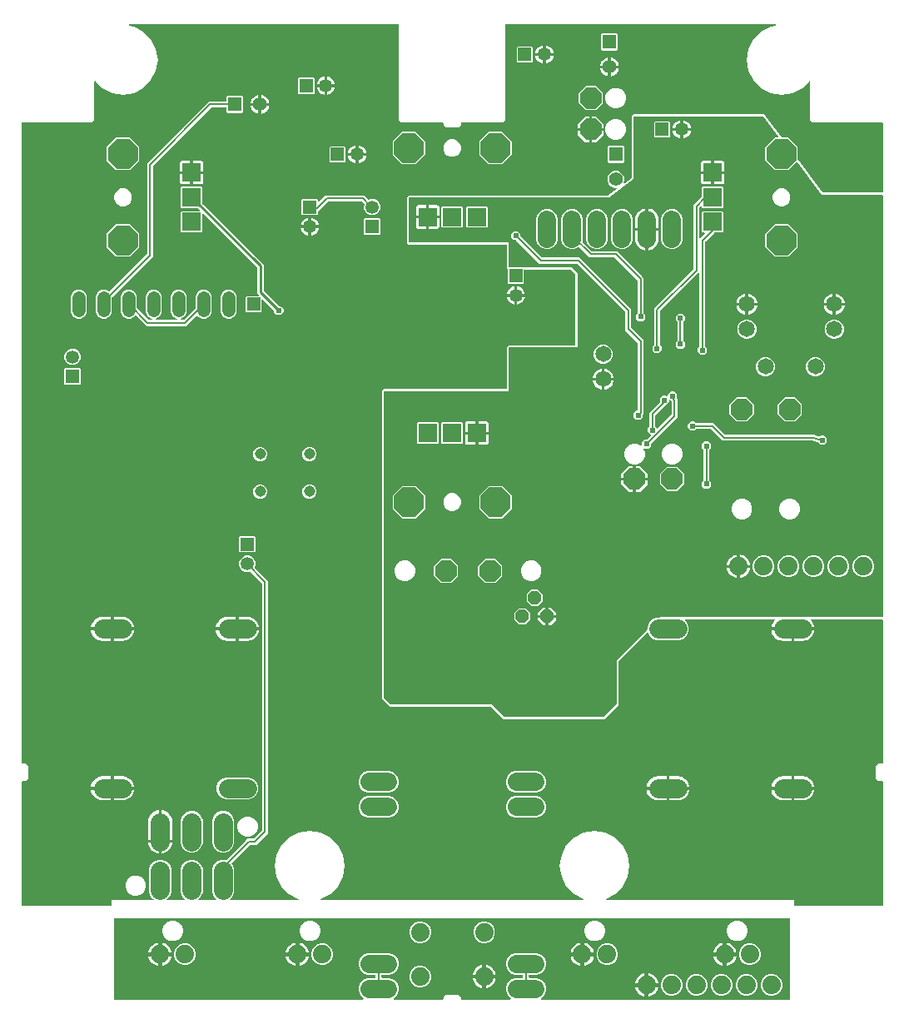
<source format=gbr>
G04 EAGLE Gerber X2 export*
%TF.Part,Single*%
%TF.FileFunction,Copper,L2,Bot,Mixed*%
%TF.FilePolarity,Positive*%
%TF.GenerationSoftware,Autodesk,EAGLE,9.2.2*%
%TF.CreationDate,2019-03-12T13:45:00Z*%
G75*
%MOMM*%
%FSLAX34Y34*%
%LPD*%
%INBottom Copper*%
%AMOC8*
5,1,8,0,0,1.08239X$1,22.5*%
G01*
%ADD10R,1.350000X1.350000*%
%ADD11C,1.350000*%
%ADD12C,1.651000*%
%ADD13C,1.143000*%
%ADD14C,1.408000*%
%ADD15R,1.408000X1.408000*%
%ADD16C,1.879600*%
%ADD17R,1.879600X1.879600*%
%ADD18P,3.247170X8X22.500000*%
%ADD19R,1.320800X1.320800*%
%ADD20C,1.320800*%
%ADD21P,3.247170X8X112.500000*%
%ADD22P,3.247170X8X202.500000*%
%ADD23P,3.247170X8X292.500000*%
%ADD24C,1.950000*%
%ADD25P,2.336880X8X22.500000*%
%ADD26C,1.879600*%
%ADD27P,1.429621X8X22.500000*%
%ADD28P,2.336880X8X202.500000*%
%ADD29C,0.203200*%
%ADD30C,0.604800*%
%ADD31C,0.254000*%

G36*
X94435Y99004D02*
X94435Y99004D01*
X94455Y99002D01*
X94556Y99024D01*
X94658Y99040D01*
X94676Y99050D01*
X94695Y99054D01*
X94784Y99107D01*
X94876Y99156D01*
X94889Y99170D01*
X94906Y99180D01*
X94974Y99259D01*
X95045Y99334D01*
X95053Y99352D01*
X95066Y99367D01*
X95105Y99463D01*
X95149Y99557D01*
X95151Y99577D01*
X95158Y99595D01*
X95177Y99762D01*
X95177Y105000D01*
X95177Y105001D01*
X137717Y105001D01*
X137787Y105012D01*
X137859Y105014D01*
X137908Y105032D01*
X137959Y105040D01*
X138023Y105074D01*
X138090Y105099D01*
X138131Y105131D01*
X138177Y105156D01*
X138226Y105208D01*
X138282Y105252D01*
X138310Y105296D01*
X138346Y105334D01*
X138376Y105399D01*
X138415Y105459D01*
X138428Y105510D01*
X138450Y105557D01*
X138458Y105628D01*
X138475Y105698D01*
X138471Y105750D01*
X138477Y105801D01*
X138462Y105872D01*
X138456Y105943D01*
X138436Y105991D01*
X138425Y106042D01*
X138388Y106103D01*
X138360Y106169D01*
X138315Y106225D01*
X138298Y106253D01*
X138281Y106268D01*
X138255Y106300D01*
X135442Y109113D01*
X133725Y113257D01*
X133725Y137243D01*
X135442Y141387D01*
X138613Y144558D01*
X142757Y146275D01*
X147243Y146275D01*
X151387Y144558D01*
X154558Y141387D01*
X156275Y137243D01*
X156275Y113257D01*
X154558Y109113D01*
X151745Y106300D01*
X151703Y106242D01*
X151654Y106190D01*
X151632Y106143D01*
X151602Y106101D01*
X151581Y106032D01*
X151550Y105967D01*
X151545Y105915D01*
X151529Y105865D01*
X151531Y105794D01*
X151523Y105723D01*
X151534Y105672D01*
X151536Y105620D01*
X151560Y105552D01*
X151575Y105482D01*
X151602Y105437D01*
X151620Y105389D01*
X151665Y105333D01*
X151702Y105271D01*
X151741Y105237D01*
X151774Y105197D01*
X151834Y105158D01*
X151889Y105111D01*
X151937Y105092D01*
X151981Y105064D01*
X152050Y105046D01*
X152117Y105019D01*
X152188Y105011D01*
X152219Y105003D01*
X152242Y105005D01*
X152283Y105001D01*
X169717Y105001D01*
X169787Y105012D01*
X169859Y105014D01*
X169908Y105032D01*
X169959Y105040D01*
X170023Y105074D01*
X170090Y105099D01*
X170131Y105131D01*
X170177Y105156D01*
X170226Y105208D01*
X170282Y105252D01*
X170310Y105296D01*
X170346Y105334D01*
X170376Y105399D01*
X170415Y105459D01*
X170428Y105510D01*
X170450Y105557D01*
X170458Y105628D01*
X170475Y105698D01*
X170471Y105750D01*
X170477Y105801D01*
X170462Y105872D01*
X170456Y105943D01*
X170436Y105991D01*
X170425Y106042D01*
X170388Y106103D01*
X170360Y106169D01*
X170315Y106225D01*
X170298Y106253D01*
X170281Y106268D01*
X170255Y106300D01*
X167442Y109113D01*
X165725Y113257D01*
X165725Y137243D01*
X167442Y141387D01*
X170613Y144558D01*
X174757Y146275D01*
X179243Y146275D01*
X183387Y144558D01*
X186558Y141387D01*
X188275Y137243D01*
X188275Y113257D01*
X186558Y109113D01*
X183745Y106300D01*
X183703Y106242D01*
X183654Y106190D01*
X183632Y106143D01*
X183602Y106101D01*
X183581Y106032D01*
X183550Y105967D01*
X183545Y105915D01*
X183529Y105865D01*
X183531Y105794D01*
X183523Y105723D01*
X183534Y105672D01*
X183536Y105620D01*
X183560Y105552D01*
X183575Y105482D01*
X183602Y105437D01*
X183620Y105389D01*
X183665Y105333D01*
X183702Y105271D01*
X183741Y105237D01*
X183774Y105197D01*
X183834Y105158D01*
X183889Y105111D01*
X183937Y105092D01*
X183981Y105064D01*
X184050Y105046D01*
X184117Y105019D01*
X184188Y105011D01*
X184219Y105003D01*
X184242Y105005D01*
X184283Y105001D01*
X201717Y105001D01*
X201787Y105012D01*
X201859Y105014D01*
X201908Y105032D01*
X201959Y105040D01*
X202023Y105074D01*
X202090Y105099D01*
X202131Y105131D01*
X202177Y105156D01*
X202226Y105208D01*
X202282Y105252D01*
X202310Y105296D01*
X202346Y105334D01*
X202376Y105399D01*
X202415Y105459D01*
X202428Y105510D01*
X202450Y105557D01*
X202458Y105628D01*
X202475Y105698D01*
X202471Y105750D01*
X202477Y105801D01*
X202462Y105872D01*
X202456Y105943D01*
X202436Y105991D01*
X202425Y106042D01*
X202388Y106103D01*
X202360Y106169D01*
X202315Y106225D01*
X202298Y106253D01*
X202281Y106268D01*
X202255Y106300D01*
X199442Y109113D01*
X197725Y113257D01*
X197725Y137243D01*
X199442Y141387D01*
X202613Y144558D01*
X206757Y146275D01*
X211243Y146275D01*
X211729Y146073D01*
X211843Y146047D01*
X211956Y146018D01*
X211962Y146019D01*
X211969Y146017D01*
X212085Y146028D01*
X212201Y146037D01*
X212207Y146040D01*
X212213Y146040D01*
X212321Y146088D01*
X212428Y146133D01*
X212434Y146138D01*
X212438Y146140D01*
X212452Y146153D01*
X212559Y146238D01*
X231952Y165632D01*
X233961Y167641D01*
X239742Y167641D01*
X239832Y167655D01*
X239923Y167663D01*
X239953Y167675D01*
X239985Y167680D01*
X240065Y167723D01*
X240149Y167759D01*
X240181Y167785D01*
X240202Y167796D01*
X240224Y167819D01*
X240280Y167864D01*
X248208Y175792D01*
X248261Y175866D01*
X248321Y175935D01*
X248333Y175965D01*
X248352Y175992D01*
X248379Y176079D01*
X248413Y176163D01*
X248417Y176204D01*
X248424Y176227D01*
X248423Y176259D01*
X248431Y176330D01*
X248431Y427174D01*
X248417Y427264D01*
X248409Y427355D01*
X248397Y427385D01*
X248392Y427417D01*
X248349Y427497D01*
X248313Y427581D01*
X248287Y427613D01*
X248276Y427634D01*
X248253Y427656D01*
X248208Y427712D01*
X236872Y439049D01*
X236776Y439117D01*
X236683Y439187D01*
X236677Y439189D01*
X236672Y439192D01*
X236561Y439226D01*
X236449Y439263D01*
X236443Y439263D01*
X236437Y439265D01*
X236320Y439262D01*
X236203Y439260D01*
X236196Y439258D01*
X236191Y439258D01*
X236174Y439252D01*
X236042Y439214D01*
X235346Y438925D01*
X232054Y438925D01*
X229013Y440185D01*
X226685Y442513D01*
X225425Y445554D01*
X225425Y448846D01*
X226685Y451887D01*
X229013Y454215D01*
X232054Y455475D01*
X235346Y455475D01*
X238387Y454215D01*
X240715Y451887D01*
X241975Y448846D01*
X241975Y445554D01*
X241295Y443913D01*
X241268Y443800D01*
X241240Y443686D01*
X241240Y443680D01*
X241239Y443674D01*
X241250Y443557D01*
X241259Y443441D01*
X241261Y443435D01*
X241262Y443429D01*
X241310Y443321D01*
X241355Y443214D01*
X241360Y443209D01*
X241362Y443204D01*
X241375Y443190D01*
X241460Y443084D01*
X254529Y430015D01*
X254529Y173489D01*
X242583Y161543D01*
X236802Y161543D01*
X236712Y161529D01*
X236621Y161521D01*
X236591Y161509D01*
X236559Y161504D01*
X236479Y161461D01*
X236395Y161425D01*
X236363Y161399D01*
X236342Y161388D01*
X236320Y161365D01*
X236264Y161320D01*
X217983Y143039D01*
X217971Y143023D01*
X217955Y143010D01*
X217899Y142923D01*
X217839Y142839D01*
X217833Y142820D01*
X217822Y142803D01*
X217797Y142703D01*
X217767Y142604D01*
X217767Y142584D01*
X217762Y142565D01*
X217770Y142462D01*
X217773Y142358D01*
X217780Y142339D01*
X217781Y142320D01*
X217822Y142225D01*
X217857Y142127D01*
X217870Y142112D01*
X217878Y142093D01*
X217983Y141962D01*
X218558Y141387D01*
X220275Y137243D01*
X220275Y113257D01*
X218558Y109113D01*
X215745Y106300D01*
X215703Y106242D01*
X215654Y106190D01*
X215632Y106143D01*
X215602Y106101D01*
X215581Y106032D01*
X215550Y105967D01*
X215545Y105915D01*
X215529Y105865D01*
X215531Y105794D01*
X215523Y105723D01*
X215534Y105672D01*
X215536Y105620D01*
X215560Y105552D01*
X215575Y105482D01*
X215602Y105437D01*
X215620Y105389D01*
X215665Y105333D01*
X215702Y105271D01*
X215741Y105237D01*
X215774Y105197D01*
X215834Y105158D01*
X215889Y105111D01*
X215937Y105092D01*
X215981Y105064D01*
X216050Y105046D01*
X216117Y105019D01*
X216188Y105011D01*
X216219Y105003D01*
X216242Y105005D01*
X216283Y105001D01*
X285175Y105001D01*
X285242Y105012D01*
X285310Y105013D01*
X285362Y105031D01*
X285418Y105040D01*
X285478Y105072D01*
X285541Y105095D01*
X285586Y105129D01*
X285635Y105156D01*
X285682Y105205D01*
X285735Y105246D01*
X285766Y105293D01*
X285804Y105334D01*
X285833Y105395D01*
X285870Y105452D01*
X285884Y105506D01*
X285908Y105557D01*
X285915Y105624D01*
X285933Y105690D01*
X285929Y105746D01*
X285935Y105801D01*
X285921Y105868D01*
X285916Y105935D01*
X285895Y105987D01*
X285883Y106042D01*
X285848Y106100D01*
X285822Y106163D01*
X285785Y106205D01*
X285757Y106253D01*
X285705Y106297D01*
X285661Y106348D01*
X285595Y106391D01*
X285570Y106413D01*
X285550Y106421D01*
X285520Y106440D01*
X276103Y111238D01*
X268238Y119103D01*
X263189Y129014D01*
X261449Y140000D01*
X263189Y150986D01*
X268238Y160897D01*
X276103Y168762D01*
X286014Y173811D01*
X297000Y175551D01*
X307986Y173811D01*
X317897Y168762D01*
X325762Y160897D01*
X330811Y150986D01*
X332551Y140000D01*
X330811Y129014D01*
X325762Y119103D01*
X317897Y111238D01*
X308480Y106440D01*
X308425Y106400D01*
X308365Y106368D01*
X308326Y106328D01*
X308281Y106295D01*
X308242Y106239D01*
X308196Y106190D01*
X308172Y106139D01*
X308140Y106093D01*
X308121Y106028D01*
X308092Y105967D01*
X308086Y105911D01*
X308070Y105858D01*
X308072Y105790D01*
X308065Y105723D01*
X308077Y105668D01*
X308079Y105612D01*
X308103Y105549D01*
X308117Y105482D01*
X308146Y105434D01*
X308166Y105382D01*
X308209Y105329D01*
X308243Y105271D01*
X308286Y105235D01*
X308321Y105191D01*
X308379Y105155D01*
X308430Y105111D01*
X308482Y105090D01*
X308530Y105060D01*
X308595Y105045D01*
X308658Y105019D01*
X308737Y105011D01*
X308769Y105003D01*
X308790Y105005D01*
X308825Y105001D01*
X575175Y105001D01*
X575242Y105012D01*
X575310Y105013D01*
X575362Y105031D01*
X575418Y105040D01*
X575478Y105072D01*
X575541Y105095D01*
X575586Y105129D01*
X575635Y105156D01*
X575682Y105205D01*
X575735Y105246D01*
X575766Y105293D01*
X575804Y105334D01*
X575833Y105395D01*
X575870Y105452D01*
X575884Y105506D01*
X575908Y105557D01*
X575915Y105624D01*
X575933Y105690D01*
X575929Y105746D01*
X575935Y105801D01*
X575921Y105868D01*
X575916Y105935D01*
X575895Y105987D01*
X575883Y106042D01*
X575848Y106100D01*
X575822Y106163D01*
X575785Y106205D01*
X575757Y106253D01*
X575705Y106297D01*
X575661Y106348D01*
X575595Y106391D01*
X575570Y106413D01*
X575550Y106421D01*
X575520Y106440D01*
X566103Y111238D01*
X558238Y119103D01*
X553189Y129014D01*
X551449Y140000D01*
X553189Y150986D01*
X558238Y160897D01*
X566103Y168762D01*
X576014Y173811D01*
X587000Y175551D01*
X597986Y173811D01*
X607897Y168762D01*
X615762Y160897D01*
X620811Y150986D01*
X622551Y140000D01*
X620811Y129014D01*
X615762Y119103D01*
X607897Y111238D01*
X598480Y106440D01*
X598425Y106400D01*
X598365Y106368D01*
X598326Y106328D01*
X598281Y106295D01*
X598242Y106239D01*
X598196Y106190D01*
X598172Y106139D01*
X598140Y106093D01*
X598121Y106028D01*
X598092Y105967D01*
X598086Y105911D01*
X598070Y105858D01*
X598072Y105790D01*
X598065Y105723D01*
X598077Y105668D01*
X598079Y105612D01*
X598103Y105549D01*
X598117Y105482D01*
X598146Y105434D01*
X598166Y105382D01*
X598209Y105329D01*
X598243Y105271D01*
X598286Y105235D01*
X598321Y105191D01*
X598379Y105155D01*
X598430Y105111D01*
X598482Y105090D01*
X598530Y105060D01*
X598595Y105045D01*
X598658Y105019D01*
X598737Y105011D01*
X598769Y105003D01*
X598790Y105005D01*
X598825Y105001D01*
X790000Y105001D01*
X790001Y105000D01*
X790001Y99762D01*
X790004Y99742D01*
X790002Y99723D01*
X790024Y99621D01*
X790040Y99519D01*
X790050Y99502D01*
X790054Y99482D01*
X790107Y99393D01*
X790156Y99302D01*
X790170Y99288D01*
X790180Y99271D01*
X790259Y99204D01*
X790334Y99132D01*
X790352Y99124D01*
X790367Y99111D01*
X790463Y99072D01*
X790557Y99029D01*
X790577Y99027D01*
X790595Y99019D01*
X790762Y99001D01*
X879238Y99001D01*
X879258Y99004D01*
X879277Y99002D01*
X879379Y99024D01*
X879481Y99040D01*
X879498Y99050D01*
X879518Y99054D01*
X879607Y99107D01*
X879698Y99156D01*
X879712Y99170D01*
X879729Y99180D01*
X879796Y99259D01*
X879868Y99334D01*
X879876Y99352D01*
X879889Y99367D01*
X879928Y99463D01*
X879971Y99557D01*
X879973Y99577D01*
X879981Y99595D01*
X879999Y99762D01*
X879999Y225238D01*
X879996Y225258D01*
X879998Y225277D01*
X879976Y225379D01*
X879960Y225481D01*
X879950Y225498D01*
X879946Y225518D01*
X879893Y225607D01*
X879844Y225698D01*
X879830Y225712D01*
X879820Y225729D01*
X879741Y225796D01*
X879666Y225868D01*
X879648Y225876D01*
X879633Y225889D01*
X879537Y225928D01*
X879443Y225971D01*
X879423Y225973D01*
X879405Y225981D01*
X879238Y225999D01*
X875343Y225999D01*
X872999Y228343D01*
X872999Y241657D01*
X875343Y244001D01*
X879238Y244001D01*
X879258Y244004D01*
X879277Y244002D01*
X879379Y244024D01*
X879481Y244040D01*
X879498Y244050D01*
X879518Y244054D01*
X879607Y244107D01*
X879698Y244156D01*
X879712Y244170D01*
X879729Y244180D01*
X879796Y244259D01*
X879868Y244334D01*
X879876Y244352D01*
X879889Y244367D01*
X879928Y244463D01*
X879971Y244557D01*
X879973Y244577D01*
X879981Y244595D01*
X879999Y244762D01*
X879999Y390144D01*
X879996Y390164D01*
X879998Y390183D01*
X879976Y390285D01*
X879960Y390387D01*
X879950Y390404D01*
X879946Y390424D01*
X879893Y390513D01*
X879844Y390604D01*
X879830Y390618D01*
X879820Y390635D01*
X879741Y390702D01*
X879666Y390774D01*
X879648Y390782D01*
X879633Y390795D01*
X879537Y390834D01*
X879443Y390877D01*
X879423Y390879D01*
X879405Y390887D01*
X879238Y390905D01*
X807714Y390905D01*
X807644Y390894D01*
X807572Y390892D01*
X807523Y390874D01*
X807471Y390866D01*
X807408Y390832D01*
X807341Y390807D01*
X807300Y390775D01*
X807254Y390750D01*
X807205Y390698D01*
X807149Y390654D01*
X807121Y390610D01*
X807085Y390572D01*
X807054Y390507D01*
X807016Y390447D01*
X807003Y390396D01*
X806981Y390349D01*
X806973Y390278D01*
X806956Y390208D01*
X806960Y390156D01*
X806954Y390105D01*
X806969Y390034D01*
X806975Y389963D01*
X806995Y389915D01*
X807006Y389864D01*
X807043Y389803D01*
X807071Y389737D01*
X807116Y389681D01*
X807132Y389653D01*
X807150Y389638D01*
X807176Y389606D01*
X807625Y389157D01*
X808762Y387592D01*
X809640Y385868D01*
X810238Y384028D01*
X810453Y382673D01*
X789262Y382673D01*
X789242Y382670D01*
X789223Y382672D01*
X789121Y382650D01*
X789019Y382633D01*
X789002Y382624D01*
X788982Y382620D01*
X788893Y382567D01*
X788802Y382518D01*
X788788Y382504D01*
X788771Y382494D01*
X788704Y382415D01*
X788633Y382340D01*
X788624Y382322D01*
X788611Y382307D01*
X788573Y382211D01*
X788529Y382117D01*
X788527Y382097D01*
X788519Y382079D01*
X788501Y381912D01*
X788501Y381149D01*
X788499Y381149D01*
X788499Y381912D01*
X788496Y381932D01*
X788498Y381951D01*
X788476Y382053D01*
X788459Y382155D01*
X788450Y382172D01*
X788446Y382192D01*
X788393Y382281D01*
X788344Y382372D01*
X788330Y382386D01*
X788320Y382403D01*
X788241Y382470D01*
X788166Y382541D01*
X788148Y382550D01*
X788133Y382563D01*
X788037Y382602D01*
X787943Y382645D01*
X787923Y382647D01*
X787905Y382655D01*
X787738Y382673D01*
X766547Y382673D01*
X766762Y384028D01*
X767360Y385868D01*
X768238Y387592D01*
X769375Y389157D01*
X769824Y389606D01*
X769866Y389664D01*
X769915Y389716D01*
X769937Y389763D01*
X769968Y389805D01*
X769989Y389874D01*
X770019Y389939D01*
X770025Y389991D01*
X770040Y390041D01*
X770038Y390112D01*
X770046Y390183D01*
X770035Y390234D01*
X770034Y390286D01*
X770009Y390354D01*
X769994Y390424D01*
X769967Y390469D01*
X769949Y390517D01*
X769904Y390573D01*
X769868Y390635D01*
X769828Y390669D01*
X769795Y390709D01*
X769735Y390748D01*
X769681Y390795D01*
X769632Y390814D01*
X769589Y390842D01*
X769519Y390860D01*
X769452Y390887D01*
X769381Y390895D01*
X769350Y390903D01*
X769327Y390901D01*
X769286Y390905D01*
X679277Y390905D01*
X679207Y390894D01*
X679135Y390892D01*
X679086Y390874D01*
X679035Y390866D01*
X678971Y390832D01*
X678904Y390807D01*
X678863Y390775D01*
X678817Y390750D01*
X678768Y390698D01*
X678712Y390654D01*
X678684Y390610D01*
X678648Y390572D01*
X678618Y390507D01*
X678579Y390447D01*
X678566Y390396D01*
X678544Y390349D01*
X678536Y390278D01*
X678519Y390208D01*
X678523Y390156D01*
X678517Y390105D01*
X678532Y390034D01*
X678538Y389963D01*
X678558Y389915D01*
X678569Y389864D01*
X678606Y389803D01*
X678634Y389737D01*
X678679Y389681D01*
X678696Y389653D01*
X678713Y389638D01*
X678739Y389606D01*
X680808Y387537D01*
X682525Y383393D01*
X682525Y378907D01*
X680808Y374763D01*
X677637Y371592D01*
X673493Y369875D01*
X649507Y369875D01*
X645363Y371592D01*
X642192Y374763D01*
X641346Y376805D01*
X641322Y376844D01*
X641306Y376887D01*
X641257Y376948D01*
X641216Y377014D01*
X641181Y377044D01*
X641152Y377079D01*
X641087Y377121D01*
X641027Y377171D01*
X640984Y377187D01*
X640945Y377212D01*
X640870Y377231D01*
X640797Y377259D01*
X640751Y377261D01*
X640707Y377272D01*
X640629Y377266D01*
X640552Y377270D01*
X640507Y377257D01*
X640462Y377253D01*
X640390Y377223D01*
X640315Y377201D01*
X640278Y377175D01*
X640235Y377157D01*
X640129Y377072D01*
X640113Y377061D01*
X640110Y377057D01*
X640104Y377052D01*
X611368Y348315D01*
X611315Y348241D01*
X611255Y348172D01*
X611243Y348142D01*
X611224Y348116D01*
X611197Y348029D01*
X611163Y347944D01*
X611159Y347903D01*
X611152Y347881D01*
X611153Y347848D01*
X611145Y347777D01*
X611145Y303642D01*
X596808Y289305D01*
X494233Y289305D01*
X481756Y301782D01*
X481682Y301835D01*
X481612Y301895D01*
X481582Y301907D01*
X481556Y301926D01*
X481469Y301953D01*
X481384Y301987D01*
X481343Y301991D01*
X481321Y301998D01*
X481289Y301997D01*
X481218Y302005D01*
X378592Y302005D01*
X370605Y309992D01*
X370605Y623458D01*
X372242Y625095D01*
X496844Y625095D01*
X496864Y625098D01*
X496883Y625096D01*
X496985Y625118D01*
X497087Y625134D01*
X497104Y625144D01*
X497124Y625148D01*
X497213Y625201D01*
X497304Y625250D01*
X497318Y625264D01*
X497335Y625274D01*
X497402Y625353D01*
X497474Y625428D01*
X497482Y625446D01*
X497495Y625461D01*
X497534Y625557D01*
X497577Y625651D01*
X497579Y625671D01*
X497587Y625689D01*
X497605Y625856D01*
X497605Y667908D01*
X499242Y669545D01*
X566694Y669545D01*
X566714Y669548D01*
X566733Y669546D01*
X566835Y669568D01*
X566937Y669584D01*
X566954Y669594D01*
X566974Y669598D01*
X567063Y669651D01*
X567154Y669700D01*
X567168Y669714D01*
X567185Y669724D01*
X567252Y669803D01*
X567324Y669878D01*
X567332Y669896D01*
X567345Y669911D01*
X567384Y670007D01*
X567427Y670101D01*
X567429Y670121D01*
X567437Y670139D01*
X567455Y670306D01*
X567455Y741477D01*
X567441Y741567D01*
X567433Y741658D01*
X567421Y741688D01*
X567416Y741720D01*
X567373Y741800D01*
X567337Y741884D01*
X567311Y741916D01*
X567300Y741937D01*
X567277Y741959D01*
X567263Y741977D01*
X567257Y741987D01*
X567251Y741992D01*
X567232Y742015D01*
X562965Y746282D01*
X562891Y746335D01*
X562822Y746395D01*
X562792Y746407D01*
X562766Y746426D01*
X562679Y746453D01*
X562594Y746487D01*
X562553Y746491D01*
X562531Y746498D01*
X562498Y746497D01*
X562427Y746505D01*
X515786Y746505D01*
X515766Y746502D01*
X515747Y746504D01*
X515645Y746482D01*
X515543Y746466D01*
X515526Y746456D01*
X515506Y746452D01*
X515417Y746399D01*
X515326Y746350D01*
X515312Y746336D01*
X515295Y746326D01*
X515228Y746247D01*
X515156Y746172D01*
X515148Y746154D01*
X515135Y746139D01*
X515096Y746043D01*
X515053Y745949D01*
X515051Y745929D01*
X515043Y745911D01*
X515025Y745744D01*
X515025Y732868D01*
X514132Y731975D01*
X499368Y731975D01*
X498475Y732868D01*
X498475Y746957D01*
X498461Y747047D01*
X498453Y747138D01*
X498441Y747168D01*
X498436Y747200D01*
X498393Y747280D01*
X498357Y747364D01*
X498331Y747397D01*
X498320Y747417D01*
X498297Y747439D01*
X498252Y747495D01*
X497605Y748142D01*
X497605Y771144D01*
X497602Y771164D01*
X497604Y771183D01*
X497582Y771285D01*
X497566Y771387D01*
X497556Y771404D01*
X497552Y771424D01*
X497499Y771513D01*
X497450Y771604D01*
X497436Y771618D01*
X497426Y771635D01*
X497347Y771702D01*
X497272Y771774D01*
X497254Y771782D01*
X497239Y771795D01*
X497143Y771834D01*
X497049Y771877D01*
X497029Y771879D01*
X497011Y771887D01*
X496844Y771905D01*
X397642Y771905D01*
X396005Y773542D01*
X396005Y820308D01*
X397642Y821945D01*
X600815Y821945D01*
X600852Y821951D01*
X600889Y821948D01*
X600973Y821971D01*
X601057Y821984D01*
X601091Y822002D01*
X601127Y822012D01*
X601271Y822097D01*
X609495Y828265D01*
X609497Y828267D01*
X609499Y828268D01*
X609582Y828355D01*
X609666Y828442D01*
X609667Y828444D01*
X609668Y828446D01*
X609719Y828556D01*
X609771Y828665D01*
X609771Y828667D01*
X609772Y828669D01*
X609785Y828785D01*
X609799Y828909D01*
X609799Y828911D01*
X609799Y828913D01*
X609774Y829030D01*
X609748Y829150D01*
X609747Y829152D01*
X609747Y829154D01*
X609685Y829258D01*
X609623Y829362D01*
X609622Y829363D01*
X609621Y829365D01*
X609528Y829444D01*
X609437Y829523D01*
X609435Y829523D01*
X609434Y829525D01*
X609320Y829571D01*
X609210Y829616D01*
X609207Y829616D01*
X609205Y829617D01*
X609039Y829635D01*
X606646Y829635D01*
X603498Y830939D01*
X601089Y833348D01*
X599785Y836496D01*
X599785Y839904D01*
X601089Y843052D01*
X603498Y845461D01*
X606646Y846765D01*
X610054Y846765D01*
X613202Y845461D01*
X615611Y843052D01*
X616915Y839904D01*
X616915Y836496D01*
X616376Y835196D01*
X616366Y835153D01*
X616347Y835114D01*
X616338Y835034D01*
X616320Y834956D01*
X616324Y834913D01*
X616319Y834869D01*
X616335Y834791D01*
X616343Y834711D01*
X616361Y834671D01*
X616370Y834629D01*
X616410Y834560D01*
X616443Y834487D01*
X616473Y834454D01*
X616495Y834417D01*
X616555Y834364D01*
X616609Y834306D01*
X616648Y834284D01*
X616681Y834256D01*
X616755Y834226D01*
X616825Y834187D01*
X616868Y834179D01*
X616908Y834163D01*
X616988Y834157D01*
X617067Y834143D01*
X617110Y834150D01*
X617154Y834147D01*
X617231Y834167D01*
X617310Y834179D01*
X617349Y834199D01*
X617392Y834210D01*
X617517Y834284D01*
X617530Y834291D01*
X617532Y834293D01*
X617536Y834295D01*
X624301Y839369D01*
X624316Y839385D01*
X624335Y839396D01*
X624401Y839473D01*
X624471Y839546D01*
X624480Y839566D01*
X624495Y839583D01*
X624533Y839677D01*
X624576Y839769D01*
X624579Y839791D01*
X624587Y839811D01*
X624605Y839978D01*
X624605Y902858D01*
X626242Y904495D01*
X756916Y904495D01*
X756950Y904500D01*
X756984Y904498D01*
X757071Y904520D01*
X757159Y904534D01*
X757189Y904551D01*
X757223Y904559D01*
X757356Y904637D01*
X758239Y904503D01*
X758272Y904504D01*
X758352Y904495D01*
X759247Y904495D01*
X759263Y904483D01*
X759285Y904457D01*
X759362Y904412D01*
X759434Y904360D01*
X759467Y904350D01*
X759497Y904332D01*
X759646Y904292D01*
X760176Y903574D01*
X760200Y903551D01*
X760250Y903488D01*
X760883Y902855D01*
X760883Y902854D01*
X760881Y902841D01*
X760885Y902824D01*
X760883Y902801D01*
X760906Y902715D01*
X760920Y902627D01*
X760933Y902602D01*
X760934Y902601D01*
X760936Y902597D01*
X760936Y902596D01*
X760945Y902563D01*
X761029Y902418D01*
X776952Y880834D01*
X776970Y880817D01*
X776983Y880795D01*
X777058Y880731D01*
X777128Y880662D01*
X777151Y880651D01*
X777170Y880635D01*
X777261Y880598D01*
X777350Y880556D01*
X777375Y880553D01*
X777398Y880543D01*
X777565Y880525D01*
X783845Y880525D01*
X793525Y870845D01*
X793525Y858621D01*
X793530Y858587D01*
X793528Y858552D01*
X793550Y858466D01*
X793564Y858378D01*
X793581Y858347D01*
X793589Y858314D01*
X793673Y858169D01*
X818183Y824946D01*
X818201Y824929D01*
X818214Y824907D01*
X818288Y824844D01*
X818359Y824775D01*
X818382Y824764D01*
X818401Y824748D01*
X818492Y824711D01*
X818581Y824668D01*
X818606Y824665D01*
X818629Y824656D01*
X818796Y824637D01*
X879238Y824637D01*
X879258Y824640D01*
X879277Y824638D01*
X879379Y824660D01*
X879481Y824677D01*
X879498Y824686D01*
X879518Y824690D01*
X879607Y824744D01*
X879698Y824792D01*
X879712Y824806D01*
X879729Y824817D01*
X879796Y824895D01*
X879868Y824970D01*
X879876Y824988D01*
X879889Y825004D01*
X879928Y825100D01*
X879971Y825193D01*
X879973Y825213D01*
X879981Y825232D01*
X879999Y825398D01*
X879999Y895238D01*
X879996Y895258D01*
X879998Y895277D01*
X879976Y895379D01*
X879960Y895481D01*
X879950Y895498D01*
X879946Y895518D01*
X879893Y895607D01*
X879844Y895698D01*
X879830Y895712D01*
X879820Y895729D01*
X879741Y895796D01*
X879666Y895868D01*
X879648Y895876D01*
X879633Y895889D01*
X879537Y895928D01*
X879443Y895971D01*
X879423Y895973D01*
X879405Y895981D01*
X879238Y895999D01*
X808343Y895999D01*
X805999Y898343D01*
X805999Y937503D01*
X805988Y937574D01*
X805986Y937646D01*
X805968Y937695D01*
X805960Y937746D01*
X805926Y937809D01*
X805901Y937877D01*
X805869Y937918D01*
X805844Y937964D01*
X805793Y938013D01*
X805748Y938069D01*
X805704Y938097D01*
X805666Y938133D01*
X805601Y938163D01*
X805541Y938202D01*
X805490Y938215D01*
X805443Y938237D01*
X805372Y938244D01*
X805302Y938262D01*
X805250Y938258D01*
X805199Y938264D01*
X805128Y938248D01*
X805057Y938243D01*
X805009Y938222D01*
X804958Y938211D01*
X804897Y938175D01*
X804831Y938146D01*
X804775Y938102D01*
X804747Y938085D01*
X804732Y938067D01*
X804700Y938042D01*
X797896Y931238D01*
X787986Y926189D01*
X777000Y924449D01*
X766014Y926189D01*
X756103Y931238D01*
X748238Y939103D01*
X743189Y949014D01*
X741449Y960000D01*
X743189Y970986D01*
X748238Y980897D01*
X756103Y988762D01*
X766014Y993811D01*
X770275Y994486D01*
X770336Y994506D01*
X770399Y994517D01*
X770452Y994545D01*
X770509Y994563D01*
X770560Y994602D01*
X770616Y994632D01*
X770658Y994675D01*
X770706Y994711D01*
X770742Y994764D01*
X770786Y994810D01*
X770811Y994864D01*
X770845Y994914D01*
X770862Y994975D01*
X770889Y995033D01*
X770896Y995093D01*
X770912Y995150D01*
X770909Y995214D01*
X770916Y995277D01*
X770904Y995336D01*
X770901Y995396D01*
X770878Y995455D01*
X770864Y995518D01*
X770833Y995569D01*
X770812Y995625D01*
X770771Y995674D01*
X770738Y995729D01*
X770692Y995768D01*
X770654Y995814D01*
X770600Y995847D01*
X770551Y995889D01*
X770495Y995911D01*
X770444Y995943D01*
X770382Y995957D01*
X770323Y995981D01*
X770237Y995990D01*
X770205Y995998D01*
X770180Y995997D01*
X770156Y995999D01*
X496762Y995999D01*
X496742Y995996D01*
X496723Y995998D01*
X496621Y995976D01*
X496519Y995960D01*
X496502Y995950D01*
X496482Y995946D01*
X496393Y995893D01*
X496302Y995844D01*
X496288Y995830D01*
X496271Y995820D01*
X496204Y995741D01*
X496132Y995666D01*
X496124Y995648D01*
X496111Y995633D01*
X496072Y995537D01*
X496029Y995443D01*
X496027Y995423D01*
X496019Y995405D01*
X496001Y995238D01*
X496001Y898343D01*
X493657Y895999D01*
X451762Y895999D01*
X451742Y895996D01*
X451723Y895998D01*
X451621Y895976D01*
X451519Y895960D01*
X451502Y895950D01*
X451482Y895946D01*
X451393Y895893D01*
X451302Y895844D01*
X451288Y895830D01*
X451271Y895820D01*
X451204Y895741D01*
X451132Y895666D01*
X451124Y895648D01*
X451111Y895633D01*
X451072Y895537D01*
X451029Y895443D01*
X451027Y895423D01*
X451019Y895405D01*
X451001Y895238D01*
X451001Y893343D01*
X448657Y890999D01*
X435343Y890999D01*
X432999Y893343D01*
X432999Y895238D01*
X432996Y895258D01*
X432998Y895277D01*
X432976Y895379D01*
X432960Y895481D01*
X432950Y895498D01*
X432946Y895518D01*
X432893Y895607D01*
X432844Y895698D01*
X432830Y895712D01*
X432820Y895729D01*
X432741Y895796D01*
X432666Y895868D01*
X432648Y895876D01*
X432633Y895889D01*
X432537Y895928D01*
X432443Y895971D01*
X432423Y895973D01*
X432405Y895981D01*
X432238Y895999D01*
X390343Y895999D01*
X387999Y898343D01*
X387999Y995238D01*
X387996Y995258D01*
X387998Y995277D01*
X387976Y995379D01*
X387960Y995481D01*
X387950Y995498D01*
X387946Y995518D01*
X387893Y995607D01*
X387844Y995698D01*
X387830Y995712D01*
X387820Y995729D01*
X387741Y995796D01*
X387666Y995868D01*
X387648Y995876D01*
X387633Y995889D01*
X387537Y995928D01*
X387443Y995971D01*
X387423Y995973D01*
X387405Y995981D01*
X387238Y995999D01*
X113844Y995999D01*
X113781Y995989D01*
X113717Y995989D01*
X113660Y995969D01*
X113601Y995960D01*
X113545Y995930D01*
X113484Y995909D01*
X113437Y995872D01*
X113384Y995844D01*
X113340Y995798D01*
X113289Y995759D01*
X113256Y995710D01*
X113214Y995666D01*
X113187Y995608D01*
X113152Y995555D01*
X113136Y995497D01*
X113111Y995443D01*
X113104Y995380D01*
X113087Y995318D01*
X113090Y995258D01*
X113084Y995199D01*
X113097Y995136D01*
X113101Y995072D01*
X113123Y995017D01*
X113136Y994958D01*
X113169Y994903D01*
X113192Y994844D01*
X113231Y994799D01*
X113262Y994747D01*
X113311Y994706D01*
X113352Y994657D01*
X113403Y994626D01*
X113449Y994587D01*
X113508Y994563D01*
X113563Y994530D01*
X113646Y994508D01*
X113677Y994495D01*
X113701Y994493D01*
X113725Y994486D01*
X117986Y993811D01*
X127897Y988762D01*
X135762Y980897D01*
X140811Y970986D01*
X142551Y960000D01*
X140811Y949014D01*
X135762Y939103D01*
X127897Y931238D01*
X117986Y926189D01*
X107000Y924449D01*
X96014Y926189D01*
X86103Y931238D01*
X79300Y938042D01*
X79242Y938084D01*
X79190Y938133D01*
X79143Y938155D01*
X79101Y938185D01*
X79032Y938206D01*
X78967Y938237D01*
X78915Y938242D01*
X78865Y938258D01*
X78794Y938256D01*
X78723Y938264D01*
X78672Y938253D01*
X78620Y938251D01*
X78552Y938227D01*
X78482Y938211D01*
X78437Y938185D01*
X78389Y938167D01*
X78333Y938122D01*
X78271Y938085D01*
X78237Y938046D01*
X78197Y938013D01*
X78158Y937953D01*
X78111Y937898D01*
X78092Y937850D01*
X78064Y937806D01*
X78046Y937737D01*
X78019Y937670D01*
X78011Y937599D01*
X78003Y937568D01*
X78005Y937544D01*
X78001Y937503D01*
X78001Y898343D01*
X75657Y895999D01*
X4762Y895999D01*
X4742Y895996D01*
X4723Y895998D01*
X4621Y895976D01*
X4519Y895960D01*
X4502Y895950D01*
X4482Y895946D01*
X4393Y895893D01*
X4302Y895844D01*
X4288Y895830D01*
X4271Y895820D01*
X4204Y895741D01*
X4132Y895666D01*
X4124Y895648D01*
X4111Y895633D01*
X4072Y895537D01*
X4029Y895443D01*
X4027Y895423D01*
X4019Y895405D01*
X4001Y895238D01*
X4001Y244762D01*
X4004Y244742D01*
X4002Y244723D01*
X4024Y244621D01*
X4040Y244519D01*
X4050Y244502D01*
X4054Y244482D01*
X4107Y244393D01*
X4156Y244302D01*
X4170Y244288D01*
X4180Y244271D01*
X4259Y244204D01*
X4334Y244132D01*
X4352Y244124D01*
X4367Y244111D01*
X4463Y244072D01*
X4557Y244029D01*
X4577Y244027D01*
X4595Y244019D01*
X4762Y244001D01*
X8657Y244001D01*
X11001Y241657D01*
X11001Y228343D01*
X8657Y225999D01*
X4762Y225999D01*
X4742Y225996D01*
X4723Y225998D01*
X4621Y225976D01*
X4519Y225960D01*
X4502Y225950D01*
X4482Y225946D01*
X4393Y225893D01*
X4302Y225844D01*
X4288Y225830D01*
X4271Y225820D01*
X4204Y225741D01*
X4132Y225666D01*
X4124Y225648D01*
X4111Y225633D01*
X4072Y225537D01*
X4029Y225443D01*
X4027Y225423D01*
X4019Y225405D01*
X4001Y225238D01*
X4001Y99762D01*
X4004Y99742D01*
X4002Y99723D01*
X4024Y99621D01*
X4040Y99519D01*
X4050Y99502D01*
X4054Y99482D01*
X4107Y99393D01*
X4156Y99302D01*
X4170Y99288D01*
X4180Y99271D01*
X4259Y99204D01*
X4334Y99132D01*
X4352Y99124D01*
X4367Y99111D01*
X4463Y99072D01*
X4557Y99029D01*
X4577Y99027D01*
X4595Y99019D01*
X4762Y99001D01*
X94416Y99001D01*
X94435Y99004D01*
G37*
G36*
X595740Y291354D02*
X595740Y291354D01*
X595831Y291361D01*
X595861Y291373D01*
X595893Y291379D01*
X595973Y291421D01*
X596057Y291457D01*
X596089Y291483D01*
X596110Y291494D01*
X596132Y291517D01*
X596188Y291562D01*
X608888Y304262D01*
X608941Y304336D01*
X609001Y304405D01*
X609013Y304435D01*
X609032Y304461D01*
X609059Y304548D01*
X609093Y304633D01*
X609097Y304674D01*
X609104Y304697D01*
X609103Y304729D01*
X609111Y304800D01*
X609111Y348935D01*
X640252Y380076D01*
X640305Y380150D01*
X640365Y380219D01*
X640377Y380249D01*
X640396Y380275D01*
X640423Y380362D01*
X640457Y380447D01*
X640461Y380488D01*
X640468Y380511D01*
X640467Y380543D01*
X640475Y380614D01*
X640475Y383393D01*
X642192Y387537D01*
X645363Y390708D01*
X649507Y392425D01*
X652286Y392425D01*
X652376Y392439D01*
X652467Y392447D01*
X652497Y392459D01*
X652529Y392464D01*
X652609Y392507D01*
X652693Y392543D01*
X652725Y392569D01*
X652746Y392580D01*
X652768Y392603D01*
X652824Y392648D01*
X653115Y392939D01*
X879238Y392939D01*
X879258Y392942D01*
X879277Y392940D01*
X879379Y392962D01*
X879481Y392979D01*
X879498Y392988D01*
X879518Y392992D01*
X879607Y393045D01*
X879698Y393094D01*
X879712Y393108D01*
X879729Y393118D01*
X879796Y393197D01*
X879868Y393272D01*
X879876Y393290D01*
X879889Y393305D01*
X879928Y393401D01*
X879971Y393495D01*
X879973Y393515D01*
X879981Y393533D01*
X879999Y393700D01*
X879999Y821842D01*
X879996Y821862D01*
X879998Y821882D01*
X879976Y821983D01*
X879960Y822085D01*
X879950Y822103D01*
X879946Y822122D01*
X879893Y822211D01*
X879844Y822303D01*
X879830Y822316D01*
X879820Y822333D01*
X879741Y822401D01*
X879666Y822472D01*
X879648Y822480D01*
X879633Y822493D01*
X879537Y822532D01*
X879443Y822576D01*
X879423Y822578D01*
X879405Y822585D01*
X879238Y822604D01*
X817384Y822604D01*
X793112Y855505D01*
X793057Y855559D01*
X793009Y855618D01*
X792969Y855644D01*
X792936Y855677D01*
X792866Y855710D01*
X792802Y855751D01*
X792756Y855763D01*
X792714Y855783D01*
X792638Y855793D01*
X792563Y855812D01*
X792517Y855808D01*
X792470Y855814D01*
X792395Y855798D01*
X792318Y855792D01*
X792275Y855774D01*
X792229Y855765D01*
X792162Y855726D01*
X792092Y855696D01*
X792043Y855657D01*
X792016Y855641D01*
X791999Y855621D01*
X791961Y855591D01*
X783845Y847475D01*
X770155Y847475D01*
X760475Y857155D01*
X760475Y870845D01*
X770155Y880525D01*
X773146Y880525D01*
X773160Y880527D01*
X773175Y880525D01*
X773282Y880547D01*
X773389Y880564D01*
X773402Y880571D01*
X773416Y880574D01*
X773510Y880629D01*
X773606Y880680D01*
X773616Y880690D01*
X773629Y880698D01*
X773701Y880780D01*
X773775Y880858D01*
X773782Y880871D01*
X773791Y880882D01*
X773833Y880983D01*
X773879Y881081D01*
X773881Y881096D01*
X773886Y881109D01*
X773894Y881218D01*
X773906Y881325D01*
X773903Y881340D01*
X773904Y881355D01*
X773877Y881460D01*
X773854Y881566D01*
X773846Y881579D01*
X773843Y881593D01*
X773758Y881738D01*
X758698Y902152D01*
X758680Y902169D01*
X758667Y902191D01*
X758593Y902255D01*
X758522Y902324D01*
X758499Y902335D01*
X758480Y902351D01*
X758389Y902388D01*
X758300Y902430D01*
X758276Y902433D01*
X758252Y902443D01*
X758086Y902461D01*
X627400Y902461D01*
X627380Y902458D01*
X627361Y902460D01*
X627259Y902438D01*
X627157Y902422D01*
X627140Y902412D01*
X627120Y902408D01*
X627031Y902355D01*
X626940Y902306D01*
X626926Y902292D01*
X626909Y902282D01*
X626842Y902203D01*
X626771Y902128D01*
X626762Y902110D01*
X626749Y902095D01*
X626710Y901999D01*
X626667Y901905D01*
X626665Y901885D01*
X626657Y901867D01*
X626639Y901700D01*
X626639Y838581D01*
X601746Y819911D01*
X398800Y819911D01*
X398780Y819908D01*
X398761Y819910D01*
X398659Y819888D01*
X398557Y819872D01*
X398540Y819862D01*
X398520Y819858D01*
X398431Y819805D01*
X398340Y819756D01*
X398326Y819742D01*
X398309Y819732D01*
X398242Y819653D01*
X398171Y819578D01*
X398162Y819560D01*
X398149Y819545D01*
X398110Y819449D01*
X398067Y819355D01*
X398065Y819335D01*
X398057Y819317D01*
X398039Y819150D01*
X398039Y774700D01*
X398040Y774693D01*
X398040Y774691D01*
X398042Y774680D01*
X398040Y774661D01*
X398062Y774559D01*
X398079Y774457D01*
X398088Y774440D01*
X398092Y774420D01*
X398145Y774331D01*
X398194Y774240D01*
X398208Y774226D01*
X398218Y774209D01*
X398297Y774142D01*
X398372Y774071D01*
X398390Y774062D01*
X398405Y774049D01*
X398501Y774010D01*
X398595Y773967D01*
X398615Y773965D01*
X398633Y773957D01*
X398800Y773939D01*
X499639Y773939D01*
X499639Y749300D01*
X499642Y749280D01*
X499640Y749261D01*
X499662Y749159D01*
X499679Y749057D01*
X499688Y749040D01*
X499692Y749020D01*
X499745Y748931D01*
X499794Y748840D01*
X499808Y748826D01*
X499818Y748809D01*
X499897Y748742D01*
X499972Y748671D01*
X499990Y748662D01*
X500005Y748649D01*
X500101Y748610D01*
X500195Y748567D01*
X500215Y748565D01*
X500233Y748557D01*
X500400Y748539D01*
X563585Y748539D01*
X569489Y742635D01*
X569489Y667511D01*
X500400Y667511D01*
X500380Y667508D01*
X500361Y667510D01*
X500259Y667488D01*
X500157Y667472D01*
X500140Y667462D01*
X500120Y667458D01*
X500031Y667405D01*
X499940Y667356D01*
X499926Y667342D01*
X499909Y667332D01*
X499842Y667253D01*
X499771Y667178D01*
X499762Y667160D01*
X499749Y667145D01*
X499710Y667049D01*
X499667Y666955D01*
X499665Y666935D01*
X499657Y666917D01*
X499639Y666750D01*
X499639Y623061D01*
X373400Y623061D01*
X373380Y623058D01*
X373361Y623060D01*
X373259Y623038D01*
X373157Y623022D01*
X373140Y623012D01*
X373120Y623008D01*
X373031Y622955D01*
X372940Y622906D01*
X372926Y622892D01*
X372909Y622882D01*
X372842Y622803D01*
X372771Y622728D01*
X372762Y622710D01*
X372749Y622695D01*
X372710Y622599D01*
X372667Y622505D01*
X372665Y622485D01*
X372657Y622467D01*
X372639Y622300D01*
X372639Y311150D01*
X372654Y311060D01*
X372661Y310969D01*
X372673Y310939D01*
X372679Y310907D01*
X372721Y310827D01*
X372757Y310743D01*
X372783Y310711D01*
X372794Y310690D01*
X372817Y310668D01*
X372831Y310650D01*
X372837Y310640D01*
X372843Y310635D01*
X372862Y310612D01*
X379212Y304262D01*
X379286Y304209D01*
X379355Y304149D01*
X379385Y304137D01*
X379411Y304118D01*
X379498Y304091D01*
X379583Y304057D01*
X379624Y304053D01*
X379647Y304046D01*
X379679Y304047D01*
X379750Y304039D01*
X482375Y304039D01*
X494852Y291562D01*
X494926Y291509D01*
X494996Y291449D01*
X495026Y291437D01*
X495052Y291418D01*
X495139Y291391D01*
X495224Y291357D01*
X495265Y291353D01*
X495287Y291346D01*
X495319Y291347D01*
X495391Y291339D01*
X595650Y291339D01*
X595740Y291354D01*
G37*
G36*
X350732Y4005D02*
X350732Y4005D01*
X350761Y4002D01*
X350872Y4025D01*
X350985Y4041D01*
X351011Y4053D01*
X351040Y4058D01*
X351141Y4111D01*
X351244Y4157D01*
X351266Y4176D01*
X351293Y4189D01*
X351375Y4267D01*
X351461Y4340D01*
X351477Y4365D01*
X351499Y4385D01*
X351556Y4483D01*
X351619Y4577D01*
X351628Y4605D01*
X351642Y4630D01*
X351670Y4740D01*
X351704Y4848D01*
X351705Y4878D01*
X351712Y4906D01*
X351709Y5019D01*
X351712Y5132D01*
X351704Y5161D01*
X351703Y5190D01*
X351669Y5298D01*
X351640Y5407D01*
X351625Y5433D01*
X351616Y5461D01*
X351570Y5524D01*
X351495Y5652D01*
X351449Y5695D01*
X351421Y5734D01*
X348342Y8813D01*
X346679Y12827D01*
X346679Y17173D01*
X348342Y21187D01*
X351415Y24260D01*
X355429Y25923D01*
X362936Y25923D01*
X362994Y25931D01*
X363052Y25929D01*
X363134Y25951D01*
X363218Y25963D01*
X363271Y25986D01*
X363327Y26001D01*
X363400Y26044D01*
X363477Y26079D01*
X363522Y26117D01*
X363572Y26146D01*
X363630Y26208D01*
X363694Y26262D01*
X363726Y26311D01*
X363766Y26354D01*
X363805Y26429D01*
X363852Y26499D01*
X363869Y26555D01*
X363896Y26607D01*
X363907Y26675D01*
X363937Y26770D01*
X363940Y26870D01*
X363951Y26938D01*
X363951Y28462D01*
X363943Y28520D01*
X363945Y28578D01*
X363923Y28660D01*
X363911Y28744D01*
X363888Y28797D01*
X363873Y28853D01*
X363830Y28926D01*
X363795Y29003D01*
X363757Y29048D01*
X363728Y29098D01*
X363666Y29156D01*
X363612Y29220D01*
X363563Y29252D01*
X363520Y29292D01*
X363445Y29331D01*
X363375Y29378D01*
X363319Y29395D01*
X363267Y29422D01*
X363199Y29433D01*
X363104Y29463D01*
X363004Y29466D01*
X362936Y29477D01*
X355429Y29477D01*
X351415Y31140D01*
X348342Y34213D01*
X346679Y38227D01*
X346679Y42573D01*
X348342Y46587D01*
X351415Y49660D01*
X355429Y51323D01*
X378571Y51323D01*
X382585Y49660D01*
X385658Y46587D01*
X387321Y42573D01*
X387321Y38227D01*
X385658Y34213D01*
X382585Y31140D01*
X378571Y29477D01*
X371064Y29477D01*
X371006Y29469D01*
X370948Y29471D01*
X370866Y29449D01*
X370782Y29437D01*
X370729Y29414D01*
X370673Y29399D01*
X370600Y29356D01*
X370523Y29321D01*
X370478Y29283D01*
X370428Y29254D01*
X370370Y29192D01*
X370306Y29138D01*
X370274Y29089D01*
X370234Y29046D01*
X370195Y28971D01*
X370148Y28901D01*
X370131Y28845D01*
X370104Y28793D01*
X370093Y28725D01*
X370063Y28630D01*
X370060Y28530D01*
X370049Y28462D01*
X370049Y26938D01*
X370057Y26880D01*
X370055Y26822D01*
X370077Y26740D01*
X370089Y26656D01*
X370112Y26603D01*
X370127Y26547D01*
X370170Y26474D01*
X370205Y26397D01*
X370243Y26352D01*
X370272Y26302D01*
X370334Y26244D01*
X370388Y26180D01*
X370437Y26148D01*
X370480Y26108D01*
X370555Y26069D01*
X370625Y26022D01*
X370681Y26005D01*
X370733Y25978D01*
X370801Y25967D01*
X370896Y25937D01*
X370996Y25934D01*
X371064Y25923D01*
X378571Y25923D01*
X382585Y24260D01*
X385658Y21187D01*
X387321Y17173D01*
X387321Y12827D01*
X385658Y8813D01*
X382579Y5734D01*
X382561Y5710D01*
X382539Y5691D01*
X382476Y5597D01*
X382408Y5507D01*
X382398Y5479D01*
X382381Y5455D01*
X382347Y5347D01*
X382307Y5241D01*
X382304Y5212D01*
X382296Y5184D01*
X382293Y5070D01*
X382283Y4958D01*
X382289Y4929D01*
X382288Y4900D01*
X382317Y4790D01*
X382339Y4679D01*
X382353Y4653D01*
X382360Y4625D01*
X382418Y4527D01*
X382470Y4427D01*
X382490Y4405D01*
X382505Y4380D01*
X382588Y4303D01*
X382666Y4221D01*
X382691Y4206D01*
X382713Y4186D01*
X382813Y4134D01*
X382911Y4077D01*
X382940Y4070D01*
X382966Y4056D01*
X383043Y4043D01*
X383187Y4007D01*
X383249Y4009D01*
X383297Y4001D01*
X431984Y4001D01*
X432042Y4009D01*
X432100Y4007D01*
X432182Y4029D01*
X432266Y4041D01*
X432319Y4064D01*
X432375Y4079D01*
X432448Y4122D01*
X432525Y4157D01*
X432570Y4195D01*
X432620Y4224D01*
X432678Y4286D01*
X432742Y4340D01*
X432774Y4389D01*
X432814Y4432D01*
X432853Y4507D01*
X432900Y4577D01*
X432917Y4633D01*
X432944Y4685D01*
X432955Y4753D01*
X432985Y4848D01*
X432988Y4948D01*
X432999Y5016D01*
X432999Y6657D01*
X435343Y9001D01*
X448657Y9001D01*
X451001Y6657D01*
X451001Y5016D01*
X451009Y4958D01*
X451007Y4900D01*
X451029Y4818D01*
X451041Y4734D01*
X451064Y4681D01*
X451079Y4625D01*
X451122Y4552D01*
X451157Y4475D01*
X451195Y4430D01*
X451224Y4380D01*
X451286Y4322D01*
X451340Y4258D01*
X451389Y4226D01*
X451432Y4186D01*
X451507Y4147D01*
X451577Y4100D01*
X451633Y4083D01*
X451685Y4056D01*
X451753Y4045D01*
X451848Y4015D01*
X451948Y4012D01*
X452016Y4001D01*
X500703Y4001D01*
X500732Y4005D01*
X500761Y4002D01*
X500872Y4025D01*
X500985Y4041D01*
X501011Y4053D01*
X501040Y4058D01*
X501141Y4111D01*
X501244Y4157D01*
X501266Y4176D01*
X501293Y4189D01*
X501375Y4267D01*
X501461Y4340D01*
X501477Y4365D01*
X501499Y4385D01*
X501556Y4483D01*
X501619Y4577D01*
X501628Y4605D01*
X501642Y4630D01*
X501670Y4740D01*
X501704Y4848D01*
X501705Y4878D01*
X501712Y4906D01*
X501709Y5019D01*
X501712Y5132D01*
X501704Y5161D01*
X501703Y5190D01*
X501669Y5298D01*
X501640Y5407D01*
X501625Y5433D01*
X501616Y5461D01*
X501570Y5524D01*
X501495Y5652D01*
X501449Y5695D01*
X501421Y5734D01*
X498342Y8813D01*
X496679Y12827D01*
X496679Y17173D01*
X498342Y21187D01*
X501415Y24260D01*
X505429Y25923D01*
X512936Y25923D01*
X512994Y25931D01*
X513052Y25929D01*
X513134Y25951D01*
X513218Y25963D01*
X513271Y25986D01*
X513327Y26001D01*
X513400Y26044D01*
X513477Y26079D01*
X513522Y26117D01*
X513572Y26146D01*
X513630Y26208D01*
X513694Y26262D01*
X513726Y26311D01*
X513766Y26354D01*
X513805Y26429D01*
X513852Y26499D01*
X513869Y26555D01*
X513896Y26607D01*
X513907Y26675D01*
X513937Y26770D01*
X513940Y26870D01*
X513951Y26938D01*
X513951Y28462D01*
X513943Y28520D01*
X513945Y28578D01*
X513923Y28660D01*
X513911Y28744D01*
X513888Y28797D01*
X513873Y28853D01*
X513830Y28926D01*
X513795Y29003D01*
X513757Y29048D01*
X513728Y29098D01*
X513666Y29156D01*
X513612Y29220D01*
X513563Y29252D01*
X513520Y29292D01*
X513445Y29331D01*
X513375Y29378D01*
X513319Y29395D01*
X513267Y29422D01*
X513199Y29433D01*
X513104Y29463D01*
X513004Y29466D01*
X512936Y29477D01*
X505429Y29477D01*
X501415Y31140D01*
X498342Y34213D01*
X496679Y38227D01*
X496679Y42573D01*
X498342Y46587D01*
X501415Y49660D01*
X505429Y51323D01*
X528571Y51323D01*
X532585Y49660D01*
X535658Y46587D01*
X537321Y42573D01*
X537321Y38227D01*
X535658Y34213D01*
X532585Y31140D01*
X528571Y29477D01*
X521064Y29477D01*
X521006Y29469D01*
X520948Y29471D01*
X520866Y29449D01*
X520782Y29437D01*
X520729Y29414D01*
X520673Y29399D01*
X520600Y29356D01*
X520523Y29321D01*
X520478Y29283D01*
X520428Y29254D01*
X520370Y29192D01*
X520306Y29138D01*
X520274Y29089D01*
X520234Y29046D01*
X520195Y28971D01*
X520148Y28901D01*
X520131Y28845D01*
X520104Y28793D01*
X520093Y28725D01*
X520063Y28630D01*
X520060Y28530D01*
X520049Y28462D01*
X520049Y26938D01*
X520057Y26880D01*
X520055Y26822D01*
X520077Y26740D01*
X520089Y26656D01*
X520112Y26603D01*
X520127Y26547D01*
X520170Y26474D01*
X520205Y26397D01*
X520243Y26352D01*
X520272Y26302D01*
X520334Y26244D01*
X520388Y26180D01*
X520437Y26148D01*
X520480Y26108D01*
X520555Y26069D01*
X520625Y26022D01*
X520681Y26005D01*
X520733Y25978D01*
X520801Y25967D01*
X520896Y25937D01*
X520996Y25934D01*
X521064Y25923D01*
X528571Y25923D01*
X532585Y24260D01*
X535658Y21187D01*
X537321Y17173D01*
X537321Y12827D01*
X535658Y8813D01*
X532579Y5734D01*
X532561Y5710D01*
X532539Y5691D01*
X532476Y5597D01*
X532408Y5507D01*
X532398Y5479D01*
X532381Y5455D01*
X532347Y5347D01*
X532307Y5241D01*
X532304Y5212D01*
X532296Y5184D01*
X532293Y5070D01*
X532283Y4958D01*
X532289Y4929D01*
X532288Y4900D01*
X532317Y4790D01*
X532339Y4679D01*
X532353Y4653D01*
X532360Y4625D01*
X532418Y4527D01*
X532470Y4427D01*
X532490Y4405D01*
X532505Y4380D01*
X532588Y4303D01*
X532666Y4221D01*
X532691Y4206D01*
X532713Y4186D01*
X532813Y4134D01*
X532911Y4077D01*
X532940Y4070D01*
X532966Y4056D01*
X533043Y4043D01*
X533187Y4007D01*
X533249Y4009D01*
X533297Y4001D01*
X784984Y4001D01*
X785042Y4009D01*
X785100Y4007D01*
X785182Y4029D01*
X785266Y4041D01*
X785319Y4064D01*
X785375Y4079D01*
X785448Y4122D01*
X785525Y4157D01*
X785570Y4195D01*
X785620Y4224D01*
X785678Y4286D01*
X785742Y4340D01*
X785774Y4389D01*
X785814Y4432D01*
X785853Y4507D01*
X785900Y4577D01*
X785917Y4633D01*
X785944Y4685D01*
X785955Y4753D01*
X785985Y4848D01*
X785988Y4948D01*
X785999Y5016D01*
X785999Y85984D01*
X785991Y86042D01*
X785993Y86100D01*
X785971Y86182D01*
X785959Y86266D01*
X785936Y86319D01*
X785921Y86375D01*
X785878Y86448D01*
X785843Y86525D01*
X785805Y86570D01*
X785776Y86620D01*
X785714Y86678D01*
X785660Y86742D01*
X785611Y86774D01*
X785568Y86814D01*
X785493Y86853D01*
X785423Y86900D01*
X785367Y86917D01*
X785315Y86944D01*
X785247Y86955D01*
X785152Y86985D01*
X785052Y86988D01*
X784984Y86999D01*
X99016Y86999D01*
X98958Y86991D01*
X98900Y86993D01*
X98818Y86971D01*
X98734Y86959D01*
X98681Y86936D01*
X98625Y86921D01*
X98552Y86878D01*
X98475Y86843D01*
X98430Y86805D01*
X98380Y86776D01*
X98322Y86714D01*
X98258Y86660D01*
X98226Y86611D01*
X98186Y86568D01*
X98147Y86493D01*
X98100Y86423D01*
X98083Y86367D01*
X98056Y86315D01*
X98045Y86247D01*
X98015Y86152D01*
X98012Y86052D01*
X98001Y85984D01*
X98001Y5016D01*
X98009Y4958D01*
X98007Y4900D01*
X98029Y4818D01*
X98041Y4734D01*
X98064Y4681D01*
X98079Y4625D01*
X98122Y4552D01*
X98157Y4475D01*
X98195Y4430D01*
X98224Y4380D01*
X98286Y4322D01*
X98340Y4258D01*
X98389Y4226D01*
X98432Y4186D01*
X98507Y4147D01*
X98577Y4100D01*
X98633Y4083D01*
X98685Y4056D01*
X98753Y4045D01*
X98848Y4015D01*
X98948Y4012D01*
X99016Y4001D01*
X350703Y4001D01*
X350732Y4005D01*
G37*
%LPC*%
G36*
X694604Y659915D02*
X694604Y659915D01*
X691939Y662580D01*
X691939Y666348D01*
X693216Y667625D01*
X693259Y667685D01*
X693302Y667729D01*
X693309Y667745D01*
X693329Y667769D01*
X693341Y667799D01*
X693360Y667825D01*
X693387Y667912D01*
X693388Y667916D01*
X693405Y667953D01*
X693406Y667960D01*
X693421Y667997D01*
X693425Y668038D01*
X693432Y668060D01*
X693431Y668092D01*
X693439Y668163D01*
X693439Y742642D01*
X693428Y742713D01*
X693426Y742784D01*
X693408Y742833D01*
X693400Y742885D01*
X693366Y742948D01*
X693341Y743015D01*
X693309Y743056D01*
X693284Y743102D01*
X693232Y743151D01*
X693188Y743207D01*
X693144Y743236D01*
X693106Y743271D01*
X693041Y743302D01*
X692981Y743340D01*
X692930Y743353D01*
X692883Y743375D01*
X692812Y743383D01*
X692742Y743400D01*
X692690Y743396D01*
X692639Y743402D01*
X692568Y743387D01*
X692497Y743381D01*
X692449Y743361D01*
X692398Y743350D01*
X692337Y743313D01*
X692271Y743285D01*
X692215Y743240D01*
X692187Y743224D01*
X692172Y743206D01*
X692140Y743180D01*
X691432Y742472D01*
X653532Y704572D01*
X653479Y704498D01*
X653419Y704429D01*
X653407Y704399D01*
X653388Y704372D01*
X653361Y704285D01*
X653327Y704201D01*
X653323Y704160D01*
X653316Y704137D01*
X653317Y704105D01*
X653309Y704034D01*
X653309Y669941D01*
X653323Y669851D01*
X653331Y669760D01*
X653343Y669731D01*
X653348Y669699D01*
X653391Y669618D01*
X653427Y669534D01*
X653453Y669502D01*
X653464Y669481D01*
X653487Y669459D01*
X653532Y669403D01*
X654809Y668126D01*
X654809Y664358D01*
X652144Y661693D01*
X648376Y661693D01*
X645711Y664358D01*
X645711Y668126D01*
X646988Y669403D01*
X647041Y669477D01*
X647101Y669547D01*
X647113Y669577D01*
X647132Y669603D01*
X647159Y669690D01*
X647193Y669775D01*
X647197Y669816D01*
X647204Y669838D01*
X647203Y669870D01*
X647211Y669941D01*
X647211Y706875D01*
X687120Y746784D01*
X687173Y746858D01*
X687186Y746873D01*
X687212Y746899D01*
X687214Y746906D01*
X687233Y746927D01*
X687245Y746957D01*
X687264Y746984D01*
X687290Y747068D01*
X687315Y747123D01*
X687317Y747135D01*
X687325Y747155D01*
X687329Y747196D01*
X687336Y747219D01*
X687335Y747251D01*
X687343Y747322D01*
X687343Y812031D01*
X695854Y820542D01*
X695907Y820616D01*
X695967Y820685D01*
X695979Y820715D01*
X695998Y820742D01*
X696025Y820829D01*
X696059Y820913D01*
X696063Y820954D01*
X696070Y820977D01*
X696069Y821009D01*
X696077Y821080D01*
X696077Y830030D01*
X696970Y830923D01*
X717030Y830923D01*
X717923Y830030D01*
X717923Y809970D01*
X717030Y809077D01*
X696970Y809077D01*
X696077Y809970D01*
X696077Y810304D01*
X696066Y810375D01*
X696064Y810446D01*
X696046Y810495D01*
X696038Y810547D01*
X696004Y810610D01*
X695979Y810677D01*
X695947Y810718D01*
X695922Y810764D01*
X695870Y810813D01*
X695826Y810869D01*
X695782Y810898D01*
X695744Y810933D01*
X695679Y810964D01*
X695619Y811002D01*
X695568Y811015D01*
X695521Y811037D01*
X695450Y811045D01*
X695380Y811062D01*
X695328Y811058D01*
X695277Y811064D01*
X695206Y811049D01*
X695135Y811043D01*
X695087Y811023D01*
X695036Y811012D01*
X694975Y810975D01*
X694909Y810947D01*
X694853Y810902D01*
X694825Y810886D01*
X694810Y810868D01*
X694778Y810842D01*
X693664Y809728D01*
X693611Y809654D01*
X693551Y809585D01*
X693539Y809555D01*
X693520Y809528D01*
X693493Y809441D01*
X693459Y809357D01*
X693455Y809316D01*
X693448Y809293D01*
X693449Y809261D01*
X693441Y809190D01*
X693441Y779326D01*
X693452Y779255D01*
X693454Y779184D01*
X693472Y779135D01*
X693480Y779083D01*
X693514Y779020D01*
X693539Y778953D01*
X693571Y778912D01*
X693596Y778866D01*
X693647Y778817D01*
X693692Y778761D01*
X693736Y778732D01*
X693774Y778697D01*
X693839Y778666D01*
X693899Y778628D01*
X693950Y778615D01*
X693997Y778593D01*
X694068Y778585D01*
X694138Y778568D01*
X694190Y778572D01*
X694241Y778566D01*
X694312Y778581D01*
X694383Y778587D01*
X694431Y778607D01*
X694482Y778618D01*
X694543Y778655D01*
X694609Y778683D01*
X694665Y778728D01*
X694693Y778744D01*
X694708Y778762D01*
X694740Y778788D01*
X698730Y782778D01*
X698772Y782836D01*
X698821Y782888D01*
X698843Y782935D01*
X698874Y782977D01*
X698895Y783046D01*
X698925Y783111D01*
X698931Y783163D01*
X698946Y783213D01*
X698944Y783284D01*
X698952Y783355D01*
X698941Y783406D01*
X698940Y783458D01*
X698915Y783526D01*
X698900Y783596D01*
X698873Y783640D01*
X698855Y783689D01*
X698810Y783745D01*
X698774Y783807D01*
X698734Y783841D01*
X698702Y783881D01*
X698641Y783920D01*
X698587Y783967D01*
X698538Y783986D01*
X698495Y784014D01*
X698425Y784032D01*
X698359Y784059D01*
X698287Y784067D01*
X698256Y784075D01*
X698233Y784073D01*
X698192Y784077D01*
X696970Y784077D01*
X696077Y784970D01*
X696077Y805030D01*
X696970Y805923D01*
X717030Y805923D01*
X717923Y805030D01*
X717923Y784970D01*
X717030Y784077D01*
X708968Y784077D01*
X708878Y784063D01*
X708787Y784055D01*
X708757Y784043D01*
X708725Y784038D01*
X708645Y783995D01*
X708561Y783959D01*
X708529Y783933D01*
X708508Y783922D01*
X708486Y783899D01*
X708430Y783854D01*
X699760Y775184D01*
X699707Y775110D01*
X699647Y775041D01*
X699635Y775011D01*
X699616Y774984D01*
X699589Y774897D01*
X699555Y774813D01*
X699551Y774772D01*
X699544Y774749D01*
X699545Y774717D01*
X699537Y774646D01*
X699537Y668163D01*
X699544Y668120D01*
X699544Y668118D01*
X699545Y668110D01*
X699551Y668073D01*
X699559Y667982D01*
X699571Y667953D01*
X699576Y667921D01*
X699594Y667888D01*
X699596Y667878D01*
X699621Y667836D01*
X699655Y667756D01*
X699681Y667724D01*
X699692Y667703D01*
X699712Y667684D01*
X699722Y667667D01*
X699736Y667655D01*
X699760Y667625D01*
X701037Y666348D01*
X701037Y662580D01*
X698372Y659915D01*
X694604Y659915D01*
G37*
%LPD*%
%LPC*%
G36*
X86033Y696467D02*
X86033Y696467D01*
X83045Y697705D01*
X80759Y699991D01*
X79521Y702979D01*
X79521Y719421D01*
X80759Y722409D01*
X83045Y724695D01*
X86033Y725933D01*
X89267Y725933D01*
X92255Y724695D01*
X92609Y724341D01*
X92625Y724329D01*
X92637Y724314D01*
X92725Y724258D01*
X92809Y724197D01*
X92828Y724192D01*
X92844Y724181D01*
X92945Y724155D01*
X93044Y724125D01*
X93064Y724126D01*
X93083Y724121D01*
X93186Y724129D01*
X93290Y724131D01*
X93308Y724138D01*
X93328Y724140D01*
X93423Y724180D01*
X93521Y724216D01*
X93536Y724228D01*
X93554Y724236D01*
X93685Y724341D01*
X131368Y762024D01*
X131421Y762098D01*
X131481Y762167D01*
X131493Y762197D01*
X131512Y762224D01*
X131539Y762311D01*
X131573Y762395D01*
X131577Y762436D01*
X131584Y762459D01*
X131583Y762491D01*
X131591Y762562D01*
X131591Y854449D01*
X194591Y917449D01*
X211674Y917449D01*
X211694Y917452D01*
X211713Y917450D01*
X211815Y917472D01*
X211917Y917488D01*
X211934Y917498D01*
X211954Y917502D01*
X212043Y917555D01*
X212134Y917604D01*
X212148Y917618D01*
X212165Y917628D01*
X212232Y917707D01*
X212304Y917782D01*
X212312Y917800D01*
X212325Y917815D01*
X212364Y917911D01*
X212407Y918005D01*
X212409Y918025D01*
X212417Y918043D01*
X212435Y918210D01*
X212435Y922072D01*
X213328Y922965D01*
X228672Y922965D01*
X229565Y922072D01*
X229565Y906728D01*
X228672Y905835D01*
X213328Y905835D01*
X212435Y906728D01*
X212435Y910590D01*
X212432Y910610D01*
X212434Y910629D01*
X212412Y910731D01*
X212396Y910833D01*
X212386Y910850D01*
X212382Y910870D01*
X212329Y910959D01*
X212280Y911050D01*
X212266Y911064D01*
X212256Y911081D01*
X212177Y911148D01*
X212102Y911220D01*
X212084Y911228D01*
X212069Y911241D01*
X211973Y911280D01*
X211879Y911323D01*
X211859Y911325D01*
X211841Y911333D01*
X211674Y911351D01*
X197432Y911351D01*
X197342Y911337D01*
X197251Y911329D01*
X197221Y911317D01*
X197189Y911312D01*
X197109Y911269D01*
X197025Y911233D01*
X196993Y911207D01*
X196972Y911196D01*
X196950Y911173D01*
X196894Y911128D01*
X137912Y852146D01*
X137859Y852072D01*
X137799Y852003D01*
X137787Y851973D01*
X137768Y851946D01*
X137741Y851859D01*
X137707Y851775D01*
X137703Y851734D01*
X137696Y851711D01*
X137697Y851679D01*
X137689Y851608D01*
X137689Y759721D01*
X96002Y718034D01*
X95949Y717960D01*
X95889Y717891D01*
X95877Y717861D01*
X95858Y717834D01*
X95831Y717747D01*
X95797Y717663D01*
X95793Y717622D01*
X95786Y717599D01*
X95787Y717567D01*
X95779Y717496D01*
X95779Y702979D01*
X94541Y699991D01*
X92255Y697705D01*
X89267Y696467D01*
X86033Y696467D01*
G37*
%LPD*%
%LPC*%
G36*
X263566Y700301D02*
X263566Y700301D01*
X260901Y702966D01*
X260901Y704413D01*
X260887Y704503D01*
X260879Y704594D01*
X260867Y704623D01*
X260862Y704655D01*
X260819Y704736D01*
X260783Y704820D01*
X260757Y704852D01*
X260746Y704873D01*
X260723Y704895D01*
X260678Y704951D01*
X249478Y716151D01*
X249420Y716193D01*
X249368Y716242D01*
X249321Y716264D01*
X249279Y716295D01*
X249210Y716316D01*
X249145Y716346D01*
X249093Y716352D01*
X249043Y716367D01*
X248972Y716365D01*
X248901Y716373D01*
X248850Y716362D01*
X248798Y716361D01*
X248730Y716336D01*
X248660Y716321D01*
X248616Y716294D01*
X248567Y716276D01*
X248511Y716231D01*
X248449Y716194D01*
X248415Y716155D01*
X248375Y716122D01*
X248336Y716062D01*
X248289Y716008D01*
X248270Y715959D01*
X248242Y715915D01*
X248224Y715846D01*
X248197Y715779D01*
X248189Y715708D01*
X248181Y715677D01*
X248183Y715654D01*
X248179Y715613D01*
X248179Y703964D01*
X247286Y703071D01*
X232814Y703071D01*
X231921Y703964D01*
X231921Y718436D01*
X232814Y719329D01*
X244463Y719329D01*
X244533Y719340D01*
X244605Y719342D01*
X244654Y719360D01*
X244705Y719368D01*
X244769Y719402D01*
X244836Y719427D01*
X244877Y719459D01*
X244923Y719484D01*
X244972Y719536D01*
X245028Y719580D01*
X245056Y719624D01*
X245092Y719662D01*
X245122Y719727D01*
X245161Y719787D01*
X245174Y719838D01*
X245196Y719885D01*
X245204Y719956D01*
X245221Y720026D01*
X245217Y720078D01*
X245223Y720129D01*
X245208Y720200D01*
X245202Y720271D01*
X245182Y720319D01*
X245171Y720370D01*
X245134Y720431D01*
X245106Y720497D01*
X245061Y720553D01*
X245044Y720581D01*
X245027Y720596D01*
X245001Y720628D01*
X243547Y722082D01*
X243547Y748467D01*
X243533Y748557D01*
X243525Y748648D01*
X243513Y748677D01*
X243508Y748709D01*
X243465Y748790D01*
X243429Y748874D01*
X243403Y748906D01*
X243392Y748927D01*
X243369Y748949D01*
X243324Y749005D01*
X189222Y803107D01*
X189164Y803149D01*
X189112Y803198D01*
X189065Y803220D01*
X189023Y803251D01*
X188954Y803272D01*
X188889Y803302D01*
X188837Y803308D01*
X188787Y803323D01*
X188716Y803321D01*
X188645Y803329D01*
X188594Y803318D01*
X188542Y803317D01*
X188474Y803292D01*
X188404Y803277D01*
X188359Y803250D01*
X188311Y803232D01*
X188255Y803187D01*
X188193Y803150D01*
X188159Y803111D01*
X188119Y803078D01*
X188080Y803018D01*
X188033Y802964D01*
X188014Y802915D01*
X187986Y802871D01*
X187968Y802802D01*
X187941Y802735D01*
X187933Y802664D01*
X187925Y802633D01*
X187927Y802610D01*
X187923Y802569D01*
X187923Y784970D01*
X187030Y784077D01*
X166970Y784077D01*
X166077Y784970D01*
X166077Y805030D01*
X166970Y805923D01*
X184569Y805923D01*
X184639Y805934D01*
X184711Y805936D01*
X184760Y805954D01*
X184811Y805962D01*
X184875Y805996D01*
X184942Y806021D01*
X184983Y806053D01*
X185029Y806078D01*
X185078Y806130D01*
X185134Y806174D01*
X185162Y806218D01*
X185198Y806256D01*
X185228Y806321D01*
X185267Y806381D01*
X185280Y806432D01*
X185302Y806479D01*
X185310Y806550D01*
X185327Y806620D01*
X185323Y806672D01*
X185329Y806723D01*
X185314Y806794D01*
X185308Y806865D01*
X185288Y806913D01*
X185277Y806964D01*
X185240Y807025D01*
X185212Y807091D01*
X185167Y807147D01*
X185150Y807175D01*
X185133Y807190D01*
X185107Y807222D01*
X183475Y808854D01*
X183401Y808907D01*
X183332Y808967D01*
X183301Y808979D01*
X183275Y808998D01*
X183188Y809025D01*
X183103Y809059D01*
X183062Y809063D01*
X183040Y809070D01*
X183008Y809069D01*
X182937Y809077D01*
X166970Y809077D01*
X166077Y809970D01*
X166077Y830030D01*
X166970Y830923D01*
X187030Y830923D01*
X187923Y830030D01*
X187923Y814063D01*
X187937Y813973D01*
X187945Y813882D01*
X187957Y813853D01*
X187962Y813821D01*
X188005Y813740D01*
X188041Y813656D01*
X188067Y813624D01*
X188078Y813603D01*
X188101Y813581D01*
X188146Y813525D01*
X250153Y751518D01*
X250153Y725133D01*
X250167Y725043D01*
X250175Y724952D01*
X250187Y724923D01*
X250192Y724891D01*
X250235Y724810D01*
X250271Y724726D01*
X250297Y724694D01*
X250308Y724673D01*
X250331Y724651D01*
X250376Y724595D01*
X265349Y709622D01*
X265423Y709569D01*
X265492Y709509D01*
X265523Y709497D01*
X265549Y709478D01*
X265636Y709451D01*
X265721Y709417D01*
X265762Y709413D01*
X265784Y709406D01*
X265816Y709407D01*
X265887Y709399D01*
X267334Y709399D01*
X268357Y708376D01*
X268431Y708323D01*
X268501Y708263D01*
X268531Y708251D01*
X268557Y708232D01*
X268644Y708205D01*
X268729Y708171D01*
X268770Y708167D01*
X268792Y708160D01*
X268824Y708161D01*
X268895Y708153D01*
X268999Y708153D01*
X270785Y706367D01*
X270785Y703841D01*
X270222Y703278D01*
X270169Y703204D01*
X270109Y703135D01*
X270097Y703105D01*
X270078Y703078D01*
X270063Y703031D01*
X267334Y700301D01*
X263566Y700301D01*
G37*
%LPD*%
%LPC*%
G36*
X131091Y689101D02*
X131091Y689101D01*
X120609Y699583D01*
X120593Y699595D01*
X120581Y699610D01*
X120494Y699666D01*
X120410Y699727D01*
X120391Y699732D01*
X120374Y699743D01*
X120273Y699769D01*
X120175Y699799D01*
X120155Y699798D01*
X120135Y699803D01*
X120032Y699795D01*
X119929Y699793D01*
X119910Y699786D01*
X119890Y699784D01*
X119795Y699744D01*
X119698Y699708D01*
X119682Y699696D01*
X119664Y699688D01*
X119533Y699583D01*
X117655Y697705D01*
X114667Y696467D01*
X111433Y696467D01*
X108445Y697705D01*
X106159Y699991D01*
X104921Y702979D01*
X104921Y719421D01*
X106159Y722409D01*
X108445Y724695D01*
X111433Y725933D01*
X114667Y725933D01*
X117655Y724695D01*
X119941Y722409D01*
X121179Y719421D01*
X121179Y707952D01*
X121193Y707862D01*
X121201Y707771D01*
X121213Y707741D01*
X121218Y707709D01*
X121261Y707629D01*
X121297Y707545D01*
X121323Y707513D01*
X121334Y707492D01*
X121357Y707470D01*
X121402Y707414D01*
X133394Y695422D01*
X133468Y695369D01*
X133537Y695309D01*
X133567Y695297D01*
X133594Y695278D01*
X133681Y695251D01*
X133765Y695217D01*
X133806Y695213D01*
X133829Y695206D01*
X133861Y695207D01*
X133932Y695199D01*
X136069Y695199D01*
X136165Y695214D01*
X136262Y695224D01*
X136286Y695234D01*
X136311Y695238D01*
X136397Y695284D01*
X136486Y695324D01*
X136506Y695341D01*
X136529Y695354D01*
X136596Y695424D01*
X136667Y695490D01*
X136680Y695513D01*
X136698Y695532D01*
X136739Y695620D01*
X136786Y695706D01*
X136791Y695731D01*
X136802Y695755D01*
X136812Y695852D01*
X136830Y695948D01*
X136826Y695974D01*
X136829Y695999D01*
X136808Y696095D01*
X136794Y696191D01*
X136782Y696214D01*
X136777Y696240D01*
X136727Y696323D01*
X136682Y696410D01*
X136664Y696429D01*
X136650Y696451D01*
X136576Y696514D01*
X136507Y696582D01*
X136478Y696598D01*
X136463Y696611D01*
X136433Y696623D01*
X136360Y696663D01*
X133845Y697705D01*
X131559Y699991D01*
X130321Y702979D01*
X130321Y719421D01*
X131559Y722409D01*
X133845Y724695D01*
X136833Y725933D01*
X140067Y725933D01*
X143055Y724695D01*
X145341Y722409D01*
X146579Y719421D01*
X146579Y702979D01*
X145341Y699991D01*
X143055Y697705D01*
X140540Y696663D01*
X140457Y696612D01*
X140371Y696566D01*
X140353Y696548D01*
X140331Y696534D01*
X140269Y696458D01*
X140202Y696388D01*
X140191Y696364D01*
X140174Y696344D01*
X140139Y696253D01*
X140098Y696165D01*
X140095Y696139D01*
X140086Y696115D01*
X140082Y696017D01*
X140071Y695921D01*
X140077Y695895D01*
X140076Y695869D01*
X140103Y695775D01*
X140123Y695680D01*
X140137Y695658D01*
X140144Y695633D01*
X140200Y695553D01*
X140250Y695469D01*
X140269Y695452D01*
X140284Y695431D01*
X140363Y695372D01*
X140437Y695309D01*
X140461Y695299D01*
X140482Y695284D01*
X140574Y695254D01*
X140665Y695217D01*
X140697Y695214D01*
X140716Y695208D01*
X140749Y695208D01*
X140831Y695199D01*
X161469Y695199D01*
X161565Y695214D01*
X161662Y695224D01*
X161686Y695234D01*
X161711Y695238D01*
X161797Y695284D01*
X161886Y695324D01*
X161906Y695341D01*
X161929Y695354D01*
X161996Y695424D01*
X162067Y695490D01*
X162080Y695513D01*
X162098Y695532D01*
X162139Y695620D01*
X162186Y695706D01*
X162191Y695731D01*
X162202Y695755D01*
X162212Y695852D01*
X162230Y695948D01*
X162226Y695974D01*
X162229Y695999D01*
X162208Y696095D01*
X162194Y696191D01*
X162182Y696214D01*
X162177Y696240D01*
X162127Y696323D01*
X162082Y696410D01*
X162064Y696429D01*
X162050Y696451D01*
X161976Y696514D01*
X161907Y696582D01*
X161878Y696598D01*
X161863Y696611D01*
X161833Y696623D01*
X161760Y696663D01*
X159245Y697705D01*
X156959Y699991D01*
X155721Y702979D01*
X155721Y719421D01*
X156959Y722409D01*
X159245Y724695D01*
X162233Y725933D01*
X165467Y725933D01*
X168455Y724695D01*
X170741Y722409D01*
X171979Y719421D01*
X171979Y702979D01*
X170741Y699991D01*
X168455Y697705D01*
X165940Y696663D01*
X165857Y696612D01*
X165771Y696566D01*
X165753Y696548D01*
X165731Y696534D01*
X165669Y696458D01*
X165602Y696388D01*
X165591Y696364D01*
X165574Y696344D01*
X165539Y696253D01*
X165498Y696165D01*
X165495Y696139D01*
X165486Y696115D01*
X165482Y696017D01*
X165471Y695921D01*
X165477Y695895D01*
X165476Y695869D01*
X165503Y695775D01*
X165523Y695680D01*
X165537Y695658D01*
X165544Y695633D01*
X165600Y695553D01*
X165650Y695469D01*
X165669Y695452D01*
X165684Y695431D01*
X165763Y695372D01*
X165837Y695309D01*
X165861Y695299D01*
X165882Y695284D01*
X165974Y695254D01*
X166065Y695217D01*
X166097Y695214D01*
X166116Y695208D01*
X166149Y695208D01*
X166231Y695199D01*
X168622Y695199D01*
X168712Y695213D01*
X168803Y695221D01*
X168833Y695233D01*
X168865Y695238D01*
X168945Y695281D01*
X169029Y695317D01*
X169061Y695343D01*
X169082Y695354D01*
X169104Y695377D01*
X169160Y695422D01*
X180898Y707160D01*
X180951Y707234D01*
X181011Y707303D01*
X181023Y707333D01*
X181042Y707360D01*
X181069Y707447D01*
X181103Y707531D01*
X181107Y707572D01*
X181114Y707595D01*
X181113Y707627D01*
X181121Y707698D01*
X181121Y719421D01*
X182359Y722409D01*
X184645Y724695D01*
X187633Y725933D01*
X190867Y725933D01*
X193855Y724695D01*
X196141Y722409D01*
X197379Y719421D01*
X197379Y702979D01*
X196141Y699991D01*
X193855Y697705D01*
X190867Y696467D01*
X187633Y696467D01*
X184645Y697705D01*
X182894Y699456D01*
X182878Y699468D01*
X182866Y699483D01*
X182778Y699539D01*
X182694Y699600D01*
X182675Y699605D01*
X182659Y699616D01*
X182558Y699642D01*
X182459Y699672D01*
X182439Y699671D01*
X182420Y699676D01*
X182317Y699668D01*
X182213Y699666D01*
X182195Y699659D01*
X182175Y699657D01*
X182080Y699617D01*
X181982Y699581D01*
X181967Y699569D01*
X181949Y699561D01*
X181818Y699456D01*
X173472Y691110D01*
X171463Y689101D01*
X131091Y689101D01*
G37*
%LPD*%
%LPC*%
G36*
X629266Y593875D02*
X629266Y593875D01*
X626601Y596540D01*
X626601Y600308D01*
X629266Y602973D01*
X629940Y602973D01*
X629960Y602976D01*
X629979Y602974D01*
X630081Y602996D01*
X630183Y603012D01*
X630200Y603022D01*
X630220Y603026D01*
X630309Y603079D01*
X630400Y603128D01*
X630414Y603142D01*
X630431Y603152D01*
X630498Y603231D01*
X630570Y603306D01*
X630578Y603324D01*
X630591Y603339D01*
X630630Y603435D01*
X630673Y603529D01*
X630675Y603549D01*
X630683Y603567D01*
X630701Y603734D01*
X630701Y671522D01*
X630687Y671612D01*
X630679Y671703D01*
X630667Y671733D01*
X630662Y671765D01*
X630619Y671845D01*
X630583Y671929D01*
X630557Y671961D01*
X630546Y671982D01*
X630523Y672004D01*
X630478Y672060D01*
X618001Y684537D01*
X618001Y703272D01*
X617987Y703362D01*
X617979Y703453D01*
X617967Y703483D01*
X617962Y703515D01*
X617919Y703595D01*
X617883Y703679D01*
X617857Y703711D01*
X617846Y703732D01*
X617823Y703754D01*
X617778Y703810D01*
X569210Y752378D01*
X569136Y752431D01*
X569067Y752491D01*
X569037Y752503D01*
X569010Y752522D01*
X568923Y752549D01*
X568839Y752583D01*
X568798Y752587D01*
X568775Y752594D01*
X568743Y752593D01*
X568672Y752601D01*
X530887Y752601D01*
X507210Y776278D01*
X507136Y776331D01*
X507067Y776391D01*
X507037Y776403D01*
X507010Y776422D01*
X506923Y776449D01*
X506839Y776483D01*
X506798Y776487D01*
X506775Y776494D01*
X506743Y776493D01*
X506672Y776501D01*
X504866Y776501D01*
X502201Y779166D01*
X502201Y782934D01*
X504866Y785599D01*
X508634Y785599D01*
X511299Y782934D01*
X511299Y781128D01*
X511313Y781038D01*
X511321Y780947D01*
X511333Y780917D01*
X511338Y780885D01*
X511381Y780805D01*
X511417Y780721D01*
X511443Y780689D01*
X511454Y780668D01*
X511477Y780646D01*
X511522Y780590D01*
X533190Y758922D01*
X533264Y758869D01*
X533333Y758809D01*
X533363Y758797D01*
X533390Y758778D01*
X533477Y758751D01*
X533561Y758717D01*
X533602Y758713D01*
X533625Y758706D01*
X533657Y758707D01*
X533728Y758699D01*
X571513Y758699D01*
X624099Y706113D01*
X624099Y687378D01*
X624113Y687288D01*
X624121Y687197D01*
X624133Y687167D01*
X624138Y687135D01*
X624181Y687055D01*
X624217Y686971D01*
X624243Y686939D01*
X624254Y686918D01*
X624277Y686896D01*
X624322Y686840D01*
X636799Y674363D01*
X636799Y599761D01*
X635922Y598884D01*
X635869Y598810D01*
X635809Y598741D01*
X635797Y598711D01*
X635778Y598684D01*
X635751Y598597D01*
X635717Y598513D01*
X635713Y598472D01*
X635706Y598449D01*
X635707Y598417D01*
X635699Y598346D01*
X635699Y596540D01*
X633034Y593875D01*
X629266Y593875D01*
G37*
%LPD*%
%LPC*%
G36*
X631866Y693951D02*
X631866Y693951D01*
X629201Y696616D01*
X629201Y700384D01*
X630478Y701661D01*
X630531Y701735D01*
X630591Y701805D01*
X630603Y701835D01*
X630622Y701861D01*
X630649Y701948D01*
X630683Y702033D01*
X630687Y702074D01*
X630694Y702096D01*
X630693Y702128D01*
X630701Y702199D01*
X630701Y735022D01*
X630687Y735112D01*
X630679Y735203D01*
X630667Y735233D01*
X630662Y735265D01*
X630619Y735345D01*
X630583Y735429D01*
X630557Y735461D01*
X630546Y735482D01*
X630523Y735504D01*
X630478Y735560D01*
X607310Y758728D01*
X607236Y758781D01*
X607167Y758841D01*
X607137Y758853D01*
X607110Y758872D01*
X607023Y758899D01*
X606939Y758933D01*
X606898Y758937D01*
X606875Y758944D01*
X606843Y758943D01*
X606772Y758951D01*
X581687Y758951D01*
X579678Y760960D01*
X571530Y769108D01*
X571514Y769120D01*
X571501Y769136D01*
X571414Y769192D01*
X571330Y769252D01*
X571311Y769258D01*
X571295Y769269D01*
X571194Y769294D01*
X571095Y769324D01*
X571075Y769324D01*
X571056Y769329D01*
X570953Y769321D01*
X570849Y769318D01*
X570831Y769311D01*
X570811Y769310D01*
X570716Y769269D01*
X570618Y769233D01*
X570603Y769221D01*
X570584Y769213D01*
X570453Y769108D01*
X570087Y768742D01*
X566073Y767079D01*
X561727Y767079D01*
X557713Y768742D01*
X554640Y771815D01*
X552977Y775829D01*
X552977Y798971D01*
X554640Y802985D01*
X557713Y806058D01*
X561727Y807721D01*
X566073Y807721D01*
X570087Y806058D01*
X573160Y802985D01*
X574823Y798971D01*
X574823Y775829D01*
X574610Y775316D01*
X574583Y775202D01*
X574555Y775089D01*
X574555Y775083D01*
X574554Y775077D01*
X574565Y774960D01*
X574574Y774844D01*
X574576Y774838D01*
X574577Y774832D01*
X574625Y774724D01*
X574670Y774617D01*
X574675Y774612D01*
X574677Y774607D01*
X574690Y774593D01*
X574775Y774486D01*
X583990Y765272D01*
X584064Y765219D01*
X584133Y765159D01*
X584163Y765147D01*
X584190Y765128D01*
X584277Y765101D01*
X584361Y765067D01*
X584402Y765063D01*
X584425Y765056D01*
X584457Y765057D01*
X584528Y765049D01*
X609613Y765049D01*
X611622Y763040D01*
X634790Y739872D01*
X636799Y737863D01*
X636799Y702199D01*
X636813Y702109D01*
X636821Y702018D01*
X636833Y701989D01*
X636838Y701957D01*
X636881Y701876D01*
X636917Y701792D01*
X636943Y701760D01*
X636954Y701739D01*
X636977Y701717D01*
X637022Y701661D01*
X638299Y700384D01*
X638299Y696616D01*
X635634Y693951D01*
X631866Y693951D01*
G37*
%LPD*%
%LPC*%
G36*
X625311Y548299D02*
X625311Y548299D01*
X621452Y549898D01*
X618498Y552852D01*
X616899Y556711D01*
X616899Y560889D01*
X618498Y564748D01*
X621452Y567702D01*
X625311Y569301D01*
X629489Y569301D01*
X633348Y567702D01*
X633744Y567307D01*
X633802Y567265D01*
X633854Y567215D01*
X633901Y567193D01*
X633943Y567163D01*
X634012Y567142D01*
X634077Y567112D01*
X634129Y567106D01*
X634179Y567091D01*
X634250Y567093D01*
X634321Y567085D01*
X634372Y567096D01*
X634424Y567097D01*
X634492Y567122D01*
X634562Y567137D01*
X634607Y567164D01*
X634655Y567181D01*
X634711Y567226D01*
X634773Y567263D01*
X634807Y567303D01*
X634847Y567335D01*
X634886Y567395D01*
X634933Y567450D01*
X634952Y567498D01*
X634980Y567542D01*
X634998Y567611D01*
X635025Y567678D01*
X635033Y567749D01*
X635041Y567781D01*
X635039Y567804D01*
X635043Y567845D01*
X635043Y570844D01*
X637708Y573509D01*
X639514Y573509D01*
X639604Y573523D01*
X639695Y573531D01*
X639725Y573543D01*
X639757Y573548D01*
X639837Y573591D01*
X639921Y573627D01*
X639953Y573653D01*
X639974Y573664D01*
X639996Y573687D01*
X640052Y573732D01*
X643841Y577521D01*
X643853Y577537D01*
X643869Y577550D01*
X643925Y577637D01*
X643985Y577721D01*
X643991Y577740D01*
X644002Y577757D01*
X644027Y577857D01*
X644057Y577956D01*
X644057Y577976D01*
X644062Y577995D01*
X644054Y578098D01*
X644051Y578202D01*
X644044Y578221D01*
X644043Y578240D01*
X644002Y578335D01*
X643967Y578433D01*
X643954Y578448D01*
X643946Y578467D01*
X643841Y578598D01*
X641139Y581300D01*
X641139Y585068D01*
X642416Y586345D01*
X642469Y586419D01*
X642529Y586489D01*
X642541Y586519D01*
X642560Y586545D01*
X642587Y586632D01*
X642621Y586717D01*
X642625Y586758D01*
X642632Y586780D01*
X642631Y586812D01*
X642639Y586883D01*
X642639Y600703D01*
X653108Y611172D01*
X653161Y611246D01*
X653221Y611315D01*
X653233Y611345D01*
X653252Y611372D01*
X653279Y611459D01*
X653313Y611543D01*
X653317Y611584D01*
X653324Y611607D01*
X653323Y611639D01*
X653331Y611710D01*
X653331Y615548D01*
X655996Y618213D01*
X659764Y618213D01*
X660160Y617817D01*
X660218Y617775D01*
X660270Y617726D01*
X660317Y617704D01*
X660359Y617674D01*
X660428Y617653D01*
X660493Y617622D01*
X660545Y617617D01*
X660595Y617601D01*
X660666Y617603D01*
X660737Y617595D01*
X660788Y617606D01*
X660840Y617608D01*
X660908Y617632D01*
X660978Y617647D01*
X661023Y617674D01*
X661071Y617692D01*
X661127Y617737D01*
X661189Y617774D01*
X661223Y617813D01*
X661263Y617846D01*
X661302Y617906D01*
X661349Y617961D01*
X661368Y618009D01*
X661396Y618053D01*
X661414Y618122D01*
X661441Y618189D01*
X661449Y618260D01*
X661457Y618291D01*
X661455Y618314D01*
X661459Y618355D01*
X661459Y619612D01*
X664124Y622277D01*
X667892Y622277D01*
X670557Y619612D01*
X670557Y615774D01*
X670571Y615684D01*
X670579Y615593D01*
X670591Y615563D01*
X670596Y615531D01*
X670639Y615451D01*
X670675Y615367D01*
X670701Y615335D01*
X670712Y615314D01*
X670735Y615292D01*
X670780Y615236D01*
X671089Y614927D01*
X671089Y596145D01*
X669080Y594136D01*
X644364Y569420D01*
X644311Y569346D01*
X644251Y569277D01*
X644239Y569247D01*
X644220Y569220D01*
X644193Y569133D01*
X644159Y569049D01*
X644155Y569008D01*
X644148Y568985D01*
X644149Y568953D01*
X644141Y568882D01*
X644141Y567076D01*
X641476Y564411D01*
X637581Y564411D01*
X637536Y564404D01*
X637490Y564406D01*
X637415Y564384D01*
X637338Y564372D01*
X637298Y564350D01*
X637254Y564337D01*
X637190Y564293D01*
X637121Y564256D01*
X637089Y564223D01*
X637051Y564197D01*
X637005Y564135D01*
X636951Y564078D01*
X636932Y564036D01*
X636905Y564000D01*
X636881Y563926D01*
X636848Y563855D01*
X636843Y563809D01*
X636829Y563766D01*
X636829Y563688D01*
X636821Y563611D01*
X636830Y563566D01*
X636831Y563520D01*
X636869Y563388D01*
X636873Y563370D01*
X636876Y563366D01*
X636878Y563359D01*
X637901Y560889D01*
X637901Y556711D01*
X636302Y552852D01*
X633348Y549898D01*
X629489Y548299D01*
X625311Y548299D01*
G37*
%LPD*%
%LPC*%
G36*
X816524Y568475D02*
X816524Y568475D01*
X814257Y570742D01*
X814169Y570805D01*
X814084Y570872D01*
X814067Y570879D01*
X814057Y570886D01*
X814028Y570895D01*
X813929Y570936D01*
X808660Y572451D01*
X808638Y572454D01*
X808617Y572462D01*
X808450Y572481D01*
X717209Y572481D01*
X705713Y583976D01*
X705639Y584029D01*
X705570Y584089D01*
X705540Y584101D01*
X705514Y584120D01*
X705427Y584147D01*
X705342Y584181D01*
X705301Y584185D01*
X705278Y584192D01*
X705246Y584191D01*
X705175Y584199D01*
X690027Y584199D01*
X689937Y584185D01*
X689846Y584177D01*
X689817Y584165D01*
X689785Y584160D01*
X689704Y584117D01*
X689620Y584081D01*
X689588Y584055D01*
X689567Y584044D01*
X689545Y584021D01*
X689489Y583976D01*
X688212Y582699D01*
X684444Y582699D01*
X681779Y585364D01*
X681779Y589132D01*
X684444Y591797D01*
X688212Y591797D01*
X689489Y590520D01*
X689563Y590467D01*
X689633Y590407D01*
X689663Y590395D01*
X689689Y590376D01*
X689776Y590349D01*
X689861Y590315D01*
X689902Y590311D01*
X689924Y590304D01*
X689956Y590305D01*
X690027Y590297D01*
X708016Y590297D01*
X719511Y578801D01*
X719585Y578748D01*
X719655Y578689D01*
X719685Y578677D01*
X719711Y578658D01*
X719798Y578631D01*
X719883Y578597D01*
X719924Y578592D01*
X719946Y578585D01*
X719978Y578586D01*
X720050Y578578D01*
X808003Y578578D01*
X808110Y578596D01*
X808217Y578609D01*
X808234Y578616D01*
X808246Y578618D01*
X808272Y578632D01*
X808372Y578674D01*
X808616Y578809D01*
X809314Y578608D01*
X809336Y578605D01*
X809357Y578597D01*
X809524Y578578D01*
X810250Y578578D01*
X810447Y578381D01*
X810535Y578318D01*
X810620Y578251D01*
X810637Y578244D01*
X810647Y578237D01*
X810675Y578229D01*
X810775Y578188D01*
X815286Y576890D01*
X815360Y576881D01*
X815432Y576863D01*
X815481Y576867D01*
X815530Y576861D01*
X815603Y576877D01*
X815677Y576882D01*
X815723Y576902D01*
X815771Y576912D01*
X815835Y576949D01*
X815904Y576979D01*
X815956Y577020D01*
X815983Y577036D01*
X815999Y577055D01*
X816035Y577083D01*
X816524Y577573D01*
X820292Y577573D01*
X822957Y574908D01*
X822957Y571140D01*
X820292Y568475D01*
X816524Y568475D01*
G37*
%LPD*%
%LPC*%
G36*
X391155Y493475D02*
X391155Y493475D01*
X381475Y503155D01*
X381475Y516845D01*
X391155Y526525D01*
X404845Y526525D01*
X414525Y516845D01*
X414525Y503155D01*
X404845Y493475D01*
X391155Y493475D01*
G37*
%LPD*%
%LPC*%
G36*
X479155Y493475D02*
X479155Y493475D01*
X469475Y503155D01*
X469475Y516845D01*
X479155Y526525D01*
X492845Y526525D01*
X502525Y516845D01*
X502525Y503155D01*
X492845Y493475D01*
X479155Y493475D01*
G37*
%LPD*%
%LPC*%
G36*
X391155Y853475D02*
X391155Y853475D01*
X381475Y863155D01*
X381475Y876845D01*
X391155Y886525D01*
X404845Y886525D01*
X414525Y876845D01*
X414525Y863155D01*
X404845Y853475D01*
X391155Y853475D01*
G37*
%LPD*%
%LPC*%
G36*
X479155Y853475D02*
X479155Y853475D01*
X469475Y863155D01*
X469475Y876845D01*
X479155Y886525D01*
X492845Y886525D01*
X502525Y876845D01*
X502525Y863155D01*
X492845Y853475D01*
X479155Y853475D01*
G37*
%LPD*%
%LPC*%
G36*
X100155Y847475D02*
X100155Y847475D01*
X90475Y857155D01*
X90475Y870845D01*
X100155Y880525D01*
X113845Y880525D01*
X123525Y870845D01*
X123525Y857155D01*
X113845Y847475D01*
X100155Y847475D01*
G37*
%LPD*%
%LPC*%
G36*
X100155Y759475D02*
X100155Y759475D01*
X90475Y769155D01*
X90475Y782845D01*
X100155Y792525D01*
X113845Y792525D01*
X123525Y782845D01*
X123525Y769155D01*
X113845Y759475D01*
X100155Y759475D01*
G37*
%LPD*%
%LPC*%
G36*
X770155Y759475D02*
X770155Y759475D01*
X760475Y769155D01*
X760475Y782845D01*
X770155Y792525D01*
X783845Y792525D01*
X793525Y782845D01*
X793525Y769155D01*
X783845Y759475D01*
X770155Y759475D01*
G37*
%LPD*%
%LPC*%
G36*
X211507Y207575D02*
X211507Y207575D01*
X207363Y209292D01*
X204192Y212463D01*
X202475Y216607D01*
X202475Y221093D01*
X204192Y225237D01*
X207363Y228408D01*
X211507Y230125D01*
X235493Y230125D01*
X239637Y228408D01*
X242808Y225237D01*
X244525Y221093D01*
X244525Y216607D01*
X242808Y212463D01*
X239637Y209292D01*
X235493Y207575D01*
X211507Y207575D01*
G37*
%LPD*%
%LPC*%
G36*
X174757Y153725D02*
X174757Y153725D01*
X170613Y155442D01*
X167442Y158613D01*
X165725Y162757D01*
X165725Y186743D01*
X167442Y190887D01*
X170613Y194058D01*
X174757Y195775D01*
X179243Y195775D01*
X183387Y194058D01*
X186558Y190887D01*
X188275Y186743D01*
X188275Y162757D01*
X186558Y158613D01*
X183387Y155442D01*
X179243Y153725D01*
X174757Y153725D01*
G37*
%LPD*%
%LPC*%
G36*
X206757Y153725D02*
X206757Y153725D01*
X202613Y155442D01*
X199442Y158613D01*
X197725Y162757D01*
X197725Y186743D01*
X199442Y190887D01*
X202613Y194058D01*
X206757Y195775D01*
X211243Y195775D01*
X215387Y194058D01*
X218558Y190887D01*
X220275Y186743D01*
X220275Y162757D01*
X218558Y158613D01*
X215387Y155442D01*
X211243Y153725D01*
X206757Y153725D01*
G37*
%LPD*%
%LPC*%
G36*
X289818Y801825D02*
X289818Y801825D01*
X288925Y802718D01*
X288925Y817482D01*
X289818Y818375D01*
X304582Y818375D01*
X305475Y817482D01*
X305475Y816048D01*
X305486Y815977D01*
X305488Y815906D01*
X305506Y815857D01*
X305514Y815805D01*
X305548Y815742D01*
X305573Y815675D01*
X305605Y815634D01*
X305630Y815588D01*
X305682Y815539D01*
X305726Y815483D01*
X305770Y815454D01*
X305808Y815419D01*
X305873Y815388D01*
X305933Y815350D01*
X305984Y815337D01*
X306031Y815315D01*
X306102Y815307D01*
X306172Y815290D01*
X306224Y815294D01*
X306275Y815288D01*
X306346Y815303D01*
X306417Y815309D01*
X306465Y815329D01*
X306516Y815340D01*
X306577Y815377D01*
X306643Y815405D01*
X306699Y815450D01*
X306727Y815466D01*
X306742Y815484D01*
X306774Y815510D01*
X313209Y821945D01*
X352311Y821945D01*
X354320Y819936D01*
X356451Y817805D01*
X356545Y817737D01*
X356639Y817667D01*
X356645Y817665D01*
X356650Y817661D01*
X356761Y817627D01*
X356873Y817591D01*
X356879Y817591D01*
X356885Y817589D01*
X357002Y817592D01*
X357119Y817593D01*
X357126Y817595D01*
X357131Y817595D01*
X357149Y817602D01*
X357280Y817640D01*
X359054Y818375D01*
X362346Y818375D01*
X365387Y817115D01*
X367715Y814787D01*
X368975Y811746D01*
X368975Y808454D01*
X367715Y805413D01*
X365387Y803085D01*
X362346Y801825D01*
X359054Y801825D01*
X356013Y803085D01*
X353685Y805413D01*
X352425Y808454D01*
X352425Y811746D01*
X352659Y812309D01*
X352685Y812423D01*
X352714Y812536D01*
X352713Y812543D01*
X352715Y812549D01*
X352704Y812665D01*
X352695Y812782D01*
X352692Y812787D01*
X352692Y812794D01*
X352644Y812901D01*
X352598Y813008D01*
X352594Y813014D01*
X352592Y813018D01*
X352579Y813032D01*
X352494Y813139D01*
X350008Y815624D01*
X349934Y815677D01*
X349865Y815737D01*
X349835Y815749D01*
X349808Y815768D01*
X349721Y815795D01*
X349637Y815829D01*
X349596Y815833D01*
X349573Y815840D01*
X349541Y815839D01*
X349470Y815847D01*
X316050Y815847D01*
X315960Y815833D01*
X315869Y815825D01*
X315839Y815813D01*
X315807Y815808D01*
X315727Y815765D01*
X315643Y815729D01*
X315611Y815703D01*
X315590Y815692D01*
X315568Y815669D01*
X315512Y815624D01*
X305698Y805810D01*
X305645Y805736D01*
X305585Y805667D01*
X305573Y805637D01*
X305554Y805610D01*
X305527Y805523D01*
X305493Y805439D01*
X305489Y805398D01*
X305482Y805375D01*
X305483Y805343D01*
X305475Y805272D01*
X305475Y802718D01*
X304582Y801825D01*
X289818Y801825D01*
G37*
%LPD*%
%LPC*%
G36*
X355429Y189077D02*
X355429Y189077D01*
X351415Y190740D01*
X348342Y193813D01*
X346679Y197827D01*
X346679Y202173D01*
X348342Y206187D01*
X351415Y209260D01*
X355429Y210923D01*
X378571Y210923D01*
X382585Y209260D01*
X385658Y206187D01*
X387321Y202173D01*
X387321Y197827D01*
X385658Y193813D01*
X382585Y190740D01*
X378571Y189077D01*
X355429Y189077D01*
G37*
%LPD*%
%LPC*%
G36*
X587127Y767079D02*
X587127Y767079D01*
X583113Y768742D01*
X580040Y771815D01*
X578377Y775829D01*
X578377Y798971D01*
X580040Y802985D01*
X583113Y806058D01*
X587127Y807721D01*
X591473Y807721D01*
X595487Y806058D01*
X598560Y802985D01*
X600223Y798971D01*
X600223Y775829D01*
X598560Y771815D01*
X595487Y768742D01*
X591473Y767079D01*
X587127Y767079D01*
G37*
%LPD*%
%LPC*%
G36*
X505429Y189077D02*
X505429Y189077D01*
X501415Y190740D01*
X498342Y193813D01*
X496679Y197827D01*
X496679Y202173D01*
X498342Y206187D01*
X501415Y209260D01*
X505429Y210923D01*
X528571Y210923D01*
X532585Y209260D01*
X535658Y206187D01*
X537321Y202173D01*
X537321Y197827D01*
X535658Y193813D01*
X532585Y190740D01*
X528571Y189077D01*
X505429Y189077D01*
G37*
%LPD*%
%LPC*%
G36*
X663327Y767079D02*
X663327Y767079D01*
X659313Y768742D01*
X656240Y771815D01*
X654577Y775829D01*
X654577Y798971D01*
X656240Y802985D01*
X659313Y806058D01*
X663327Y807721D01*
X667673Y807721D01*
X671687Y806058D01*
X674760Y802985D01*
X676423Y798971D01*
X676423Y775829D01*
X674760Y771815D01*
X671687Y768742D01*
X667673Y767079D01*
X663327Y767079D01*
G37*
%LPD*%
%LPC*%
G36*
X612527Y767079D02*
X612527Y767079D01*
X608513Y768742D01*
X605440Y771815D01*
X603777Y775829D01*
X603777Y798971D01*
X605440Y802985D01*
X608513Y806058D01*
X612527Y807721D01*
X616873Y807721D01*
X620887Y806058D01*
X623960Y802985D01*
X625623Y798971D01*
X625623Y775829D01*
X623960Y771815D01*
X620887Y768742D01*
X616873Y767079D01*
X612527Y767079D01*
G37*
%LPD*%
%LPC*%
G36*
X505429Y214477D02*
X505429Y214477D01*
X501415Y216140D01*
X498342Y219213D01*
X496679Y223227D01*
X496679Y227573D01*
X498342Y231587D01*
X501415Y234660D01*
X505429Y236323D01*
X528571Y236323D01*
X532585Y234660D01*
X535658Y231587D01*
X537321Y227573D01*
X537321Y223227D01*
X535658Y219213D01*
X532585Y216140D01*
X528571Y214477D01*
X505429Y214477D01*
G37*
%LPD*%
%LPC*%
G36*
X536327Y767079D02*
X536327Y767079D01*
X532313Y768742D01*
X529240Y771815D01*
X527577Y775829D01*
X527577Y798971D01*
X529240Y802985D01*
X532313Y806058D01*
X536327Y807721D01*
X540673Y807721D01*
X544687Y806058D01*
X547760Y802985D01*
X549423Y798971D01*
X549423Y775829D01*
X547760Y771815D01*
X544687Y768742D01*
X540673Y767079D01*
X536327Y767079D01*
G37*
%LPD*%
%LPC*%
G36*
X355429Y214477D02*
X355429Y214477D01*
X351415Y216140D01*
X348342Y219213D01*
X346679Y223227D01*
X346679Y227573D01*
X348342Y231587D01*
X351415Y234660D01*
X355429Y236323D01*
X378571Y236323D01*
X382585Y234660D01*
X385658Y231587D01*
X387321Y227573D01*
X387321Y223227D01*
X385658Y219213D01*
X382585Y216140D01*
X378571Y214477D01*
X355429Y214477D01*
G37*
%LPD*%
%LPC*%
G36*
X577847Y908430D02*
X577847Y908430D01*
X570630Y915647D01*
X570630Y925853D01*
X577847Y933070D01*
X588053Y933070D01*
X595270Y925853D01*
X595270Y915647D01*
X588053Y908430D01*
X577847Y908430D01*
G37*
%LPD*%
%LPC*%
G36*
X475397Y427682D02*
X475397Y427682D01*
X468180Y434899D01*
X468180Y445105D01*
X475397Y452321D01*
X485603Y452321D01*
X492820Y445105D01*
X492820Y434899D01*
X485603Y427682D01*
X475397Y427682D01*
G37*
%LPD*%
%LPC*%
G36*
X780080Y591939D02*
X780080Y591939D01*
X772863Y599155D01*
X772863Y609361D01*
X780080Y616578D01*
X790286Y616578D01*
X797502Y609361D01*
X797502Y599155D01*
X790286Y591939D01*
X780080Y591939D01*
G37*
%LPD*%
%LPC*%
G36*
X731409Y591939D02*
X731409Y591939D01*
X724193Y599155D01*
X724193Y609361D01*
X731409Y616578D01*
X741615Y616578D01*
X748832Y609361D01*
X748832Y599155D01*
X741615Y591939D01*
X731409Y591939D01*
G37*
%LPD*%
%LPC*%
G36*
X660397Y521080D02*
X660397Y521080D01*
X653180Y528297D01*
X653180Y538503D01*
X660397Y545720D01*
X670603Y545720D01*
X677820Y538503D01*
X677820Y528297D01*
X670603Y521080D01*
X660397Y521080D01*
G37*
%LPD*%
%LPC*%
G36*
X430407Y427682D02*
X430407Y427682D01*
X423191Y434899D01*
X423191Y445105D01*
X430407Y452321D01*
X440613Y452321D01*
X447830Y445105D01*
X447830Y434899D01*
X440613Y427682D01*
X430407Y427682D01*
G37*
%LPD*%
%LPC*%
G36*
X406970Y569077D02*
X406970Y569077D01*
X406077Y569970D01*
X406077Y590030D01*
X406970Y590923D01*
X427030Y590923D01*
X427923Y590030D01*
X427923Y569970D01*
X427030Y569077D01*
X406970Y569077D01*
G37*
%LPD*%
%LPC*%
G36*
X431970Y569077D02*
X431970Y569077D01*
X431077Y569970D01*
X431077Y590030D01*
X431970Y590923D01*
X452030Y590923D01*
X452923Y590030D01*
X452923Y569970D01*
X452030Y569077D01*
X431970Y569077D01*
G37*
%LPD*%
%LPC*%
G36*
X456970Y789077D02*
X456970Y789077D01*
X456077Y789970D01*
X456077Y810030D01*
X456970Y810923D01*
X477030Y810923D01*
X477923Y810030D01*
X477923Y789970D01*
X477030Y789077D01*
X456970Y789077D01*
G37*
%LPD*%
%LPC*%
G36*
X431970Y789077D02*
X431970Y789077D01*
X431077Y789970D01*
X431077Y810030D01*
X431970Y810923D01*
X452030Y810923D01*
X452923Y810030D01*
X452923Y789970D01*
X452030Y789077D01*
X431970Y789077D01*
G37*
%LPD*%
%LPC*%
G36*
X213033Y696467D02*
X213033Y696467D01*
X210045Y697705D01*
X207759Y699991D01*
X206521Y702979D01*
X206521Y719421D01*
X207759Y722409D01*
X210045Y724695D01*
X213033Y725933D01*
X216267Y725933D01*
X219255Y724695D01*
X221541Y722409D01*
X222779Y719421D01*
X222779Y702979D01*
X221541Y699991D01*
X219255Y697705D01*
X216267Y696467D01*
X213033Y696467D01*
G37*
%LPD*%
%LPC*%
G36*
X60633Y696467D02*
X60633Y696467D01*
X57645Y697705D01*
X55359Y699991D01*
X54121Y702979D01*
X54121Y719421D01*
X55359Y722409D01*
X57645Y724695D01*
X60633Y725933D01*
X63867Y725933D01*
X66855Y724695D01*
X69141Y722409D01*
X70379Y719421D01*
X70379Y702979D01*
X69141Y699991D01*
X66855Y697705D01*
X63867Y696467D01*
X60633Y696467D01*
G37*
%LPD*%
%LPC*%
G36*
X662973Y7973D02*
X662973Y7973D01*
X658959Y9636D01*
X655886Y12709D01*
X654223Y16723D01*
X654223Y21069D01*
X655886Y25083D01*
X658959Y28156D01*
X662973Y29819D01*
X667319Y29819D01*
X671333Y28156D01*
X674406Y25083D01*
X676069Y21069D01*
X676069Y16723D01*
X674406Y12709D01*
X671333Y9636D01*
X667319Y7973D01*
X662973Y7973D01*
G37*
%LPD*%
%LPC*%
G36*
X713773Y7973D02*
X713773Y7973D01*
X709759Y9636D01*
X706686Y12709D01*
X705023Y16723D01*
X705023Y21069D01*
X706686Y25083D01*
X709759Y28156D01*
X713773Y29819D01*
X718119Y29819D01*
X722133Y28156D01*
X725206Y25083D01*
X726869Y21069D01*
X726869Y16723D01*
X725206Y12709D01*
X722133Y9636D01*
X718119Y7973D01*
X713773Y7973D01*
G37*
%LPD*%
%LPC*%
G36*
X688373Y7973D02*
X688373Y7973D01*
X684359Y9636D01*
X681286Y12709D01*
X679623Y16723D01*
X679623Y21069D01*
X681286Y25083D01*
X684359Y28156D01*
X688373Y29819D01*
X692719Y29819D01*
X696733Y28156D01*
X699806Y25083D01*
X701469Y21069D01*
X701469Y16723D01*
X699806Y12709D01*
X696733Y9636D01*
X692719Y7973D01*
X688373Y7973D01*
G37*
%LPD*%
%LPC*%
G36*
X407315Y16471D02*
X407315Y16471D01*
X403301Y18134D01*
X400228Y21207D01*
X398565Y25221D01*
X398565Y29567D01*
X400228Y33581D01*
X403301Y36654D01*
X407315Y38317D01*
X411661Y38317D01*
X415675Y36654D01*
X418748Y33581D01*
X420411Y29567D01*
X420411Y25221D01*
X418748Y21207D01*
X415675Y18134D01*
X411661Y16471D01*
X407315Y16471D01*
G37*
%LPD*%
%LPC*%
G36*
X742527Y39077D02*
X742527Y39077D01*
X738513Y40740D01*
X735440Y43813D01*
X733777Y47827D01*
X733777Y52173D01*
X735440Y56187D01*
X738513Y59260D01*
X742527Y60923D01*
X746873Y60923D01*
X750887Y59260D01*
X753960Y56187D01*
X755623Y52173D01*
X755623Y47827D01*
X753960Y43813D01*
X750887Y40740D01*
X746873Y39077D01*
X742527Y39077D01*
G37*
%LPD*%
%LPC*%
G36*
X764573Y7973D02*
X764573Y7973D01*
X760559Y9636D01*
X757486Y12709D01*
X755823Y16723D01*
X755823Y21069D01*
X757486Y25083D01*
X760559Y28156D01*
X764573Y29819D01*
X768919Y29819D01*
X772933Y28156D01*
X776006Y25083D01*
X777669Y21069D01*
X777669Y16723D01*
X776006Y12709D01*
X772933Y9636D01*
X768919Y7973D01*
X764573Y7973D01*
G37*
%LPD*%
%LPC*%
G36*
X168027Y39077D02*
X168027Y39077D01*
X164013Y40740D01*
X160940Y43813D01*
X159277Y47827D01*
X159277Y52173D01*
X160940Y56187D01*
X164013Y59260D01*
X168027Y60923D01*
X172373Y60923D01*
X176387Y59260D01*
X179460Y56187D01*
X181123Y52173D01*
X181123Y47827D01*
X179460Y43813D01*
X176387Y40740D01*
X172373Y39077D01*
X168027Y39077D01*
G37*
%LPD*%
%LPC*%
G36*
X307727Y39077D02*
X307727Y39077D01*
X303713Y40740D01*
X300640Y43813D01*
X298977Y47827D01*
X298977Y52173D01*
X300640Y56187D01*
X303713Y59260D01*
X307727Y60923D01*
X312073Y60923D01*
X316087Y59260D01*
X319160Y56187D01*
X320823Y52173D01*
X320823Y47827D01*
X319160Y43813D01*
X316087Y40740D01*
X312073Y39077D01*
X307727Y39077D01*
G37*
%LPD*%
%LPC*%
G36*
X739173Y7973D02*
X739173Y7973D01*
X735159Y9636D01*
X732086Y12709D01*
X730423Y16723D01*
X730423Y21069D01*
X732086Y25083D01*
X735159Y28156D01*
X739173Y29819D01*
X743519Y29819D01*
X747533Y28156D01*
X750606Y25083D01*
X752269Y21069D01*
X752269Y16723D01*
X750606Y12709D01*
X747533Y9636D01*
X743519Y7973D01*
X739173Y7973D01*
G37*
%LPD*%
%LPC*%
G36*
X597527Y39077D02*
X597527Y39077D01*
X593513Y40740D01*
X590440Y43813D01*
X588777Y47827D01*
X588777Y52173D01*
X590440Y56187D01*
X593513Y59260D01*
X597527Y60923D01*
X601873Y60923D01*
X605887Y59260D01*
X608960Y56187D01*
X610623Y52173D01*
X610623Y47827D01*
X608960Y43813D01*
X605887Y40740D01*
X601873Y39077D01*
X597527Y39077D01*
G37*
%LPD*%
%LPC*%
G36*
X407315Y61683D02*
X407315Y61683D01*
X403301Y63346D01*
X400228Y66419D01*
X398565Y70433D01*
X398565Y74779D01*
X400228Y78793D01*
X403301Y81866D01*
X407315Y83529D01*
X411661Y83529D01*
X415675Y81866D01*
X418748Y78793D01*
X420411Y74779D01*
X420411Y70433D01*
X418748Y66419D01*
X415675Y63346D01*
X411661Y61683D01*
X407315Y61683D01*
G37*
%LPD*%
%LPC*%
G36*
X472339Y61683D02*
X472339Y61683D01*
X468325Y63346D01*
X465252Y66419D01*
X463589Y70433D01*
X463589Y74779D01*
X465252Y78793D01*
X468325Y81866D01*
X472339Y83529D01*
X476685Y83529D01*
X480699Y81866D01*
X483772Y78793D01*
X485435Y74779D01*
X485435Y70433D01*
X483772Y66419D01*
X480699Y63346D01*
X476685Y61683D01*
X472339Y61683D01*
G37*
%LPD*%
%LPC*%
G36*
X807290Y433638D02*
X807290Y433638D01*
X803275Y435301D01*
X800203Y438374D01*
X798540Y442388D01*
X798540Y446734D01*
X800203Y450748D01*
X803275Y453821D01*
X807290Y455484D01*
X811635Y455484D01*
X815650Y453821D01*
X818722Y450748D01*
X820385Y446734D01*
X820385Y442388D01*
X818722Y438374D01*
X815650Y435301D01*
X811635Y433638D01*
X807290Y433638D01*
G37*
%LPD*%
%LPC*%
G36*
X832690Y433638D02*
X832690Y433638D01*
X828675Y435301D01*
X825603Y438374D01*
X823940Y442388D01*
X823940Y446734D01*
X825603Y450748D01*
X828675Y453821D01*
X832690Y455484D01*
X837035Y455484D01*
X841050Y453821D01*
X844122Y450748D01*
X845785Y446734D01*
X845785Y442388D01*
X844122Y438374D01*
X841050Y435301D01*
X837035Y433638D01*
X832690Y433638D01*
G37*
%LPD*%
%LPC*%
G36*
X756490Y433638D02*
X756490Y433638D01*
X752475Y435301D01*
X749403Y438374D01*
X747740Y442388D01*
X747740Y446734D01*
X749403Y450748D01*
X752475Y453821D01*
X756490Y455484D01*
X760835Y455484D01*
X764850Y453821D01*
X767922Y450748D01*
X769585Y446734D01*
X769585Y442388D01*
X767922Y438374D01*
X764850Y435301D01*
X760835Y433638D01*
X756490Y433638D01*
G37*
%LPD*%
%LPC*%
G36*
X781890Y433638D02*
X781890Y433638D01*
X777875Y435301D01*
X774803Y438374D01*
X773140Y442388D01*
X773140Y446734D01*
X774803Y450748D01*
X777875Y453821D01*
X781890Y455484D01*
X786235Y455484D01*
X790250Y453821D01*
X793322Y450748D01*
X794985Y446734D01*
X794985Y442388D01*
X793322Y438374D01*
X790250Y435301D01*
X786235Y433638D01*
X781890Y433638D01*
G37*
%LPD*%
%LPC*%
G36*
X858090Y433638D02*
X858090Y433638D01*
X854075Y435301D01*
X851003Y438374D01*
X849340Y442388D01*
X849340Y446734D01*
X851003Y450748D01*
X854075Y453821D01*
X858090Y455484D01*
X862435Y455484D01*
X866450Y453821D01*
X869522Y450748D01*
X871185Y446734D01*
X871185Y442388D01*
X869522Y438374D01*
X866450Y435301D01*
X862435Y433638D01*
X858090Y433638D01*
G37*
%LPD*%
%LPC*%
G36*
X729911Y63499D02*
X729911Y63499D01*
X726052Y65098D01*
X723098Y68052D01*
X721499Y71911D01*
X721499Y76089D01*
X723098Y79948D01*
X726052Y82902D01*
X729911Y84501D01*
X734089Y84501D01*
X737948Y82902D01*
X740902Y79948D01*
X742501Y76089D01*
X742501Y71911D01*
X740902Y68052D01*
X737948Y65098D01*
X734089Y63499D01*
X729911Y63499D01*
G37*
%LPD*%
%LPC*%
G36*
X584911Y63499D02*
X584911Y63499D01*
X581052Y65098D01*
X578098Y68052D01*
X576499Y71911D01*
X576499Y76089D01*
X578098Y79948D01*
X581052Y82902D01*
X584911Y84501D01*
X589089Y84501D01*
X592948Y82902D01*
X595902Y79948D01*
X597501Y76089D01*
X597501Y71911D01*
X595902Y68052D01*
X592948Y65098D01*
X589089Y63499D01*
X584911Y63499D01*
G37*
%LPD*%
%LPC*%
G36*
X295111Y63499D02*
X295111Y63499D01*
X291252Y65098D01*
X288298Y68052D01*
X286699Y71911D01*
X286699Y76089D01*
X288298Y79948D01*
X291252Y82902D01*
X295111Y84501D01*
X299289Y84501D01*
X303148Y82902D01*
X306102Y79948D01*
X307701Y76089D01*
X307701Y71911D01*
X306102Y68052D01*
X303148Y65098D01*
X299289Y63499D01*
X295111Y63499D01*
G37*
%LPD*%
%LPC*%
G36*
X155411Y63499D02*
X155411Y63499D01*
X151552Y65098D01*
X148598Y68052D01*
X146999Y71911D01*
X146999Y76089D01*
X148598Y79948D01*
X151552Y82902D01*
X155411Y84501D01*
X159589Y84501D01*
X163448Y82902D01*
X166402Y79948D01*
X168001Y76089D01*
X168001Y71911D01*
X166402Y68052D01*
X163448Y65098D01*
X159589Y63499D01*
X155411Y63499D01*
G37*
%LPD*%
%LPC*%
G36*
X663411Y548299D02*
X663411Y548299D01*
X659552Y549898D01*
X656598Y552852D01*
X654999Y556711D01*
X654999Y560889D01*
X656598Y564748D01*
X659552Y567702D01*
X663411Y569301D01*
X667589Y569301D01*
X671448Y567702D01*
X674402Y564748D01*
X676001Y560889D01*
X676001Y556711D01*
X674402Y552852D01*
X671448Y549898D01*
X667589Y548299D01*
X663411Y548299D01*
G37*
%LPD*%
%LPC*%
G36*
X606261Y910249D02*
X606261Y910249D01*
X602402Y911848D01*
X599448Y914802D01*
X597849Y918661D01*
X597849Y922839D01*
X599448Y926698D01*
X602402Y929652D01*
X606261Y931251D01*
X610439Y931251D01*
X614298Y929652D01*
X617252Y926698D01*
X618851Y922839D01*
X618851Y918661D01*
X617252Y914802D01*
X614298Y911848D01*
X610439Y910249D01*
X606261Y910249D01*
G37*
%LPD*%
%LPC*%
G36*
X606261Y878499D02*
X606261Y878499D01*
X602402Y880098D01*
X599448Y883052D01*
X597849Y886911D01*
X597849Y891089D01*
X599448Y894948D01*
X602402Y897902D01*
X606261Y899501D01*
X610439Y899501D01*
X614298Y897902D01*
X617252Y894948D01*
X618851Y891089D01*
X618851Y886911D01*
X617252Y883052D01*
X614298Y880098D01*
X610439Y878499D01*
X606261Y878499D01*
G37*
%LPD*%
%LPC*%
G36*
X734424Y492435D02*
X734424Y492435D01*
X730564Y494034D01*
X727610Y496988D01*
X726012Y500847D01*
X726012Y505025D01*
X727610Y508884D01*
X730564Y511838D01*
X734424Y513437D01*
X738601Y513437D01*
X742461Y511838D01*
X745414Y508884D01*
X747013Y505025D01*
X747013Y500847D01*
X745414Y496988D01*
X742461Y494034D01*
X738601Y492435D01*
X734424Y492435D01*
G37*
%LPD*%
%LPC*%
G36*
X783094Y492435D02*
X783094Y492435D01*
X779234Y494034D01*
X776281Y496988D01*
X774682Y500847D01*
X774682Y505025D01*
X776281Y508884D01*
X779234Y511838D01*
X783094Y513437D01*
X787271Y513437D01*
X791131Y511838D01*
X794085Y508884D01*
X795683Y505025D01*
X795683Y500847D01*
X794085Y496988D01*
X791131Y494034D01*
X787271Y492435D01*
X783094Y492435D01*
G37*
%LPD*%
%LPC*%
G36*
X520226Y429501D02*
X520226Y429501D01*
X516367Y431100D01*
X513413Y434053D01*
X511814Y437913D01*
X511814Y442090D01*
X513413Y445950D01*
X516367Y448904D01*
X520226Y450502D01*
X524404Y450502D01*
X528263Y448904D01*
X531217Y445950D01*
X532816Y442090D01*
X532816Y437913D01*
X531217Y434053D01*
X528263Y431100D01*
X524404Y429501D01*
X520226Y429501D01*
G37*
%LPD*%
%LPC*%
G36*
X391607Y429501D02*
X391607Y429501D01*
X387748Y431100D01*
X384794Y434053D01*
X383195Y437913D01*
X383195Y442090D01*
X384794Y445950D01*
X387748Y448904D01*
X391607Y450502D01*
X395784Y450502D01*
X399644Y448904D01*
X402598Y445950D01*
X404196Y442090D01*
X404196Y437913D01*
X402598Y434053D01*
X399644Y431100D01*
X395784Y429501D01*
X391607Y429501D01*
G37*
%LPD*%
%LPC*%
G36*
X117961Y109749D02*
X117961Y109749D01*
X114193Y111310D01*
X111310Y114193D01*
X109749Y117961D01*
X109749Y122039D01*
X111310Y125807D01*
X114193Y128690D01*
X117961Y130251D01*
X122039Y130251D01*
X125807Y128690D01*
X128690Y125807D01*
X130251Y122039D01*
X130251Y117961D01*
X128690Y114193D01*
X125807Y111310D01*
X122039Y109749D01*
X117961Y109749D01*
G37*
%LPD*%
%LPC*%
G36*
X231961Y169749D02*
X231961Y169749D01*
X228193Y171310D01*
X225310Y174193D01*
X223749Y177961D01*
X223749Y182039D01*
X225310Y185807D01*
X228193Y188690D01*
X231961Y190251D01*
X236039Y190251D01*
X239807Y188690D01*
X242690Y185807D01*
X244251Y182039D01*
X244251Y177961D01*
X242690Y174193D01*
X239807Y171310D01*
X236039Y169749D01*
X231961Y169749D01*
G37*
%LPD*%
%LPC*%
G36*
X698668Y523771D02*
X698668Y523771D01*
X696003Y526436D01*
X696003Y530204D01*
X697280Y531481D01*
X697333Y531555D01*
X697393Y531625D01*
X697405Y531655D01*
X697424Y531681D01*
X697451Y531768D01*
X697485Y531853D01*
X697489Y531894D01*
X697496Y531916D01*
X697495Y531948D01*
X697503Y532019D01*
X697503Y563229D01*
X697489Y563319D01*
X697481Y563410D01*
X697469Y563439D01*
X697464Y563471D01*
X697421Y563552D01*
X697385Y563636D01*
X697359Y563668D01*
X697348Y563689D01*
X697325Y563711D01*
X697280Y563767D01*
X696003Y565044D01*
X696003Y568812D01*
X698668Y571477D01*
X702436Y571477D01*
X705101Y568812D01*
X705101Y565044D01*
X703824Y563767D01*
X703771Y563693D01*
X703711Y563623D01*
X703699Y563593D01*
X703680Y563567D01*
X703653Y563480D01*
X703619Y563395D01*
X703615Y563354D01*
X703608Y563332D01*
X703609Y563300D01*
X703601Y563229D01*
X703601Y532019D01*
X703615Y531929D01*
X703623Y531838D01*
X703635Y531809D01*
X703640Y531777D01*
X703683Y531696D01*
X703719Y531612D01*
X703745Y531580D01*
X703756Y531559D01*
X703779Y531537D01*
X703824Y531481D01*
X705101Y530204D01*
X705101Y526436D01*
X702436Y523771D01*
X698668Y523771D01*
G37*
%LPD*%
%LPC*%
G36*
X809605Y637920D02*
X809605Y637920D01*
X806010Y639409D01*
X803259Y642160D01*
X801770Y645755D01*
X801770Y649645D01*
X803259Y653240D01*
X806010Y655991D01*
X809605Y657480D01*
X813495Y657480D01*
X817090Y655991D01*
X819841Y653240D01*
X821330Y649645D01*
X821330Y645755D01*
X819841Y642160D01*
X817090Y639409D01*
X813495Y637920D01*
X809605Y637920D01*
G37*
%LPD*%
%LPC*%
G36*
X593705Y650620D02*
X593705Y650620D01*
X590110Y652109D01*
X587359Y654860D01*
X585870Y658455D01*
X585870Y662345D01*
X587359Y665940D01*
X590110Y668691D01*
X593705Y670180D01*
X597595Y670180D01*
X601190Y668691D01*
X603941Y665940D01*
X605430Y662345D01*
X605430Y658455D01*
X603941Y654860D01*
X601190Y652109D01*
X597595Y650620D01*
X593705Y650620D01*
G37*
%LPD*%
%LPC*%
G36*
X739755Y676020D02*
X739755Y676020D01*
X736160Y677509D01*
X733409Y680260D01*
X731920Y683855D01*
X731920Y687745D01*
X733409Y691340D01*
X736160Y694091D01*
X739755Y695580D01*
X743645Y695580D01*
X747240Y694091D01*
X749991Y691340D01*
X751480Y687745D01*
X751480Y683855D01*
X749991Y680260D01*
X747240Y677509D01*
X743645Y676020D01*
X739755Y676020D01*
G37*
%LPD*%
%LPC*%
G36*
X828655Y676020D02*
X828655Y676020D01*
X825060Y677509D01*
X822309Y680260D01*
X820820Y683855D01*
X820820Y687745D01*
X822309Y691340D01*
X825060Y694091D01*
X828655Y695580D01*
X832545Y695580D01*
X836140Y694091D01*
X838891Y691340D01*
X840380Y687745D01*
X840380Y683855D01*
X838891Y680260D01*
X836140Y677509D01*
X832545Y676020D01*
X828655Y676020D01*
G37*
%LPD*%
%LPC*%
G36*
X758805Y637920D02*
X758805Y637920D01*
X755210Y639409D01*
X752459Y642160D01*
X750970Y645755D01*
X750970Y649645D01*
X752459Y653240D01*
X755210Y655991D01*
X758805Y657480D01*
X762695Y657480D01*
X766290Y655991D01*
X769041Y653240D01*
X770530Y649645D01*
X770530Y645755D01*
X769041Y642160D01*
X766290Y639409D01*
X762695Y637920D01*
X758805Y637920D01*
G37*
%LPD*%
%LPC*%
G36*
X146523Y166523D02*
X146523Y166523D01*
X146523Y196703D01*
X147878Y196488D01*
X149718Y195890D01*
X151442Y195012D01*
X153007Y193875D01*
X154375Y192507D01*
X155512Y190942D01*
X156390Y189218D01*
X156988Y187378D01*
X157291Y185467D01*
X157291Y166523D01*
X146523Y166523D01*
G37*
%LPD*%
%LPC*%
G36*
X132709Y166523D02*
X132709Y166523D01*
X132709Y185467D01*
X133012Y187378D01*
X133610Y189218D01*
X134488Y190942D01*
X135625Y192507D01*
X136993Y193875D01*
X138558Y195012D01*
X140282Y195890D01*
X142122Y196488D01*
X143477Y196703D01*
X143477Y166523D01*
X132709Y166523D01*
G37*
%LPD*%
%LPC*%
G36*
X594328Y969335D02*
X594328Y969335D01*
X593435Y970228D01*
X593435Y985572D01*
X594328Y986465D01*
X609672Y986465D01*
X610565Y985572D01*
X610565Y970228D01*
X609672Y969335D01*
X594328Y969335D01*
G37*
%LPD*%
%LPC*%
G36*
X600678Y855035D02*
X600678Y855035D01*
X599785Y855928D01*
X599785Y871272D01*
X600678Y872165D01*
X616022Y872165D01*
X616915Y871272D01*
X616915Y855928D01*
X616022Y855035D01*
X600678Y855035D01*
G37*
%LPD*%
%LPC*%
G36*
X353318Y781825D02*
X353318Y781825D01*
X352425Y782718D01*
X352425Y797482D01*
X353318Y798375D01*
X368082Y798375D01*
X368975Y797482D01*
X368975Y782718D01*
X368082Y781825D01*
X353318Y781825D01*
G37*
%LPD*%
%LPC*%
G36*
X317918Y855325D02*
X317918Y855325D01*
X317025Y856218D01*
X317025Y870982D01*
X317918Y871875D01*
X332682Y871875D01*
X333575Y870982D01*
X333575Y856218D01*
X332682Y855325D01*
X317918Y855325D01*
G37*
%LPD*%
%LPC*%
G36*
X48518Y629425D02*
X48518Y629425D01*
X47625Y630318D01*
X47625Y645082D01*
X48518Y645975D01*
X63282Y645975D01*
X64175Y645082D01*
X64175Y630318D01*
X63282Y629425D01*
X48518Y629425D01*
G37*
%LPD*%
%LPC*%
G36*
X226318Y458925D02*
X226318Y458925D01*
X225425Y459818D01*
X225425Y474582D01*
X226318Y475475D01*
X241082Y475475D01*
X241975Y474582D01*
X241975Y459818D01*
X241082Y458925D01*
X226318Y458925D01*
G37*
%LPD*%
%LPC*%
G36*
X508418Y956925D02*
X508418Y956925D01*
X507525Y957818D01*
X507525Y972582D01*
X508418Y973475D01*
X523182Y973475D01*
X524075Y972582D01*
X524075Y957818D01*
X523182Y956925D01*
X508418Y956925D01*
G37*
%LPD*%
%LPC*%
G36*
X648118Y880725D02*
X648118Y880725D01*
X647225Y881618D01*
X647225Y896382D01*
X648118Y897275D01*
X662882Y897275D01*
X663775Y896382D01*
X663775Y881618D01*
X662882Y880725D01*
X648118Y880725D01*
G37*
%LPD*%
%LPC*%
G36*
X286168Y925175D02*
X286168Y925175D01*
X285275Y926068D01*
X285275Y940832D01*
X286168Y941725D01*
X300932Y941725D01*
X301825Y940832D01*
X301825Y926068D01*
X300932Y925175D01*
X286168Y925175D01*
G37*
%LPD*%
%LPC*%
G36*
X440210Y500999D02*
X440210Y500999D01*
X436901Y502370D01*
X434370Y504901D01*
X432999Y508210D01*
X432999Y511790D01*
X434370Y515099D01*
X436901Y517630D01*
X440210Y519001D01*
X443790Y519001D01*
X447099Y517630D01*
X449630Y515099D01*
X451001Y511790D01*
X451001Y508210D01*
X449630Y504901D01*
X447099Y502370D01*
X443790Y500999D01*
X440210Y500999D01*
G37*
%LPD*%
%LPC*%
G36*
X105210Y810999D02*
X105210Y810999D01*
X101901Y812370D01*
X99370Y814901D01*
X97999Y818210D01*
X97999Y821790D01*
X99370Y825099D01*
X101901Y827630D01*
X105210Y829001D01*
X108790Y829001D01*
X112099Y827630D01*
X114630Y825099D01*
X116001Y821790D01*
X116001Y818210D01*
X114630Y814901D01*
X112099Y812370D01*
X108790Y810999D01*
X105210Y810999D01*
G37*
%LPD*%
%LPC*%
G36*
X440210Y860999D02*
X440210Y860999D01*
X436901Y862370D01*
X434370Y864901D01*
X432999Y868210D01*
X432999Y871790D01*
X434370Y875099D01*
X436901Y877630D01*
X440210Y879001D01*
X443790Y879001D01*
X447099Y877630D01*
X449630Y875099D01*
X451001Y871790D01*
X451001Y868210D01*
X449630Y864901D01*
X447099Y862370D01*
X443790Y860999D01*
X440210Y860999D01*
G37*
%LPD*%
%LPC*%
G36*
X775210Y810999D02*
X775210Y810999D01*
X771901Y812370D01*
X769370Y814901D01*
X767999Y818210D01*
X767999Y821790D01*
X769370Y825099D01*
X771901Y827630D01*
X775210Y829001D01*
X778790Y829001D01*
X782099Y827630D01*
X784630Y825099D01*
X786001Y821790D01*
X786001Y818210D01*
X784630Y814901D01*
X782099Y812370D01*
X778790Y810999D01*
X775210Y810999D01*
G37*
%LPD*%
G36*
X650851Y584818D02*
X650851Y584818D01*
X650955Y584821D01*
X650974Y584828D01*
X650994Y584829D01*
X651088Y584870D01*
X651186Y584905D01*
X651202Y584918D01*
X651220Y584926D01*
X651351Y585031D01*
X664768Y598448D01*
X664821Y598522D01*
X664881Y598591D01*
X664893Y598621D01*
X664912Y598648D01*
X664939Y598735D01*
X664973Y598819D01*
X664977Y598860D01*
X664984Y598883D01*
X664983Y598915D01*
X664991Y598986D01*
X664991Y612086D01*
X664977Y612176D01*
X664969Y612267D01*
X664957Y612297D01*
X664952Y612329D01*
X664909Y612409D01*
X664873Y612493D01*
X664847Y612525D01*
X664836Y612546D01*
X664813Y612568D01*
X664768Y612624D01*
X664436Y612956D01*
X664362Y613009D01*
X664293Y613069D01*
X664263Y613081D01*
X664236Y613100D01*
X664189Y613115D01*
X663728Y613575D01*
X663670Y613617D01*
X663618Y613666D01*
X663571Y613688D01*
X663529Y613718D01*
X663460Y613739D01*
X663395Y613770D01*
X663343Y613775D01*
X663293Y613791D01*
X663222Y613789D01*
X663151Y613797D01*
X663100Y613786D01*
X663048Y613784D01*
X662980Y613760D01*
X662910Y613745D01*
X662865Y613718D01*
X662817Y613700D01*
X662761Y613655D01*
X662699Y613618D01*
X662665Y613579D01*
X662625Y613546D01*
X662586Y613486D01*
X662539Y613431D01*
X662520Y613383D01*
X662492Y613339D01*
X662474Y613270D01*
X662447Y613203D01*
X662439Y613132D01*
X662431Y613101D01*
X662433Y613078D01*
X662429Y613037D01*
X662429Y611780D01*
X659699Y609050D01*
X659667Y609033D01*
X659583Y608997D01*
X659551Y608971D01*
X659530Y608960D01*
X659508Y608937D01*
X659452Y608892D01*
X648960Y598400D01*
X648907Y598326D01*
X648847Y598257D01*
X648835Y598227D01*
X648816Y598200D01*
X648789Y598113D01*
X648755Y598029D01*
X648751Y597988D01*
X648744Y597965D01*
X648745Y597933D01*
X648737Y597862D01*
X648737Y586883D01*
X648751Y586793D01*
X648759Y586702D01*
X648771Y586673D01*
X648776Y586641D01*
X648819Y586560D01*
X648855Y586476D01*
X648881Y586444D01*
X648892Y586423D01*
X648915Y586401D01*
X648960Y586345D01*
X650274Y585031D01*
X650291Y585019D01*
X650303Y585003D01*
X650390Y584947D01*
X650474Y584887D01*
X650493Y584881D01*
X650510Y584870D01*
X650610Y584845D01*
X650709Y584815D01*
X650729Y584815D01*
X650748Y584810D01*
X650851Y584818D01*
G37*
%LPC*%
G36*
X672252Y666011D02*
X672252Y666011D01*
X669587Y668676D01*
X669587Y672444D01*
X670864Y673721D01*
X670908Y673782D01*
X670944Y673819D01*
X670950Y673833D01*
X670977Y673865D01*
X670989Y673895D01*
X671008Y673921D01*
X671035Y674008D01*
X671069Y674093D01*
X671073Y674134D01*
X671080Y674156D01*
X671079Y674188D01*
X671087Y674259D01*
X671087Y693277D01*
X671083Y693305D01*
X671084Y693318D01*
X671072Y693373D01*
X671065Y693458D01*
X671053Y693487D01*
X671048Y693519D01*
X671035Y693542D01*
X671032Y693559D01*
X670999Y693613D01*
X670969Y693684D01*
X670943Y693716D01*
X670932Y693737D01*
X670916Y693752D01*
X670906Y693770D01*
X670889Y693784D01*
X670864Y693815D01*
X669587Y695092D01*
X669587Y698860D01*
X672252Y701525D01*
X676020Y701525D01*
X678685Y698860D01*
X678685Y695092D01*
X677408Y693815D01*
X677366Y693756D01*
X677319Y693707D01*
X677311Y693690D01*
X677295Y693671D01*
X677283Y693641D01*
X677264Y693615D01*
X677241Y693539D01*
X677215Y693484D01*
X677213Y693469D01*
X677203Y693443D01*
X677199Y693402D01*
X677192Y693380D01*
X677193Y693348D01*
X677185Y693277D01*
X677185Y674259D01*
X677199Y674169D01*
X677207Y674078D01*
X677219Y674049D01*
X677224Y674017D01*
X677250Y673969D01*
X677250Y673968D01*
X677254Y673961D01*
X677267Y673936D01*
X677303Y673852D01*
X677329Y673820D01*
X677340Y673799D01*
X677363Y673777D01*
X677367Y673772D01*
X677376Y673757D01*
X677386Y673748D01*
X677408Y673721D01*
X678685Y672444D01*
X678685Y668676D01*
X676020Y666011D01*
X672252Y666011D01*
G37*
%LPD*%
%LPC*%
G36*
X522433Y404621D02*
X522433Y404621D01*
X517671Y409383D01*
X517671Y416117D01*
X522433Y420879D01*
X529167Y420879D01*
X533929Y416117D01*
X533929Y409383D01*
X529167Y404621D01*
X522433Y404621D01*
G37*
%LPD*%
%LPC*%
G36*
X509733Y385571D02*
X509733Y385571D01*
X504971Y390333D01*
X504971Y397067D01*
X509733Y401829D01*
X516467Y401829D01*
X521229Y397067D01*
X521229Y390333D01*
X516467Y385571D01*
X509733Y385571D01*
G37*
%LPD*%
%LPC*%
G36*
X54254Y649425D02*
X54254Y649425D01*
X51213Y650685D01*
X48885Y653013D01*
X47625Y656054D01*
X47625Y659346D01*
X48885Y662387D01*
X51213Y664715D01*
X54254Y665975D01*
X57546Y665975D01*
X60587Y664715D01*
X62915Y662387D01*
X64175Y659346D01*
X64175Y656054D01*
X62915Y653013D01*
X60587Y650685D01*
X57546Y649425D01*
X54254Y649425D01*
G37*
%LPD*%
%LPC*%
G36*
X98023Y382673D02*
X98023Y382673D01*
X98023Y393441D01*
X107217Y393441D01*
X109128Y393138D01*
X110968Y392540D01*
X112692Y391662D01*
X114257Y390525D01*
X115625Y389157D01*
X116762Y387592D01*
X117640Y385868D01*
X118238Y384028D01*
X118453Y382673D01*
X98023Y382673D01*
G37*
%LPD*%
%LPC*%
G36*
X225023Y382673D02*
X225023Y382673D01*
X225023Y393441D01*
X234217Y393441D01*
X236128Y393138D01*
X237968Y392540D01*
X239692Y391662D01*
X241257Y390525D01*
X242625Y389157D01*
X243762Y387592D01*
X244640Y385868D01*
X245238Y384028D01*
X245453Y382673D01*
X225023Y382673D01*
G37*
%LPD*%
%LPC*%
G36*
X98023Y220373D02*
X98023Y220373D01*
X98023Y231141D01*
X107217Y231141D01*
X109128Y230838D01*
X110968Y230240D01*
X112692Y229362D01*
X114257Y228225D01*
X115625Y226857D01*
X116762Y225292D01*
X117640Y223568D01*
X118238Y221728D01*
X118453Y220373D01*
X98023Y220373D01*
G37*
%LPD*%
%LPC*%
G36*
X790023Y220373D02*
X790023Y220373D01*
X790023Y231141D01*
X799217Y231141D01*
X801128Y230838D01*
X802968Y230240D01*
X804692Y229362D01*
X806257Y228225D01*
X807625Y226857D01*
X808762Y225292D01*
X809640Y223568D01*
X810238Y221728D01*
X810453Y220373D01*
X790023Y220373D01*
G37*
%LPD*%
%LPC*%
G36*
X663023Y220373D02*
X663023Y220373D01*
X663023Y231141D01*
X672217Y231141D01*
X674128Y230838D01*
X675968Y230240D01*
X677692Y229362D01*
X679257Y228225D01*
X680625Y226857D01*
X681762Y225292D01*
X682640Y223568D01*
X683238Y221728D01*
X683453Y220373D01*
X663023Y220373D01*
G37*
%LPD*%
%LPC*%
G36*
X639547Y220373D02*
X639547Y220373D01*
X639762Y221728D01*
X640360Y223568D01*
X641238Y225292D01*
X642375Y226857D01*
X643743Y228225D01*
X645308Y229362D01*
X647032Y230240D01*
X648872Y230838D01*
X650783Y231141D01*
X659977Y231141D01*
X659977Y220373D01*
X639547Y220373D01*
G37*
%LPD*%
%LPC*%
G36*
X74547Y382673D02*
X74547Y382673D01*
X74762Y384028D01*
X75360Y385868D01*
X76238Y387592D01*
X77375Y389157D01*
X78743Y390525D01*
X80308Y391662D01*
X82032Y392540D01*
X83872Y393138D01*
X85783Y393441D01*
X94977Y393441D01*
X94977Y382673D01*
X74547Y382673D01*
G37*
%LPD*%
%LPC*%
G36*
X74547Y220373D02*
X74547Y220373D01*
X74762Y221728D01*
X75360Y223568D01*
X76238Y225292D01*
X77375Y226857D01*
X78743Y228225D01*
X80308Y229362D01*
X82032Y230240D01*
X83872Y230838D01*
X85783Y231141D01*
X94977Y231141D01*
X94977Y220373D01*
X74547Y220373D01*
G37*
%LPD*%
%LPC*%
G36*
X201547Y382673D02*
X201547Y382673D01*
X201762Y384028D01*
X202360Y385868D01*
X203238Y387592D01*
X204375Y389157D01*
X205743Y390525D01*
X207308Y391662D01*
X209032Y392540D01*
X210872Y393138D01*
X212783Y393441D01*
X221977Y393441D01*
X221977Y382673D01*
X201547Y382673D01*
G37*
%LPD*%
%LPC*%
G36*
X766547Y220373D02*
X766547Y220373D01*
X766762Y221728D01*
X767360Y223568D01*
X768238Y225292D01*
X769375Y226857D01*
X770743Y228225D01*
X772308Y229362D01*
X774032Y230240D01*
X775872Y230838D01*
X777783Y231141D01*
X786977Y231141D01*
X786977Y220373D01*
X766547Y220373D01*
G37*
%LPD*%
%LPC*%
G36*
X790023Y368859D02*
X790023Y368859D01*
X790023Y379627D01*
X810453Y379627D01*
X810238Y378272D01*
X809640Y376432D01*
X808762Y374708D01*
X807625Y373143D01*
X806257Y371775D01*
X804692Y370638D01*
X802968Y369760D01*
X801128Y369162D01*
X799217Y368859D01*
X790023Y368859D01*
G37*
%LPD*%
%LPC*%
G36*
X225023Y368859D02*
X225023Y368859D01*
X225023Y379627D01*
X245453Y379627D01*
X245238Y378272D01*
X244640Y376432D01*
X243762Y374708D01*
X242625Y373143D01*
X241257Y371775D01*
X239692Y370638D01*
X237968Y369760D01*
X236128Y369162D01*
X234217Y368859D01*
X225023Y368859D01*
G37*
%LPD*%
%LPC*%
G36*
X98023Y368859D02*
X98023Y368859D01*
X98023Y379627D01*
X118453Y379627D01*
X118238Y378272D01*
X117640Y376432D01*
X116762Y374708D01*
X115625Y373143D01*
X114257Y371775D01*
X112692Y370638D01*
X110968Y369760D01*
X109128Y369162D01*
X107217Y368859D01*
X98023Y368859D01*
G37*
%LPD*%
%LPC*%
G36*
X790023Y206559D02*
X790023Y206559D01*
X790023Y217327D01*
X810453Y217327D01*
X810238Y215972D01*
X809640Y214132D01*
X808762Y212408D01*
X807625Y210843D01*
X806257Y209475D01*
X804692Y208338D01*
X802968Y207460D01*
X801128Y206862D01*
X799217Y206559D01*
X790023Y206559D01*
G37*
%LPD*%
%LPC*%
G36*
X98023Y206559D02*
X98023Y206559D01*
X98023Y217327D01*
X118453Y217327D01*
X118238Y215972D01*
X117640Y214132D01*
X116762Y212408D01*
X115625Y210843D01*
X114257Y209475D01*
X112692Y208338D01*
X110968Y207460D01*
X109128Y206862D01*
X107217Y206559D01*
X98023Y206559D01*
G37*
%LPD*%
%LPC*%
G36*
X663023Y206559D02*
X663023Y206559D01*
X663023Y217327D01*
X683453Y217327D01*
X683238Y215972D01*
X682640Y214132D01*
X681762Y212408D01*
X680625Y210843D01*
X679257Y209475D01*
X677692Y208338D01*
X675968Y207460D01*
X674128Y206862D01*
X672217Y206559D01*
X663023Y206559D01*
G37*
%LPD*%
%LPC*%
G36*
X777783Y368859D02*
X777783Y368859D01*
X775872Y369162D01*
X774032Y369760D01*
X772308Y370638D01*
X770743Y371775D01*
X769375Y373143D01*
X768238Y374708D01*
X767360Y376432D01*
X766762Y378272D01*
X766547Y379627D01*
X786977Y379627D01*
X786977Y368859D01*
X777783Y368859D01*
G37*
%LPD*%
%LPC*%
G36*
X777783Y206559D02*
X777783Y206559D01*
X775872Y206862D01*
X774032Y207460D01*
X772308Y208338D01*
X770743Y209475D01*
X769375Y210843D01*
X768238Y212408D01*
X767360Y214132D01*
X766762Y215972D01*
X766547Y217327D01*
X786977Y217327D01*
X786977Y206559D01*
X777783Y206559D01*
G37*
%LPD*%
%LPC*%
G36*
X650783Y206559D02*
X650783Y206559D01*
X648872Y206862D01*
X647032Y207460D01*
X645308Y208338D01*
X643743Y209475D01*
X642375Y210843D01*
X641238Y212408D01*
X640360Y214132D01*
X639762Y215972D01*
X639547Y217327D01*
X659977Y217327D01*
X659977Y206559D01*
X650783Y206559D01*
G37*
%LPD*%
%LPC*%
G36*
X85783Y206559D02*
X85783Y206559D01*
X83872Y206862D01*
X82032Y207460D01*
X80308Y208338D01*
X78743Y209475D01*
X77375Y210843D01*
X76238Y212408D01*
X75360Y214132D01*
X74762Y215972D01*
X74547Y217327D01*
X94977Y217327D01*
X94977Y206559D01*
X85783Y206559D01*
G37*
%LPD*%
%LPC*%
G36*
X85783Y368859D02*
X85783Y368859D01*
X83872Y369162D01*
X82032Y369760D01*
X80308Y370638D01*
X78743Y371775D01*
X77375Y373143D01*
X76238Y374708D01*
X75360Y376432D01*
X74762Y378272D01*
X74547Y379627D01*
X94977Y379627D01*
X94977Y368859D01*
X85783Y368859D01*
G37*
%LPD*%
%LPC*%
G36*
X212783Y368859D02*
X212783Y368859D01*
X210872Y369162D01*
X209032Y369760D01*
X207308Y370638D01*
X205743Y371775D01*
X204375Y373143D01*
X203238Y374708D01*
X202360Y376432D01*
X201762Y378272D01*
X201547Y379627D01*
X221977Y379627D01*
X221977Y368859D01*
X212783Y368859D01*
G37*
%LPD*%
%LPC*%
G36*
X641623Y788923D02*
X641623Y788923D01*
X641623Y808644D01*
X642896Y808443D01*
X644683Y807862D01*
X646357Y807009D01*
X647878Y805904D01*
X649206Y804576D01*
X650311Y803055D01*
X651164Y801381D01*
X651745Y799594D01*
X652039Y797738D01*
X652039Y788923D01*
X641623Y788923D01*
G37*
%LPD*%
%LPC*%
G36*
X641623Y785877D02*
X641623Y785877D01*
X652039Y785877D01*
X652039Y777062D01*
X651745Y775206D01*
X651164Y773419D01*
X650311Y771745D01*
X649206Y770224D01*
X647878Y768896D01*
X646357Y767791D01*
X644683Y766938D01*
X642896Y766357D01*
X641623Y766156D01*
X641623Y785877D01*
G37*
%LPD*%
%LPC*%
G36*
X628161Y788923D02*
X628161Y788923D01*
X628161Y797738D01*
X628455Y799594D01*
X629036Y801381D01*
X629889Y803055D01*
X630994Y804576D01*
X632322Y805904D01*
X633843Y807009D01*
X635517Y807862D01*
X637304Y808443D01*
X638577Y808644D01*
X638577Y788923D01*
X628161Y788923D01*
G37*
%LPD*%
%LPC*%
G36*
X637304Y766357D02*
X637304Y766357D01*
X635517Y766938D01*
X633843Y767791D01*
X632322Y768896D01*
X630994Y770224D01*
X629889Y771745D01*
X629036Y773419D01*
X628455Y775206D01*
X628161Y777062D01*
X628161Y785877D01*
X638577Y785877D01*
X638577Y766156D01*
X637304Y766357D01*
G37*
%LPD*%
%LPC*%
G36*
X295360Y551560D02*
X295360Y551560D01*
X292699Y552662D01*
X290662Y554699D01*
X289560Y557360D01*
X289560Y560240D01*
X290662Y562901D01*
X292699Y564938D01*
X295360Y566040D01*
X298240Y566040D01*
X300901Y564938D01*
X302938Y562901D01*
X304040Y560240D01*
X304040Y557360D01*
X302938Y554699D01*
X300901Y552662D01*
X298240Y551560D01*
X295360Y551560D01*
G37*
%LPD*%
%LPC*%
G36*
X245360Y551560D02*
X245360Y551560D01*
X242699Y552662D01*
X240662Y554699D01*
X239560Y557360D01*
X239560Y560240D01*
X240662Y562901D01*
X242699Y564938D01*
X245360Y566040D01*
X248240Y566040D01*
X250901Y564938D01*
X252938Y562901D01*
X254040Y560240D01*
X254040Y557360D01*
X252938Y554699D01*
X250901Y552662D01*
X248240Y551560D01*
X245360Y551560D01*
G37*
%LPD*%
%LPC*%
G36*
X245360Y513460D02*
X245360Y513460D01*
X242699Y514562D01*
X240662Y516599D01*
X239560Y519260D01*
X239560Y522140D01*
X240662Y524801D01*
X242699Y526838D01*
X245360Y527940D01*
X248240Y527940D01*
X250901Y526838D01*
X252938Y524801D01*
X254040Y522140D01*
X254040Y519260D01*
X252938Y516599D01*
X250901Y514562D01*
X248240Y513460D01*
X245360Y513460D01*
G37*
%LPD*%
%LPC*%
G36*
X295360Y513460D02*
X295360Y513460D01*
X292699Y514562D01*
X290662Y516599D01*
X289560Y519260D01*
X289560Y522140D01*
X290662Y524801D01*
X292699Y526838D01*
X295360Y527940D01*
X298240Y527940D01*
X300901Y526838D01*
X302938Y524801D01*
X304040Y522140D01*
X304040Y519260D01*
X302938Y516599D01*
X300901Y514562D01*
X298240Y513460D01*
X295360Y513460D01*
G37*
%LPD*%
%LPC*%
G36*
X584473Y890523D02*
X584473Y890523D01*
X584473Y902336D01*
X588474Y902336D01*
X596286Y894524D01*
X596286Y890523D01*
X584473Y890523D01*
G37*
%LPD*%
%LPC*%
G36*
X628923Y534923D02*
X628923Y534923D01*
X628923Y546736D01*
X632924Y546736D01*
X640736Y538924D01*
X640736Y534923D01*
X628923Y534923D01*
G37*
%LPD*%
%LPC*%
G36*
X584473Y875664D02*
X584473Y875664D01*
X584473Y887477D01*
X596286Y887477D01*
X596286Y883476D01*
X588474Y875664D01*
X584473Y875664D01*
G37*
%LPD*%
%LPC*%
G36*
X614064Y534923D02*
X614064Y534923D01*
X614064Y538924D01*
X621876Y546736D01*
X625877Y546736D01*
X625877Y534923D01*
X614064Y534923D01*
G37*
%LPD*%
%LPC*%
G36*
X569614Y890523D02*
X569614Y890523D01*
X569614Y894524D01*
X577426Y902336D01*
X581427Y902336D01*
X581427Y890523D01*
X569614Y890523D01*
G37*
%LPD*%
%LPC*%
G36*
X628923Y520064D02*
X628923Y520064D01*
X628923Y531877D01*
X640736Y531877D01*
X640736Y527876D01*
X632924Y520064D01*
X628923Y520064D01*
G37*
%LPD*%
%LPC*%
G36*
X577426Y875664D02*
X577426Y875664D01*
X569614Y883476D01*
X569614Y887477D01*
X581427Y887477D01*
X581427Y875664D01*
X577426Y875664D01*
G37*
%LPD*%
%LPC*%
G36*
X621876Y520064D02*
X621876Y520064D01*
X614064Y527876D01*
X614064Y531877D01*
X625877Y531877D01*
X625877Y520064D01*
X621876Y520064D01*
G37*
%LPD*%
%LPC*%
G36*
X468523Y581523D02*
X468523Y581523D01*
X468523Y591939D01*
X476732Y591939D01*
X477379Y591766D01*
X477958Y591431D01*
X478431Y590958D01*
X478766Y590379D01*
X478939Y589732D01*
X478939Y581523D01*
X468523Y581523D01*
G37*
%LPD*%
%LPC*%
G36*
X418523Y801523D02*
X418523Y801523D01*
X418523Y811939D01*
X426732Y811939D01*
X427379Y811766D01*
X427958Y811431D01*
X428431Y810958D01*
X428766Y810379D01*
X428939Y809732D01*
X428939Y801523D01*
X418523Y801523D01*
G37*
%LPD*%
%LPC*%
G36*
X708523Y846523D02*
X708523Y846523D01*
X708523Y856939D01*
X716732Y856939D01*
X717379Y856766D01*
X717958Y856431D01*
X718431Y855958D01*
X718766Y855379D01*
X718939Y854732D01*
X718939Y846523D01*
X708523Y846523D01*
G37*
%LPD*%
%LPC*%
G36*
X178523Y846523D02*
X178523Y846523D01*
X178523Y856939D01*
X186732Y856939D01*
X187379Y856766D01*
X187958Y856431D01*
X188431Y855958D01*
X188766Y855379D01*
X188939Y854732D01*
X188939Y846523D01*
X178523Y846523D01*
G37*
%LPD*%
%LPC*%
G36*
X178523Y833061D02*
X178523Y833061D01*
X178523Y843477D01*
X188939Y843477D01*
X188939Y835268D01*
X188766Y834621D01*
X188431Y834042D01*
X187958Y833569D01*
X187379Y833234D01*
X186732Y833061D01*
X178523Y833061D01*
G37*
%LPD*%
%LPC*%
G36*
X165061Y846523D02*
X165061Y846523D01*
X165061Y854732D01*
X165234Y855379D01*
X165569Y855958D01*
X166042Y856431D01*
X166621Y856766D01*
X167268Y856939D01*
X175477Y856939D01*
X175477Y846523D01*
X165061Y846523D01*
G37*
%LPD*%
%LPC*%
G36*
X695061Y846523D02*
X695061Y846523D01*
X695061Y854732D01*
X695234Y855379D01*
X695569Y855958D01*
X696042Y856431D01*
X696621Y856766D01*
X697268Y856939D01*
X705477Y856939D01*
X705477Y846523D01*
X695061Y846523D01*
G37*
%LPD*%
%LPC*%
G36*
X455061Y581523D02*
X455061Y581523D01*
X455061Y589732D01*
X455234Y590379D01*
X455569Y590958D01*
X456042Y591431D01*
X456621Y591766D01*
X457268Y591939D01*
X465477Y591939D01*
X465477Y581523D01*
X455061Y581523D01*
G37*
%LPD*%
%LPC*%
G36*
X405061Y801523D02*
X405061Y801523D01*
X405061Y809732D01*
X405234Y810379D01*
X405569Y810958D01*
X406042Y811431D01*
X406621Y811766D01*
X407268Y811939D01*
X415477Y811939D01*
X415477Y801523D01*
X405061Y801523D01*
G37*
%LPD*%
%LPC*%
G36*
X708523Y833061D02*
X708523Y833061D01*
X708523Y843477D01*
X718939Y843477D01*
X718939Y835268D01*
X718766Y834621D01*
X718431Y834042D01*
X717958Y833569D01*
X717379Y833234D01*
X716732Y833061D01*
X708523Y833061D01*
G37*
%LPD*%
%LPC*%
G36*
X418523Y788061D02*
X418523Y788061D01*
X418523Y798477D01*
X428939Y798477D01*
X428939Y790268D01*
X428766Y789621D01*
X428431Y789042D01*
X427958Y788569D01*
X427379Y788234D01*
X426732Y788061D01*
X418523Y788061D01*
G37*
%LPD*%
%LPC*%
G36*
X468523Y568061D02*
X468523Y568061D01*
X468523Y578477D01*
X478939Y578477D01*
X478939Y570268D01*
X478766Y569621D01*
X478431Y569042D01*
X477958Y568569D01*
X477379Y568234D01*
X476732Y568061D01*
X468523Y568061D01*
G37*
%LPD*%
%LPC*%
G36*
X697268Y833061D02*
X697268Y833061D01*
X696621Y833234D01*
X696042Y833569D01*
X695569Y834042D01*
X695234Y834621D01*
X695061Y835268D01*
X695061Y843477D01*
X705477Y843477D01*
X705477Y833061D01*
X697268Y833061D01*
G37*
%LPD*%
%LPC*%
G36*
X407268Y788061D02*
X407268Y788061D01*
X406621Y788234D01*
X406042Y788569D01*
X405569Y789042D01*
X405234Y789621D01*
X405061Y790268D01*
X405061Y798477D01*
X415477Y798477D01*
X415477Y788061D01*
X407268Y788061D01*
G37*
%LPD*%
%LPC*%
G36*
X457268Y568061D02*
X457268Y568061D01*
X456621Y568234D01*
X456042Y568569D01*
X455569Y569042D01*
X455234Y569621D01*
X455061Y570268D01*
X455061Y578477D01*
X465477Y578477D01*
X465477Y568061D01*
X457268Y568061D01*
G37*
%LPD*%
%LPC*%
G36*
X167268Y833061D02*
X167268Y833061D01*
X166621Y833234D01*
X166042Y833569D01*
X165569Y834042D01*
X165234Y834621D01*
X165061Y835268D01*
X165061Y843477D01*
X175477Y843477D01*
X175477Y833061D01*
X167268Y833061D01*
G37*
%LPD*%
%LPC*%
G36*
X146523Y163477D02*
X146523Y163477D01*
X157203Y163477D01*
X156988Y162122D01*
X156390Y160282D01*
X155512Y158558D01*
X154375Y156993D01*
X153007Y155625D01*
X151442Y154488D01*
X149718Y153610D01*
X147878Y153012D01*
X146523Y152797D01*
X146523Y163477D01*
G37*
%LPD*%
%LPC*%
G36*
X142122Y153012D02*
X142122Y153012D01*
X140282Y153610D01*
X138558Y154488D01*
X136993Y155625D01*
X135625Y156993D01*
X134488Y158558D01*
X133610Y160282D01*
X133012Y162122D01*
X132797Y163477D01*
X143477Y163477D01*
X143477Y152797D01*
X142122Y153012D01*
G37*
%LPD*%
%LPC*%
G36*
X734786Y446084D02*
X734786Y446084D01*
X734786Y456407D01*
X736058Y456206D01*
X737846Y455625D01*
X739520Y454772D01*
X741040Y453667D01*
X742369Y452339D01*
X743474Y450818D01*
X744327Y449144D01*
X744907Y447357D01*
X745109Y446084D01*
X734786Y446084D01*
G37*
%LPD*%
%LPC*%
G36*
X721416Y446084D02*
X721416Y446084D01*
X721618Y447357D01*
X722199Y449144D01*
X723052Y450818D01*
X724156Y452339D01*
X725485Y453667D01*
X727005Y454772D01*
X728680Y455625D01*
X730467Y456206D01*
X731739Y456407D01*
X731739Y446084D01*
X721416Y446084D01*
G37*
%LPD*%
%LPC*%
G36*
X734786Y443038D02*
X734786Y443038D01*
X745109Y443038D01*
X744907Y441765D01*
X744327Y439978D01*
X743474Y438304D01*
X742369Y436783D01*
X741040Y435455D01*
X739520Y434350D01*
X737846Y433497D01*
X736058Y432916D01*
X734786Y432715D01*
X734786Y443038D01*
G37*
%LPD*%
%LPC*%
G36*
X730467Y432916D02*
X730467Y432916D01*
X728680Y433497D01*
X727005Y434350D01*
X725485Y435455D01*
X724156Y436783D01*
X723052Y438304D01*
X722199Y439978D01*
X721618Y441765D01*
X721416Y443038D01*
X731739Y443038D01*
X731739Y432715D01*
X730467Y432916D01*
G37*
%LPD*%
%LPC*%
G36*
X576331Y52031D02*
X576331Y52031D01*
X576331Y61766D01*
X577096Y61645D01*
X578883Y61064D01*
X580557Y60211D01*
X582078Y59106D01*
X583406Y57778D01*
X584511Y56257D01*
X585364Y54583D01*
X585945Y52796D01*
X586066Y52031D01*
X576331Y52031D01*
G37*
%LPD*%
%LPC*%
G36*
X286531Y52031D02*
X286531Y52031D01*
X286531Y61766D01*
X287296Y61645D01*
X289083Y61064D01*
X290757Y60211D01*
X292278Y59106D01*
X293606Y57778D01*
X294711Y56257D01*
X295564Y54583D01*
X296145Y52796D01*
X296266Y52031D01*
X286531Y52031D01*
G37*
%LPD*%
%LPC*%
G36*
X721331Y52031D02*
X721331Y52031D01*
X721331Y61766D01*
X722096Y61645D01*
X723883Y61064D01*
X725557Y60211D01*
X727078Y59106D01*
X728406Y57778D01*
X729511Y56257D01*
X730364Y54583D01*
X730945Y52796D01*
X731066Y52031D01*
X721331Y52031D01*
G37*
%LPD*%
%LPC*%
G36*
X146831Y52031D02*
X146831Y52031D01*
X146831Y61766D01*
X147596Y61645D01*
X149383Y61064D01*
X151057Y60211D01*
X152578Y59106D01*
X153906Y57778D01*
X155011Y56257D01*
X155864Y54583D01*
X156445Y52796D01*
X156566Y52031D01*
X146831Y52031D01*
G37*
%LPD*%
%LPC*%
G36*
X641777Y20927D02*
X641777Y20927D01*
X641777Y30662D01*
X642541Y30541D01*
X644329Y29960D01*
X646003Y29107D01*
X647523Y28002D01*
X648852Y26674D01*
X649957Y25153D01*
X650810Y23479D01*
X651391Y21692D01*
X651512Y20927D01*
X641777Y20927D01*
G37*
%LPD*%
%LPC*%
G36*
X476543Y29425D02*
X476543Y29425D01*
X476543Y39160D01*
X477308Y39039D01*
X479095Y38458D01*
X480769Y37605D01*
X482290Y36500D01*
X483618Y35172D01*
X484723Y33651D01*
X485576Y31977D01*
X486157Y30190D01*
X486278Y29425D01*
X476543Y29425D01*
G37*
%LPD*%
%LPC*%
G36*
X627980Y20927D02*
X627980Y20927D01*
X628101Y21692D01*
X628682Y23479D01*
X629535Y25153D01*
X630639Y26674D01*
X631968Y28002D01*
X633489Y29107D01*
X635163Y29960D01*
X636950Y30541D01*
X637715Y30662D01*
X637715Y20927D01*
X627980Y20927D01*
G37*
%LPD*%
%LPC*%
G36*
X462746Y29425D02*
X462746Y29425D01*
X462867Y30190D01*
X463448Y31977D01*
X464301Y33651D01*
X465406Y35172D01*
X466734Y36500D01*
X468255Y37605D01*
X469929Y38458D01*
X471716Y39039D01*
X472481Y39160D01*
X472481Y29425D01*
X462746Y29425D01*
G37*
%LPD*%
%LPC*%
G36*
X562534Y52031D02*
X562534Y52031D01*
X562655Y52796D01*
X563236Y54583D01*
X564089Y56257D01*
X565194Y57778D01*
X566522Y59106D01*
X568043Y60211D01*
X569717Y61064D01*
X571504Y61645D01*
X572269Y61766D01*
X572269Y52031D01*
X562534Y52031D01*
G37*
%LPD*%
%LPC*%
G36*
X272734Y52031D02*
X272734Y52031D01*
X272855Y52796D01*
X273436Y54583D01*
X274289Y56257D01*
X275394Y57778D01*
X276722Y59106D01*
X278243Y60211D01*
X279917Y61064D01*
X281704Y61645D01*
X282469Y61766D01*
X282469Y52031D01*
X272734Y52031D01*
G37*
%LPD*%
%LPC*%
G36*
X707534Y52031D02*
X707534Y52031D01*
X707655Y52796D01*
X708236Y54583D01*
X709089Y56257D01*
X710194Y57778D01*
X711522Y59106D01*
X713043Y60211D01*
X714717Y61064D01*
X716504Y61645D01*
X717269Y61766D01*
X717269Y52031D01*
X707534Y52031D01*
G37*
%LPD*%
%LPC*%
G36*
X133034Y52031D02*
X133034Y52031D01*
X133155Y52796D01*
X133736Y54583D01*
X134589Y56257D01*
X135694Y57778D01*
X137022Y59106D01*
X138543Y60211D01*
X140217Y61064D01*
X142004Y61645D01*
X142769Y61766D01*
X142769Y52031D01*
X133034Y52031D01*
G37*
%LPD*%
%LPC*%
G36*
X476543Y25363D02*
X476543Y25363D01*
X486278Y25363D01*
X486157Y24598D01*
X485576Y22811D01*
X484723Y21137D01*
X483618Y19616D01*
X482290Y18288D01*
X480769Y17183D01*
X479095Y16330D01*
X477308Y15749D01*
X476543Y15628D01*
X476543Y25363D01*
G37*
%LPD*%
%LPC*%
G36*
X146831Y47969D02*
X146831Y47969D01*
X156566Y47969D01*
X156445Y47204D01*
X155864Y45417D01*
X155011Y43743D01*
X153906Y42222D01*
X152578Y40894D01*
X151057Y39789D01*
X149383Y38936D01*
X147596Y38355D01*
X146831Y38234D01*
X146831Y47969D01*
G37*
%LPD*%
%LPC*%
G36*
X721331Y47969D02*
X721331Y47969D01*
X731066Y47969D01*
X730945Y47204D01*
X730364Y45417D01*
X729511Y43743D01*
X728406Y42222D01*
X727078Y40894D01*
X725557Y39789D01*
X723883Y38936D01*
X722096Y38355D01*
X721331Y38234D01*
X721331Y47969D01*
G37*
%LPD*%
%LPC*%
G36*
X641777Y16865D02*
X641777Y16865D01*
X651512Y16865D01*
X651391Y16100D01*
X650810Y14313D01*
X649957Y12639D01*
X648852Y11118D01*
X647523Y9790D01*
X646003Y8685D01*
X644329Y7832D01*
X642541Y7251D01*
X641777Y7130D01*
X641777Y16865D01*
G37*
%LPD*%
%LPC*%
G36*
X576331Y47969D02*
X576331Y47969D01*
X586066Y47969D01*
X585945Y47204D01*
X585364Y45417D01*
X584511Y43743D01*
X583406Y42222D01*
X582078Y40894D01*
X580557Y39789D01*
X578883Y38936D01*
X577096Y38355D01*
X576331Y38234D01*
X576331Y47969D01*
G37*
%LPD*%
%LPC*%
G36*
X286531Y47969D02*
X286531Y47969D01*
X296266Y47969D01*
X296145Y47204D01*
X295564Y45417D01*
X294711Y43743D01*
X293606Y42222D01*
X292278Y40894D01*
X290757Y39789D01*
X289083Y38936D01*
X287296Y38355D01*
X286531Y38234D01*
X286531Y47969D01*
G37*
%LPD*%
%LPC*%
G36*
X636950Y7251D02*
X636950Y7251D01*
X635163Y7832D01*
X633489Y8685D01*
X631968Y9790D01*
X630640Y11118D01*
X629535Y12639D01*
X628682Y14313D01*
X628101Y16100D01*
X627980Y16865D01*
X637715Y16865D01*
X637715Y7130D01*
X636950Y7251D01*
G37*
%LPD*%
%LPC*%
G36*
X571504Y38355D02*
X571504Y38355D01*
X569717Y38936D01*
X568043Y39789D01*
X566522Y40894D01*
X565194Y42222D01*
X564089Y43743D01*
X563236Y45417D01*
X562655Y47204D01*
X562534Y47969D01*
X572269Y47969D01*
X572269Y38234D01*
X571504Y38355D01*
G37*
%LPD*%
%LPC*%
G36*
X471716Y15749D02*
X471716Y15749D01*
X469929Y16330D01*
X468255Y17183D01*
X466734Y18288D01*
X465406Y19616D01*
X464301Y21137D01*
X463448Y22811D01*
X462867Y24598D01*
X462746Y25363D01*
X472481Y25363D01*
X472481Y15628D01*
X471716Y15749D01*
G37*
%LPD*%
%LPC*%
G36*
X281704Y38355D02*
X281704Y38355D01*
X279917Y38936D01*
X278243Y39789D01*
X276722Y40894D01*
X275394Y42222D01*
X274289Y43743D01*
X273436Y45417D01*
X272855Y47204D01*
X272734Y47969D01*
X282469Y47969D01*
X282469Y38234D01*
X281704Y38355D01*
G37*
%LPD*%
%LPC*%
G36*
X716504Y38355D02*
X716504Y38355D01*
X714717Y38936D01*
X713043Y39789D01*
X711522Y40894D01*
X710194Y42222D01*
X709089Y43743D01*
X708236Y45417D01*
X707655Y47204D01*
X707534Y47969D01*
X717269Y47969D01*
X717269Y38234D01*
X716504Y38355D01*
G37*
%LPD*%
%LPC*%
G36*
X142004Y38355D02*
X142004Y38355D01*
X140217Y38936D01*
X138543Y39789D01*
X137022Y40894D01*
X135694Y42222D01*
X134589Y43743D01*
X133736Y45417D01*
X133155Y47204D01*
X133034Y47969D01*
X142769Y47969D01*
X142769Y38234D01*
X142004Y38355D01*
G37*
%LPD*%
%LPC*%
G36*
X597173Y636523D02*
X597173Y636523D01*
X597173Y645689D01*
X598178Y645530D01*
X599794Y645005D01*
X601308Y644233D01*
X602683Y643234D01*
X603884Y642033D01*
X604883Y640658D01*
X605655Y639144D01*
X606180Y637528D01*
X606339Y636523D01*
X597173Y636523D01*
G37*
%LPD*%
%LPC*%
G36*
X743223Y712723D02*
X743223Y712723D01*
X743223Y721889D01*
X744228Y721730D01*
X745844Y721205D01*
X747358Y720433D01*
X748733Y719434D01*
X749934Y718233D01*
X750933Y716858D01*
X751705Y715344D01*
X752230Y713728D01*
X752389Y712723D01*
X743223Y712723D01*
G37*
%LPD*%
%LPC*%
G36*
X832123Y712723D02*
X832123Y712723D01*
X832123Y721889D01*
X833128Y721730D01*
X834744Y721205D01*
X836258Y720433D01*
X837633Y719434D01*
X838834Y718233D01*
X839833Y716858D01*
X840605Y715344D01*
X841130Y713728D01*
X841289Y712723D01*
X832123Y712723D01*
G37*
%LPD*%
%LPC*%
G36*
X597173Y633477D02*
X597173Y633477D01*
X606339Y633477D01*
X606180Y632472D01*
X605655Y630856D01*
X604883Y629342D01*
X603884Y627967D01*
X602683Y626766D01*
X601308Y625767D01*
X599794Y624995D01*
X598178Y624470D01*
X597173Y624311D01*
X597173Y633477D01*
G37*
%LPD*%
%LPC*%
G36*
X743223Y709677D02*
X743223Y709677D01*
X752389Y709677D01*
X752230Y708672D01*
X751705Y707056D01*
X750933Y705542D01*
X749934Y704167D01*
X748733Y702966D01*
X747358Y701967D01*
X745844Y701195D01*
X744228Y700670D01*
X743223Y700511D01*
X743223Y709677D01*
G37*
%LPD*%
%LPC*%
G36*
X819911Y712723D02*
X819911Y712723D01*
X820070Y713728D01*
X820595Y715344D01*
X821367Y716858D01*
X822366Y718233D01*
X823567Y719434D01*
X824942Y720433D01*
X826456Y721205D01*
X828072Y721730D01*
X829077Y721889D01*
X829077Y712723D01*
X819911Y712723D01*
G37*
%LPD*%
%LPC*%
G36*
X731011Y712723D02*
X731011Y712723D01*
X731170Y713728D01*
X731695Y715344D01*
X732467Y716858D01*
X733466Y718233D01*
X734667Y719434D01*
X736042Y720433D01*
X737556Y721205D01*
X739172Y721730D01*
X740177Y721889D01*
X740177Y712723D01*
X731011Y712723D01*
G37*
%LPD*%
%LPC*%
G36*
X584961Y636523D02*
X584961Y636523D01*
X585120Y637528D01*
X585645Y639144D01*
X586417Y640658D01*
X587416Y642033D01*
X588617Y643234D01*
X589992Y644233D01*
X591506Y645005D01*
X593122Y645530D01*
X594127Y645689D01*
X594127Y636523D01*
X584961Y636523D01*
G37*
%LPD*%
%LPC*%
G36*
X832123Y709677D02*
X832123Y709677D01*
X841289Y709677D01*
X841130Y708672D01*
X840605Y707056D01*
X839833Y705542D01*
X838834Y704167D01*
X837633Y702966D01*
X836258Y701967D01*
X834744Y701195D01*
X833128Y700670D01*
X832123Y700511D01*
X832123Y709677D01*
G37*
%LPD*%
%LPC*%
G36*
X593122Y624470D02*
X593122Y624470D01*
X591506Y624995D01*
X589992Y625767D01*
X588617Y626766D01*
X587416Y627967D01*
X586417Y629342D01*
X585645Y630856D01*
X585120Y632472D01*
X584961Y633477D01*
X594127Y633477D01*
X594127Y624311D01*
X593122Y624470D01*
G37*
%LPD*%
%LPC*%
G36*
X828072Y700670D02*
X828072Y700670D01*
X826456Y701195D01*
X824942Y701967D01*
X823567Y702966D01*
X822366Y704167D01*
X821367Y705542D01*
X820595Y707056D01*
X820070Y708672D01*
X819911Y709677D01*
X829077Y709677D01*
X829077Y700511D01*
X828072Y700670D01*
G37*
%LPD*%
%LPC*%
G36*
X739172Y700670D02*
X739172Y700670D01*
X737556Y701195D01*
X736042Y701967D01*
X734667Y702966D01*
X733466Y704167D01*
X732467Y705542D01*
X731695Y707056D01*
X731170Y708672D01*
X731011Y709677D01*
X740177Y709677D01*
X740177Y700511D01*
X739172Y700670D01*
G37*
%LPD*%
%LPC*%
G36*
X603523Y954023D02*
X603523Y954023D01*
X603523Y961959D01*
X604243Y961845D01*
X605678Y961379D01*
X607021Y960694D01*
X608242Y959808D01*
X609308Y958742D01*
X610194Y957521D01*
X610879Y956178D01*
X611345Y954743D01*
X611459Y954023D01*
X603523Y954023D01*
G37*
%LPD*%
%LPC*%
G36*
X247923Y915923D02*
X247923Y915923D01*
X247923Y923859D01*
X248643Y923745D01*
X250078Y923279D01*
X251421Y922594D01*
X252642Y921708D01*
X253708Y920642D01*
X254594Y919421D01*
X255279Y918078D01*
X255745Y916643D01*
X255859Y915923D01*
X247923Y915923D01*
G37*
%LPD*%
%LPC*%
G36*
X603523Y950977D02*
X603523Y950977D01*
X611459Y950977D01*
X611345Y950257D01*
X610879Y948822D01*
X610194Y947479D01*
X609308Y946258D01*
X608242Y945192D01*
X607021Y944306D01*
X605678Y943621D01*
X604243Y943155D01*
X603523Y943041D01*
X603523Y950977D01*
G37*
%LPD*%
%LPC*%
G36*
X592541Y954023D02*
X592541Y954023D01*
X592655Y954743D01*
X593121Y956178D01*
X593806Y957521D01*
X594692Y958742D01*
X595758Y959808D01*
X596979Y960694D01*
X598322Y961379D01*
X599757Y961845D01*
X600477Y961959D01*
X600477Y954023D01*
X592541Y954023D01*
G37*
%LPD*%
%LPC*%
G36*
X247923Y912877D02*
X247923Y912877D01*
X255859Y912877D01*
X255745Y912157D01*
X255279Y910722D01*
X254594Y909379D01*
X253708Y908158D01*
X252642Y907092D01*
X251421Y906206D01*
X250078Y905521D01*
X248643Y905055D01*
X247923Y904941D01*
X247923Y912877D01*
G37*
%LPD*%
%LPC*%
G36*
X236941Y915923D02*
X236941Y915923D01*
X237055Y916643D01*
X237521Y918078D01*
X238206Y919421D01*
X239092Y920642D01*
X240158Y921708D01*
X241379Y922594D01*
X242722Y923279D01*
X244157Y923745D01*
X244877Y923859D01*
X244877Y915923D01*
X236941Y915923D01*
G37*
%LPD*%
%LPC*%
G36*
X244157Y905055D02*
X244157Y905055D01*
X242722Y905521D01*
X241379Y906206D01*
X240158Y907092D01*
X239092Y908158D01*
X238206Y909379D01*
X237521Y910722D01*
X237055Y912157D01*
X236941Y912877D01*
X244877Y912877D01*
X244877Y904941D01*
X244157Y905055D01*
G37*
%LPD*%
%LPC*%
G36*
X599757Y943155D02*
X599757Y943155D01*
X598322Y943621D01*
X596979Y944306D01*
X595758Y945192D01*
X594692Y946258D01*
X593806Y947479D01*
X593121Y948822D01*
X592655Y950257D01*
X592541Y950977D01*
X600477Y950977D01*
X600477Y943041D01*
X599757Y943155D01*
G37*
%LPD*%
%LPC*%
G36*
X540023Y395223D02*
X540023Y395223D01*
X540023Y402845D01*
X542288Y402845D01*
X547645Y397488D01*
X547645Y395223D01*
X540023Y395223D01*
G37*
%LPD*%
%LPC*%
G36*
X529355Y395223D02*
X529355Y395223D01*
X529355Y397488D01*
X534712Y402845D01*
X536977Y402845D01*
X536977Y395223D01*
X529355Y395223D01*
G37*
%LPD*%
%LPC*%
G36*
X540023Y384555D02*
X540023Y384555D01*
X540023Y392177D01*
X547645Y392177D01*
X547645Y389912D01*
X542288Y384555D01*
X540023Y384555D01*
G37*
%LPD*%
%LPC*%
G36*
X534712Y384555D02*
X534712Y384555D01*
X529355Y389912D01*
X529355Y392177D01*
X536977Y392177D01*
X536977Y384555D01*
X534712Y384555D01*
G37*
%LPD*%
%LPC*%
G36*
X677023Y890523D02*
X677023Y890523D01*
X677023Y898170D01*
X678210Y897934D01*
X679901Y897233D01*
X681423Y896217D01*
X682717Y894923D01*
X683733Y893401D01*
X684434Y891710D01*
X684670Y890523D01*
X677023Y890523D01*
G37*
%LPD*%
%LPC*%
G36*
X298723Y791623D02*
X298723Y791623D01*
X298723Y799270D01*
X299910Y799034D01*
X301601Y798333D01*
X303123Y797317D01*
X304417Y796023D01*
X305433Y794501D01*
X306134Y792810D01*
X306370Y791623D01*
X298723Y791623D01*
G37*
%LPD*%
%LPC*%
G36*
X508273Y721773D02*
X508273Y721773D01*
X508273Y729420D01*
X509460Y729184D01*
X511151Y728483D01*
X512673Y727467D01*
X513967Y726173D01*
X514983Y724651D01*
X515684Y722960D01*
X515920Y721773D01*
X508273Y721773D01*
G37*
%LPD*%
%LPC*%
G36*
X537323Y966723D02*
X537323Y966723D01*
X537323Y974370D01*
X538510Y974134D01*
X540201Y973433D01*
X541723Y972417D01*
X543017Y971123D01*
X544033Y969601D01*
X544734Y967910D01*
X544970Y966723D01*
X537323Y966723D01*
G37*
%LPD*%
%LPC*%
G36*
X346823Y865123D02*
X346823Y865123D01*
X346823Y872770D01*
X348010Y872534D01*
X349701Y871833D01*
X351223Y870817D01*
X352517Y869523D01*
X353533Y868001D01*
X354234Y866310D01*
X354470Y865123D01*
X346823Y865123D01*
G37*
%LPD*%
%LPC*%
G36*
X315073Y934973D02*
X315073Y934973D01*
X315073Y942620D01*
X316260Y942384D01*
X317951Y941683D01*
X319473Y940667D01*
X320767Y939373D01*
X321783Y937851D01*
X322484Y936160D01*
X322720Y934973D01*
X315073Y934973D01*
G37*
%LPD*%
%LPC*%
G36*
X508273Y718727D02*
X508273Y718727D01*
X515920Y718727D01*
X515684Y717540D01*
X514983Y715849D01*
X513967Y714327D01*
X512673Y713033D01*
X511151Y712017D01*
X509460Y711316D01*
X508273Y711080D01*
X508273Y718727D01*
G37*
%LPD*%
%LPC*%
G36*
X526630Y966723D02*
X526630Y966723D01*
X526866Y967910D01*
X527567Y969601D01*
X528583Y971123D01*
X529877Y972417D01*
X531399Y973433D01*
X533090Y974134D01*
X534277Y974370D01*
X534277Y966723D01*
X526630Y966723D01*
G37*
%LPD*%
%LPC*%
G36*
X346823Y862077D02*
X346823Y862077D01*
X354470Y862077D01*
X354234Y860890D01*
X353533Y859199D01*
X352517Y857677D01*
X351223Y856383D01*
X349701Y855367D01*
X348010Y854666D01*
X346823Y854430D01*
X346823Y862077D01*
G37*
%LPD*%
%LPC*%
G36*
X677023Y887477D02*
X677023Y887477D01*
X684670Y887477D01*
X684434Y886290D01*
X683733Y884599D01*
X682717Y883077D01*
X681423Y881783D01*
X679901Y880767D01*
X678210Y880066D01*
X677023Y879830D01*
X677023Y887477D01*
G37*
%LPD*%
%LPC*%
G36*
X288030Y791623D02*
X288030Y791623D01*
X288266Y792810D01*
X288967Y794501D01*
X289983Y796023D01*
X291277Y797317D01*
X292799Y798333D01*
X294490Y799034D01*
X295677Y799270D01*
X295677Y791623D01*
X288030Y791623D01*
G37*
%LPD*%
%LPC*%
G36*
X315073Y931927D02*
X315073Y931927D01*
X322720Y931927D01*
X322484Y930740D01*
X321783Y929049D01*
X320767Y927527D01*
X319473Y926233D01*
X317951Y925217D01*
X316260Y924516D01*
X315073Y924280D01*
X315073Y931927D01*
G37*
%LPD*%
%LPC*%
G36*
X497580Y721773D02*
X497580Y721773D01*
X497816Y722960D01*
X498517Y724651D01*
X499533Y726173D01*
X500827Y727467D01*
X502349Y728483D01*
X504040Y729184D01*
X505227Y729420D01*
X505227Y721773D01*
X497580Y721773D01*
G37*
%LPD*%
%LPC*%
G36*
X336130Y865123D02*
X336130Y865123D01*
X336366Y866310D01*
X337067Y868001D01*
X338083Y869523D01*
X339377Y870817D01*
X340899Y871833D01*
X342590Y872534D01*
X343777Y872770D01*
X343777Y865123D01*
X336130Y865123D01*
G37*
%LPD*%
%LPC*%
G36*
X666330Y890523D02*
X666330Y890523D01*
X666566Y891710D01*
X667267Y893401D01*
X668283Y894923D01*
X669577Y896217D01*
X671099Y897233D01*
X672790Y897934D01*
X673977Y898170D01*
X673977Y890523D01*
X666330Y890523D01*
G37*
%LPD*%
%LPC*%
G36*
X304380Y934973D02*
X304380Y934973D01*
X304616Y936160D01*
X305317Y937851D01*
X306333Y939373D01*
X307627Y940667D01*
X309149Y941683D01*
X310840Y942384D01*
X312027Y942620D01*
X312027Y934973D01*
X304380Y934973D01*
G37*
%LPD*%
%LPC*%
G36*
X298723Y788577D02*
X298723Y788577D01*
X306370Y788577D01*
X306134Y787390D01*
X305433Y785699D01*
X304417Y784177D01*
X303123Y782883D01*
X301601Y781867D01*
X299910Y781166D01*
X298723Y780930D01*
X298723Y788577D01*
G37*
%LPD*%
%LPC*%
G36*
X537323Y963677D02*
X537323Y963677D01*
X544970Y963677D01*
X544734Y962490D01*
X544033Y960799D01*
X543017Y959277D01*
X541723Y957983D01*
X540201Y956967D01*
X538510Y956266D01*
X537323Y956030D01*
X537323Y963677D01*
G37*
%LPD*%
%LPC*%
G36*
X294490Y781166D02*
X294490Y781166D01*
X292799Y781867D01*
X291277Y782883D01*
X289983Y784177D01*
X288967Y785699D01*
X288266Y787390D01*
X288030Y788577D01*
X295677Y788577D01*
X295677Y780930D01*
X294490Y781166D01*
G37*
%LPD*%
%LPC*%
G36*
X310840Y924516D02*
X310840Y924516D01*
X309149Y925217D01*
X307627Y926233D01*
X306333Y927527D01*
X305317Y929049D01*
X304616Y930740D01*
X304380Y931927D01*
X312027Y931927D01*
X312027Y924280D01*
X310840Y924516D01*
G37*
%LPD*%
%LPC*%
G36*
X504040Y711316D02*
X504040Y711316D01*
X502349Y712017D01*
X500827Y713033D01*
X499533Y714327D01*
X498517Y715849D01*
X497816Y717540D01*
X497580Y718727D01*
X505227Y718727D01*
X505227Y711080D01*
X504040Y711316D01*
G37*
%LPD*%
%LPC*%
G36*
X672790Y880066D02*
X672790Y880066D01*
X671099Y880767D01*
X669577Y881783D01*
X668283Y883077D01*
X667267Y884599D01*
X666566Y886290D01*
X666330Y887477D01*
X673977Y887477D01*
X673977Y879830D01*
X672790Y880066D01*
G37*
%LPD*%
%LPC*%
G36*
X342590Y854666D02*
X342590Y854666D01*
X340899Y855367D01*
X339377Y856383D01*
X338083Y857677D01*
X337067Y859199D01*
X336366Y860890D01*
X336130Y862077D01*
X343777Y862077D01*
X343777Y854430D01*
X342590Y854666D01*
G37*
%LPD*%
%LPC*%
G36*
X533090Y956266D02*
X533090Y956266D01*
X531399Y956967D01*
X529877Y957983D01*
X528583Y959277D01*
X527567Y960799D01*
X526866Y962490D01*
X526630Y963677D01*
X534277Y963677D01*
X534277Y956030D01*
X533090Y956266D01*
G37*
%LPD*%
%LPC*%
G36*
X96499Y218849D02*
X96499Y218849D01*
X96499Y218851D01*
X96501Y218851D01*
X96501Y218849D01*
X96499Y218849D01*
G37*
%LPD*%
%LPC*%
G36*
X661499Y218849D02*
X661499Y218849D01*
X661499Y218851D01*
X661501Y218851D01*
X661501Y218849D01*
X661499Y218849D01*
G37*
%LPD*%
%LPC*%
G36*
X416999Y799999D02*
X416999Y799999D01*
X416999Y800001D01*
X417001Y800001D01*
X417001Y799999D01*
X416999Y799999D01*
G37*
%LPD*%
%LPC*%
G36*
X345299Y863599D02*
X345299Y863599D01*
X345299Y863601D01*
X345301Y863601D01*
X345301Y863599D01*
X345299Y863599D01*
G37*
%LPD*%
%LPC*%
G36*
X574299Y49999D02*
X574299Y49999D01*
X574299Y50001D01*
X574301Y50001D01*
X574301Y49999D01*
X574299Y49999D01*
G37*
%LPD*%
%LPC*%
G36*
X719299Y49999D02*
X719299Y49999D01*
X719299Y50001D01*
X719301Y50001D01*
X719301Y49999D01*
X719299Y49999D01*
G37*
%LPD*%
%LPC*%
G36*
X284499Y49999D02*
X284499Y49999D01*
X284499Y50001D01*
X284501Y50001D01*
X284501Y49999D01*
X284499Y49999D01*
G37*
%LPD*%
%LPC*%
G36*
X144799Y49999D02*
X144799Y49999D01*
X144799Y50001D01*
X144801Y50001D01*
X144801Y49999D01*
X144799Y49999D01*
G37*
%LPD*%
%LPC*%
G36*
X246399Y914399D02*
X246399Y914399D01*
X246399Y914401D01*
X246401Y914401D01*
X246401Y914399D01*
X246399Y914399D01*
G37*
%LPD*%
%LPC*%
G36*
X535799Y965199D02*
X535799Y965199D01*
X535799Y965201D01*
X535801Y965201D01*
X535801Y965199D01*
X535799Y965199D01*
G37*
%LPD*%
%LPC*%
G36*
X538499Y393699D02*
X538499Y393699D01*
X538499Y393701D01*
X538501Y393701D01*
X538501Y393699D01*
X538499Y393699D01*
G37*
%LPD*%
%LPC*%
G36*
X297199Y790099D02*
X297199Y790099D01*
X297199Y790101D01*
X297201Y790101D01*
X297201Y790099D01*
X297199Y790099D01*
G37*
%LPD*%
%LPC*%
G36*
X595649Y634999D02*
X595649Y634999D01*
X595649Y635001D01*
X595651Y635001D01*
X595651Y634999D01*
X595649Y634999D01*
G37*
%LPD*%
%LPC*%
G36*
X741699Y711199D02*
X741699Y711199D01*
X741699Y711201D01*
X741701Y711201D01*
X741701Y711199D01*
X741699Y711199D01*
G37*
%LPD*%
%LPC*%
G36*
X830599Y711199D02*
X830599Y711199D01*
X830599Y711201D01*
X830601Y711201D01*
X830601Y711199D01*
X830599Y711199D01*
G37*
%LPD*%
%LPC*%
G36*
X640099Y787399D02*
X640099Y787399D01*
X640099Y787401D01*
X640101Y787401D01*
X640101Y787399D01*
X640099Y787399D01*
G37*
%LPD*%
%LPC*%
G36*
X627399Y533399D02*
X627399Y533399D01*
X627399Y533401D01*
X627401Y533401D01*
X627401Y533399D01*
X627399Y533399D01*
G37*
%LPD*%
%LPC*%
G36*
X601999Y952499D02*
X601999Y952499D01*
X601999Y952501D01*
X602001Y952501D01*
X602001Y952499D01*
X601999Y952499D01*
G37*
%LPD*%
%LPC*%
G36*
X144999Y164999D02*
X144999Y164999D01*
X144999Y165001D01*
X145001Y165001D01*
X145001Y164999D01*
X144999Y164999D01*
G37*
%LPD*%
%LPC*%
G36*
X706999Y844999D02*
X706999Y844999D01*
X706999Y845001D01*
X707001Y845001D01*
X707001Y844999D01*
X706999Y844999D01*
G37*
%LPD*%
%LPC*%
G36*
X176999Y844999D02*
X176999Y844999D01*
X176999Y845001D01*
X177001Y845001D01*
X177001Y844999D01*
X176999Y844999D01*
G37*
%LPD*%
%LPC*%
G36*
X223499Y381149D02*
X223499Y381149D01*
X223499Y381151D01*
X223501Y381151D01*
X223501Y381149D01*
X223499Y381149D01*
G37*
%LPD*%
%LPC*%
G36*
X582949Y888999D02*
X582949Y888999D01*
X582949Y889001D01*
X582951Y889001D01*
X582951Y888999D01*
X582949Y888999D01*
G37*
%LPD*%
%LPC*%
G36*
X675499Y888999D02*
X675499Y888999D01*
X675499Y889001D01*
X675501Y889001D01*
X675501Y888999D01*
X675499Y888999D01*
G37*
%LPD*%
%LPC*%
G36*
X733262Y444560D02*
X733262Y444560D01*
X733262Y444562D01*
X733264Y444562D01*
X733264Y444560D01*
X733262Y444560D01*
G37*
%LPD*%
%LPC*%
G36*
X506749Y720249D02*
X506749Y720249D01*
X506749Y720251D01*
X506751Y720251D01*
X506751Y720249D01*
X506749Y720249D01*
G37*
%LPD*%
%LPC*%
G36*
X474511Y27393D02*
X474511Y27393D01*
X474511Y27395D01*
X474513Y27395D01*
X474513Y27393D01*
X474511Y27393D01*
G37*
%LPD*%
%LPC*%
G36*
X96499Y381149D02*
X96499Y381149D01*
X96499Y381151D01*
X96501Y381151D01*
X96501Y381149D01*
X96499Y381149D01*
G37*
%LPD*%
%LPC*%
G36*
X313549Y933449D02*
X313549Y933449D01*
X313549Y933451D01*
X313551Y933451D01*
X313551Y933449D01*
X313549Y933449D01*
G37*
%LPD*%
%LPC*%
G36*
X639745Y18895D02*
X639745Y18895D01*
X639745Y18897D01*
X639747Y18897D01*
X639747Y18895D01*
X639745Y18895D01*
G37*
%LPD*%
%LPC*%
G36*
X466999Y579999D02*
X466999Y579999D01*
X466999Y580001D01*
X467001Y580001D01*
X467001Y579999D01*
X466999Y579999D01*
G37*
%LPD*%
%LPC*%
G36*
X788499Y218849D02*
X788499Y218849D01*
X788499Y218851D01*
X788501Y218851D01*
X788501Y218849D01*
X788499Y218849D01*
G37*
%LPD*%
D10*
X55900Y637700D03*
D11*
X55900Y657700D03*
D10*
X360700Y790100D03*
D11*
X360700Y810100D03*
D10*
X297200Y810100D03*
D11*
X297200Y790100D03*
D12*
X595650Y635000D03*
X595650Y660400D03*
D10*
X325300Y863600D03*
D11*
X345300Y863600D03*
D13*
X296800Y520700D03*
X246800Y520700D03*
D10*
X293550Y933450D03*
D11*
X313550Y933450D03*
D14*
X246400Y914400D03*
D15*
X221000Y914400D03*
D16*
X538500Y796798D02*
X538500Y778002D01*
X563900Y778002D02*
X563900Y796798D01*
X589300Y796798D02*
X589300Y778002D01*
X614700Y778002D02*
X614700Y796798D01*
X640100Y796798D02*
X640100Y778002D01*
X665500Y778002D02*
X665500Y796798D01*
D17*
X177000Y845000D03*
X177000Y820000D03*
X177000Y795000D03*
D18*
X107000Y864000D03*
X107000Y776000D03*
D19*
X240050Y711200D03*
D20*
X214650Y717804D02*
X214650Y704596D01*
X189250Y704596D02*
X189250Y717804D01*
X163850Y717804D02*
X163850Y704596D01*
X138450Y704596D02*
X138450Y717804D01*
X113050Y717804D02*
X113050Y704596D01*
X87650Y704596D02*
X87650Y717804D01*
X62250Y717804D02*
X62250Y704596D01*
D12*
X760750Y647700D03*
X811550Y647700D03*
D17*
X417000Y580000D03*
X442000Y580000D03*
X467000Y580000D03*
D21*
X398000Y510000D03*
X486000Y510000D03*
D17*
X707000Y795000D03*
X707000Y820000D03*
X707000Y845000D03*
D22*
X777000Y776000D03*
X777000Y864000D03*
D17*
X467000Y800000D03*
X442000Y800000D03*
X417000Y800000D03*
D23*
X486000Y870000D03*
X398000Y870000D03*
D24*
X106250Y218850D02*
X86750Y218850D01*
X86750Y381150D02*
X106250Y381150D01*
X213750Y218850D02*
X233250Y218850D01*
X233250Y381150D02*
X213750Y381150D01*
X778750Y381150D02*
X798250Y381150D01*
X798250Y218850D02*
X778750Y218850D01*
X671250Y381150D02*
X651750Y381150D01*
X651750Y218850D02*
X671250Y218850D01*
D10*
X655500Y889000D03*
D11*
X675500Y889000D03*
D10*
X515800Y965200D03*
D11*
X535800Y965200D03*
D14*
X608350Y838200D03*
D15*
X608350Y863600D03*
D14*
X602000Y952500D03*
D15*
X602000Y977900D03*
D10*
X233700Y467200D03*
D11*
X233700Y447200D03*
D13*
X296800Y558800D03*
X246800Y558800D03*
D25*
X627400Y533400D03*
X665500Y533400D03*
X582950Y920750D03*
X582950Y889000D03*
D24*
X145000Y135000D02*
X145000Y115500D01*
X177000Y115500D02*
X177000Y135000D01*
X209000Y135000D02*
X209000Y115500D01*
X209000Y165000D02*
X209000Y184500D01*
X177000Y184500D02*
X177000Y165000D01*
X145000Y165000D02*
X145000Y184500D01*
D26*
X474512Y72606D03*
X409488Y72606D03*
X474512Y27394D03*
X409488Y27394D03*
X170200Y50000D03*
X144800Y50000D03*
X309900Y50000D03*
X284500Y50000D03*
X599700Y50000D03*
X574300Y50000D03*
X744700Y50000D03*
X719300Y50000D03*
D27*
X538500Y393700D03*
X525800Y412750D03*
X513100Y393700D03*
D12*
X741700Y711200D03*
X741700Y685800D03*
X830600Y711200D03*
X830600Y685800D03*
D10*
X506750Y740250D03*
D11*
X506750Y720250D03*
D28*
X785183Y604258D03*
D25*
X736512Y604258D03*
X435510Y440002D03*
X480500Y440002D03*
D16*
X507602Y200000D02*
X526398Y200000D01*
X526398Y225400D02*
X507602Y225400D01*
X376398Y200000D02*
X357602Y200000D01*
X357602Y225400D02*
X376398Y225400D01*
X507602Y15000D02*
X526398Y15000D01*
X526398Y40400D02*
X507602Y40400D01*
X376398Y15000D02*
X357602Y15000D01*
X357602Y40400D02*
X376398Y40400D01*
D26*
X766746Y18896D03*
X741346Y18896D03*
X715946Y18896D03*
X690546Y18896D03*
X665146Y18896D03*
X639746Y18896D03*
X860263Y444561D03*
X834863Y444561D03*
X809463Y444561D03*
X784063Y444561D03*
X758663Y444561D03*
X733263Y444561D03*
D29*
X88920Y711200D02*
X88920Y715264D01*
X134640Y760984D01*
X134640Y853186D01*
X195854Y914400D01*
X221000Y914400D01*
X88920Y711200D02*
X87650Y711200D01*
X564408Y780542D02*
X582950Y762000D01*
X608350Y762000D02*
X633750Y736600D01*
X633750Y698500D01*
X564408Y780542D02*
X564408Y786384D01*
X563900Y787400D01*
D30*
X633750Y698500D03*
D29*
X608350Y762000D02*
X582950Y762000D01*
X674136Y696976D02*
X674136Y670560D01*
D30*
X674136Y670560D03*
X674136Y696976D03*
D29*
X686328Y587248D02*
X706753Y587248D01*
X817698Y573024D02*
X818408Y573024D01*
X817698Y573024D02*
X808987Y575530D01*
D30*
X686328Y587248D03*
X818408Y573024D03*
D29*
X808987Y575530D02*
X718472Y575530D01*
X706753Y587248D01*
X650260Y666242D02*
X650260Y705612D01*
X690392Y745744D01*
X690392Y810768D01*
X698520Y818896D01*
X706648Y818896D01*
X707000Y820000D01*
D30*
X650260Y666242D03*
X506750Y781050D03*
D29*
X532150Y755650D01*
X570250Y755650D01*
X621050Y704850D01*
X621050Y685800D02*
X633750Y673100D01*
X633750Y601024D01*
X631150Y598424D01*
D30*
X631150Y598424D03*
D29*
X621050Y685800D02*
X621050Y704850D01*
X696488Y664464D02*
X696488Y776224D01*
X706648Y786384D01*
X706648Y794512D01*
X707000Y795000D01*
D30*
X696488Y664464D03*
X666008Y617728D03*
D29*
X668040Y597408D02*
X639592Y568960D01*
X668040Y597408D02*
X668040Y613664D01*
X666008Y615696D01*
X666008Y617728D01*
D30*
X639592Y568960D03*
X657880Y613664D03*
D29*
X645688Y599440D02*
X645688Y583184D01*
X645688Y599440D02*
X657880Y611632D01*
X657880Y613664D01*
D30*
X645688Y583184D03*
X265450Y704850D03*
D31*
X246850Y750150D02*
X177000Y820000D01*
X246850Y723450D02*
X265450Y704850D01*
X246850Y723450D02*
X246850Y750150D01*
D29*
X265704Y705104D02*
X267736Y705104D01*
X265704Y705104D02*
X265450Y704850D01*
X210840Y140208D02*
X210840Y136144D01*
X210840Y140208D02*
X235224Y164592D01*
X241320Y164592D01*
X251480Y174752D01*
X251480Y428752D01*
X233192Y447040D01*
X210840Y136144D02*
X209000Y135000D01*
X233192Y447040D02*
X233700Y447200D01*
D30*
X533166Y739394D03*
X720872Y633984D03*
D29*
X359176Y810768D02*
X351048Y818896D01*
X314472Y818896D01*
X304312Y808736D01*
X298216Y808736D01*
X359176Y810768D02*
X360700Y810100D01*
X298216Y808736D02*
X297200Y810100D01*
X189250Y711200D02*
X170200Y692150D01*
X132354Y692150D01*
X113304Y711200D01*
X113050Y711200D01*
X700552Y566928D02*
X700552Y528320D01*
D30*
X700552Y566928D03*
X700552Y528320D03*
D29*
X517000Y40400D02*
X517000Y15000D01*
X367000Y15000D02*
X367000Y40400D01*
M02*

</source>
